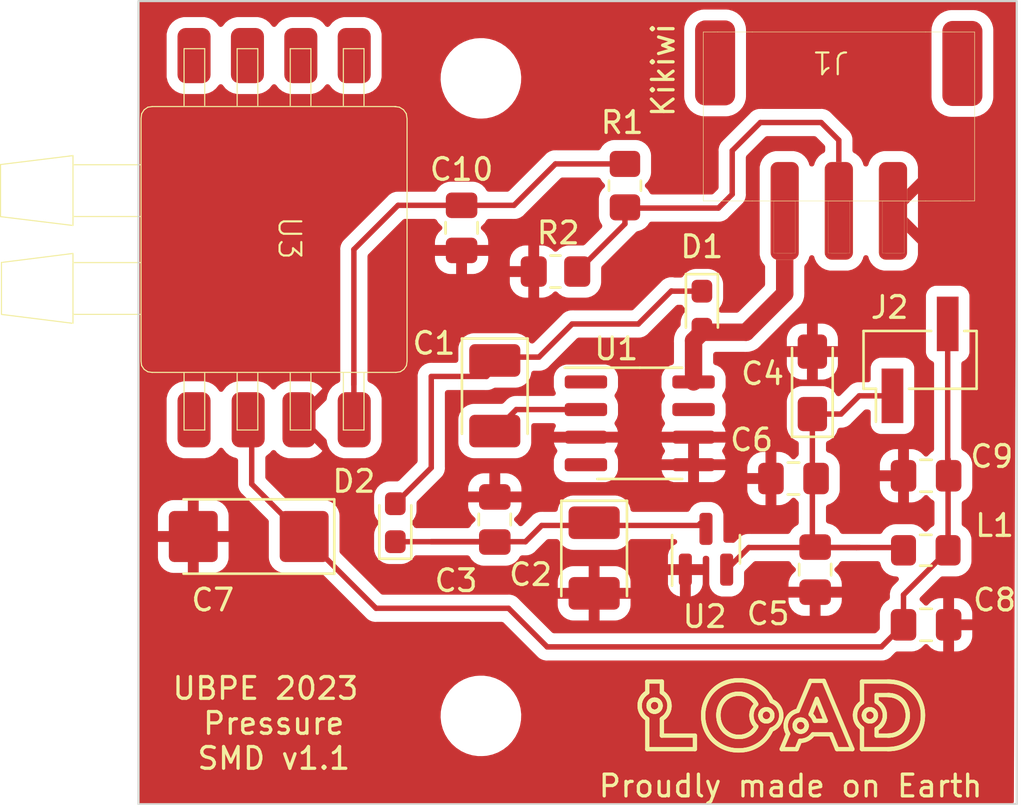
<source format=kicad_pcb>
(kicad_pcb (version 20221018) (generator pcbnew)
  (title_block (title "UBPE Pressure 2023 (SMD version)") (date "2023-11-10") (rev "1.1") (company "L0AD") (comment 1 "Connected to CNES Kikiwi board, 3.3V") (comment 2 "MPX5100DP pressure sensor"))
  (layers (0 "F.Cu" signal) (31 "B.Cu" signal) (34 "B.Paste" user) (35 "F.Paste" user) (36 "B.SilkS" user "B.Silkscreen") (37 "F.SilkS" user "F.Silkscreen") (38 "B.Mask" user) (39 "F.Mask" user) (44 "Edge.Cuts" user))
  (net 0 "")
  (net 1 "Net-(D1-K)")
  (net 2 "Net-(U1-CAP+)")
  (net 3 "GND")
  (net 4 "+3.3V")
  (net 5 "Net-(J2-Pin_1)")
  (net 6 "Net-(D2-K)")
  (net 7 "Net-(U3-Vout)")
  (net 16 "Net-(J2-Pin_2)")
  (net 17 "Net-(J1-Signal)")
  (footprint "Capacitor_SMD:C_0805_2012Metric_Pad1.18x1.45mm_HandSolder" (layer "F.Cu") (at 94.314494 41.656 180)
    (fp_text reference "C9")
    (fp_text value "10nF")
  )
  (footprint "Capacitor_SMD:C_0805_2012Metric_Pad1.18x1.45mm_HandSolder" (layer "F.Cu") (at 94.314494 48.514)
    (fp_text reference "C8")
    (fp_text value "100nF")
  )
  (footprint "Capacitor_Tantalum_SMD:CP_EIA-3528-21_Kemet-B_Pad1.50x2.35mm_HandSolder" (layer "F.Cu") (at 74.480994 37.973 -90)
    (fp_text reference "C1")
    (fp_text value "10µF/16V")
  )
  (footprint "Capacitor_SMD:C_0805_2012Metric_Pad1.18x1.45mm_HandSolder" (layer "F.Cu") (at 88.218494 41.783 180)
    (fp_text reference "C6")
    (fp_text value "1nF")
  )
  (footprint "Package_SO:SOIC-8_3.9x4.9mm_P1.27mm" (layer "F.Cu") (at 81.146994 39.243)
    (fp_text reference "U1")
    (fp_text value "ICL7660")
  )
  (footprint "Capacitor_SMD:C_0805_2012Metric_Pad1.18x1.45mm_HandSolder" (layer "F.Cu") (at 74.480994 43.6665 90)
    (fp_text reference "C3")
    (fp_text value "10nF")
  )
  (footprint "Capacitor_Tantalum_SMD:CP_EIA-6032-28_Kemet-C_Pad2.25x2.35mm_HandSolder" (layer "F.Cu") (at 63.164994 44.45 180)
    (fp_text reference "C7")
    (fp_text value "22µF/16V")
  )
  (footprint "Capacitor_Tantalum_SMD:CP_EIA-3528-21_Kemet-B_Pad1.50x2.35mm_HandSolder" (layer "F.Cu") (at 79.049994 45.44 -90)
    (fp_text reference "C2")
    (fp_text value "10µF/16V")
  )
  (footprint "Diode_SMD:D_0603_1608Metric_Pad1.05x0.95mm_HandSolder" (layer "F.Cu") (at 69.905994 43.815 90)
    (fp_text reference "D2")
    (fp_text value "D_Schottky")
  )
  (footprint "PCM_L0AD:MPXV5100DP" (layer "F.Cu") (at 64.540247 30.709867 -90)
    (fp_text reference "U3")
    (fp_text value "MPVX5100DP")
  )
  (footprint "Connector_PinHeader_2.54mm:PinHeader_1x02_P2.54mm_Vertical_SMD_Pin1Left" (layer "F.Cu") (at 94.038994 36.322 90)
    (fp_text reference "J2")
    (fp_text value "Shunt")
  )
  (footprint "Package_TO_SOT_SMD:SOT-23" (layer "F.Cu") (at 84.193994 45.0365 90)
    (fp_text reference "U2")
    (fp_text value "MCP1700x-500xxTT")
  )
  (footprint "PCM_L0AD:JST-XH-3P_SMD_H" (layer "F.Cu") (at 90.251394 24.4856 180)
    (fp_text reference "J1")
    (fp_text value "Kikiwi")
  )
  (footprint "Resistor_SMD:R_0805_2012Metric_Pad1.20x1.40mm_HandSolder" (layer "F.Cu") (at 80.466994 28.305 -90)
    (fp_text reference "R1")
    (fp_text value "24k")
  )
  (footprint "Inductor_SMD:L_0805_2012Metric_Pad1.15x1.40mm_HandSolder" (layer "F.Cu") (at 94.301994 45.085)
    (fp_text reference "L1")
    (fp_text value "L_Ferrite_Small")
  )
  (footprint "Capacitor_SMD:C_0805_2012Metric_Pad1.18x1.45mm_HandSolder" (layer "F.Cu") (at 72.953994 30.2475 -90)
    (fp_text reference "C10")
    (fp_text value "470pF")
  )
  (footprint "Resistor_SMD:R_0805_2012Metric_Pad1.20x1.40mm_HandSolder" (layer "F.Cu") (at 77.271994 32.258)
    (fp_text reference "R2")
    (fp_text value "36k")
  )
  (footprint "Diode_SMD:D_0603_1608Metric_Pad1.05x0.95mm_HandSolder" (layer "F.Cu") (at 84.005994 34.036 -90)
    (fp_text reference "D1")
    (fp_text value "D_Schottky")
  )
  (footprint "Capacitor_Tantalum_SMD:CP_EIA-3216-18_Kemet-A_Pad1.58x1.35mm_HandSolder" (layer "F.Cu") (at 89.085994 37.3785 90)
    (fp_text reference "C4")
    (fp_text value "1µF/16V")
  )
  (footprint "Capacitor_SMD:C_0805_2012Metric_Pad1.18x1.45mm_HandSolder" (layer "F.Cu") (at 89.212994 45.974 -90)
    (fp_text reference "C5")
    (fp_text value "10nF")
  )
  (footprint "MountingHole:MountingHole_3.2mm_M3" (layer "B.Cu") (at 73.842994 52.705 -90)
    (fp_text reference "REF**" hide)
    (fp_text value "MountingHole_3.2mm_M3" hide)
  )
  (footprint "MountingHole:MountingHole_3.2mm_M3" (layer "B.Cu") (at 73.842994 23.368 -90)
    (fp_text reference "REF**" hide)
    (fp_text value "MountingHole_3.2mm_M3" hide)
  )
  (gr_line (start 94.171759 52.67886) (end 94.171759 52.669973) (stroke (width 0.200004)) (layer "F.SilkS"))
  (gr_line (start 84.254647 51.910583) (end 84.236686 51.945119) (stroke (width 0.200004)) (layer "F.SilkS"))
  (gr_line (start 86.902047 52.409153) (end 86.915331 52.406043) (stroke (width 0.200004)) (layer "F.SilkS"))
  (gr_line (start 91.851476 52.929867) (end 91.839313 52.935445) (stroke (width 0.200004)) (layer "F.SilkS"))
  (gr_line (start 87.594147 52.970587) (end 87.604733 52.946142) (stroke (width 0.200004)) (layer "F.SilkS"))
  (gr_line (start 91.863317 52.434003) (end 91.874816 52.44071) (stroke (width 0.200004)) (layer "F.SilkS"))
  (gr_line (start 88.633924 53.843673) (end 88.675658 53.837071) (stroke (width 0.200004)) (layer "F.SilkS"))
  (gr_line (start 86.427037 54.133389) (end 86.463027 54.115664) (stroke (width 0.200004)) (layer "F.SilkS"))
  (gr_line (start 85.353371 54.261581) (end 85.394553 54.269031) (stroke (width 0.200004)) (layer "F.SilkS"))
  (gr_line (start 86.952139 51.616158) (end 86.927571 51.588567) (stroke (width 0.200004)) (layer "F.SilkS"))
  (gr_line (start 87.530682 52.276069) (end 87.499288 52.234636) (stroke (width 0.200004)) (layer "F.SilkS"))
  (gr_line (start 86.093169 51.775624) (end 86.114215 51.786168) (stroke (width 0.200004)) (layer "F.SilkS"))
  (gr_line (start 84.184872 53.314317) (end 84.200322 53.350569) (stroke (width 0.200004)) (layer "F.SilkS"))
  (gr_line (start 81.67559 52.003578) (end 81.686732 51.996333) (stroke (width 0.200004)) (layer "F.SilkS"))
  (gr_line (start 87.113035 52.917009) (end 87.101536 52.923716) (stroke (width 0.200004)) (layer "F.SilkS"))
  (gr_line (start 91.459255 52.650395) (end 91.461002 52.636461) (stroke (width 0.200004)) (layer "F.SilkS"))
  (gr_line (start 87.239686 52.73497) (end 87.236619 52.748441) (stroke (width 0.200004)) (layer "F.SilkS"))
  (gr_line (start 93.466379 52.789185) (end 93.463989 52.813752) (stroke (width 0.200004)) (layer "F.SilkS"))
  (gr_line (start 92.005629 52.650395) (end 92.00669 52.664533) (stroke (width 0.200004)) (layer "F.SilkS"))
  (gr_line (start 93.154057 53.413756) (end 93.137402 53.427221) (stroke (width 0.200004)) (layer "F.SilkS"))
  (gr_line (start 91.9984 52.609279) (end 92.001467 52.62275) (stroke (width 0.200004)) (layer "F.SilkS"))
  (gr_line (start 85.140214 51.867923) (end 85.158263 51.85443) (stroke (width 0.200004)) (layer "F.SilkS"))
  (gr_line (start 88.336299 53.32998) (end 88.328145 53.319459) (stroke (width 0.200004)) (layer "F.SilkS"))
  (gr_line (start 82.381491 52.647886) (end 82.39451 52.629405) (stroke (width 0.200004)) (layer "F.SilkS"))
  (gr_line (start 86.014707 53.620844) (end 85.992286 53.628308) (stroke (width 0.200004)) (layer "F.SilkS"))
  (gr_line (start 84.892526 52.161273) (end 84.903841 52.141185) (stroke (width 0.200004)) (layer "F.SilkS"))
  (gr_line (start 82.082126 52.34286) (end 82.076625 52.355195) (stroke (width 0.200004)) (layer "F.SilkS"))
  (gr_line (start 87.239686 52.62275) (end 87.242102 52.636461) (stroke (width 0.200004)) (layer "F.SilkS"))
  (gr_line (start 93.048272 53.487901) (end 93.029275 53.498702) (stroke (width 0.200004)) (layer "F.SilkS"))
  (gr_line (start 81.710072 52.48549) (end 81.698232 52.479339) (stroke (width 0.200004)) (layer "F.SilkS"))
  (gr_line (start 94.169924 52.588486) (end 94.167631 52.548287) (stroke (width 0.200004)) (layer "F.SilkS"))
  (gr_line (start 91.047415 52.725091) (end 91.051816 52.770511) (stroke (width 0.200004)) (layer "F.SilkS"))
  (gr_line (start 85.618475 51.689133) (end 85.643757 51.687625) (stroke (width 0.200004)) (layer "F.SilkS"))
  (gr_line (start 92.313533 52.308026) (end 92.287187 52.268702) (stroke (width 0.200004)) (layer "F.SilkS"))
  (gr_line (start 87.9036 52.912769) (end 87.894011 52.941118) (stroke (width 0.200004)) (layer "F.SilkS"))
  (gr_line (start 91.613408 52.427852) (end 91.625572 52.422274) (stroke (width 0.200004)) (layer "F.SilkS"))
  (gr_line (start 86.479314 53.244236) (end 86.463701 53.268691) (stroke (width 0.200004)) (layer "F.SilkS"))
  (gr_line (start 81.554858 52.220156) (end 81.555918 52.206018) (stroke (width 0.200004)) (layer "F.SilkS"))
  (gr_line (start 82.040991 52.411601) (end 82.032359 52.421706) (stroke (width 0.200004)) (layer "F.SilkS"))
  (gr_line (start 92.854964 51.146142) (end 92.813385 51.140149) (stroke (width 0.200004)) (layer "F.SilkS"))
  (gr_line (start 88.295164 53.261239) (end 88.290246 53.248594) (stroke (width 0.200004)) (layer "F.SilkS"))
  (gr_line (start 87.953209 52.80531) (end 87.939177 52.831225) (stroke (width 0.200004)) (layer "F.SilkS"))
  (gr_line (start 91.851476 52.427852) (end 91.863317 52.434003) (stroke (width 0.200004)) (layer "F.SilkS"))
  (gr_line (start 81.251268 51.858484) (end 81.239434 51.877834) (stroke (width 0.200004)) (layer "F.SilkS"))
  (gr_line (start 91.9984 52.748441) (end 91.994698 52.761654) (stroke (width 0.200004)) (layer "F.SilkS"))
  (gr_line (start 92.418957 52.678859) (end 92.417166 52.628203) (stroke (width 0.200004)) (layer "F.SilkS"))
  (gr_line (start 91.56816 52.901999) (end 91.557786 52.893731) (stroke (width 0.200004)) (layer "F.SilkS"))
  (gr_line (start 81.290313 51.803053) (end 81.276721 51.82108) (stroke (width 0.200004)) (layer "F.SilkS"))
  (gr_line (start 88.679058 53.397718) (end 88.667218 53.403869) (stroke (width 0.200004)) (layer "F.SilkS"))
  (gr_line (start 91.538283 52.481964) (end 91.547821 52.472742) (stroke (width 0.200004)) (layer "F.SilkS"))
  (gr_line (start 84.170227 53.277705) (end 84.184872 53.314317) (stroke (width 0.200004)) (layer "F.SilkS"))
  (gr_line (start 87.133644 53.468175) (end 87.15116 53.435726) (stroke (width 0.200004)) (layer "F.SilkS"))
  (gr_line (start 81.982622 52.465388) (end 81.97148 52.472633) (stroke (width 0.200004)) (layer "F.SilkS"))
  (gr_line (start 86.321925 51.931175) (end 86.338622 51.947007) (stroke (width 0.200004)) (layer "F.SilkS"))
  (gr_line (start 89.051907 52.679974) (end 89.036604 52.663779) (stroke (width 0.200004)) (layer "F.SilkS"))
  (gr_line (start 81.935977 52.491068) (end 81.923508 52.496056) (stroke (width 0.200004)) (layer "F.SilkS"))
  (gr_line (start 86.600448 54.037421) (end 86.633173 54.016026) (stroke (width 0.200004)) (layer "F.SilkS"))
  (gr_line (start 84.803503 52.970898) (end 84.797361 52.947555) (stroke (width 0.200004)) (layer "F.SilkS"))
  (gr_line (start 93.989472 51.922573) (end 93.971346 51.889867) (stroke (width 0.200004)) (layer "F.SilkS"))
  (gr_line (start 86.321886 51.176285) (end 86.283817 51.161879) (stroke (width 0.200004)) (layer "F.SilkS"))
  (gr_line (start 85.754905 53.670106) (end 85.729849 53.671002) (stroke (width 0.200004)) (layer "F.SilkS"))
  (gr_line (start 84.063929 52.67886) (end 84.063929 52.687747) (stroke (width 0.200004)) (layer "F.SilkS"))
  (gr_line (start 81.787296 52.509749) (end 81.773776 52.507299) (stroke (width 0.200004)) (layer "F.SilkS"))
  (gr_line (start 84.094165 53.011808) (end 84.102197 53.050814) (stroke (width 0.200004)) (layer "F.SilkS"))
  (gr_line (start 87.62316 52.895836) (end 87.630959 52.870018) (stroke (width 0.200004)) (layer "F.SilkS"))
  (gr_line (start 84.474883 51.595518) (end 84.449523 51.624527) (stroke (width 0.200004)) (layer "F.SilkS"))
  (gr_line (start 86.058828 53.604125) (end 86.036887 53.612783) (stroke (width 0.200004)) (layer "F.SilkS"))
  (gr_line (start 88.821372 53.124397) (end 88.822433 53.138536) (stroke (width 0.200004)) (layer "F.SilkS"))
  (gr_line (start 85.435941 53.634141) (end 85.413287 53.627057) (stroke (width 0.200004)) (layer "F.SilkS"))
  (gr_line (start 93.971346 53.462673) (end 93.989472 53.42975) (stroke (width 0.200004)) (layer "F.SilkS"))
  (gr_line (start 87.014559 53.652324) (end 87.036068 53.622883) (stroke (width 0.200004)) (layer "F.SilkS"))
  (gr_line (start 93.891198 53.58842) (end 93.912381 53.557874) (stroke (width 0.200004)) (layer "F.SilkS"))
  (gr_line (start 89.154614 52.826283) (end 89.143813 52.806499) (stroke (width 0.200004)) (layer "F.SilkS"))
  (gr_line (start 81.609067 52.401081) (end 81.60141 52.390162) (stroke (width 0.200004)) (layer "F.SilkS"))
  (gr_line (start 81.31916 51.768419) (end 81.304464 51.785495) (stroke (width 0.200004)) (layer "F.SilkS"))
  (gr_line (start 81.174507 52.024115) (end 81.167952 52.046396) (stroke (width 0.200004)) (layer "F.SilkS"))
  (gr_line (start 88.655055 53.409447) (end 88.642585 53.414435) (stroke (width 0.200004)) (layer "F.SilkS"))
  (gr_line (start 87.232917 52.596066) (end 87.236619 52.609279) (stroke (width 0.200004)) (layer "F.SilkS"))
  (gr_line (start 91.896725 52.901999) (end 91.885958 52.909765) (stroke (width 0.200004)) (layer "F.SilkS"))
  (gr_line (start 91.601568 52.923716) (end 91.590069 52.917009) (stroke (width 0.200004)) (layer "F.SilkS"))
  (gr_line (start 81.686732 52.472633) (end 81.67559 52.465388) (stroke (width 0.200004)) (layer "F.SilkS"))
  (gr_line (start 87.228599 52.583128) (end 87.232917 52.596066) (stroke (width 0.200004)) (layer "F.SilkS"))
  (gr_line (start 88.492854 53.425678) (end 88.47957 53.422567) (stroke (width 0.200004)) (layer "F.SilkS"))
  (gr_line (start 88.42915 53.403869) (end 88.41731 53.397718) (stroke (width 0.200004)) (layer "F.SilkS"))
  (gr_line (start 86.344226 53.415918) (end 86.327953 53.431673) (stroke (width 0.200004)) (layer "F.SilkS"))
  (gr_line (start 87.158796 51.92238) (end 87.141317 51.889271) (stroke (width 0.200004)) (layer "F.SilkS"))
  (gr_line (start 91.490989 52.811579) (end 91.484923 52.799572) (stroke (width 0.200004)) (layer "F.SilkS"))
  (gr_line (start 88.298991 52.503792) (end 88.27186 52.51521) (stroke (width 0.200004)) (layer "F.SilkS"))
  (gr_line (start 86.285141 52.641107) (end 86.284147 52.67886) (stroke (width 0.200004)) (layer "F.SilkS"))
  (gr_line (start 92.039182 51.745668) (end 92.555383 51.745668) (stroke (width 0.200004)) (layer "F.SilkS"))
  (gr_line (start 86.315189 54.181922) (end 86.35309 54.166633) (stroke (width 0.200004)) (layer "F.SilkS"))
  (gr_line (start 88.562312 53.430975) (end 88.548184 53.431337) (stroke (width 0.200004)) (layer "F.SilkS"))
  (gr_line (start 91.613408 52.929867) (end 91.601568 52.923716) (stroke (width 0.200004)) (layer "F.SilkS"))
  (gr_line (start 88.42915 52.901854) (end 88.441313 52.896276) (stroke (width 0.200004)) (layer "F.SilkS"))
  (gr_line (start 86.238095 54.209577) (end 86.276857 54.196237) (stroke (width 0.200004)) (layer "F.SilkS"))
  (gr_line (start 82.418778 51.877834) (end 82.39451 51.839561) (stroke (width 0.200004)) (layer "F.SilkS"))
  (gr_line (start 92.258326 53.12636) (end 92.273063 53.107943) (stroke (width 0.200004)) (layer "F.SilkS"))
  (gr_line (start 93.418888 52.346508) (end 93.425981 52.368667) (stroke (width 0.200004)) (layer "F.SilkS"))
  (gr_line (start 86.712723 52.583128) (end 86.717641 52.570483) (stroke (width 0.200004)) (layer "F.SilkS"))
  (gr_line (start 91.457837 52.67886) (end 91.458194 52.664533) (stroke (width 0.200004)) (layer "F.SilkS"))
  (gr_line (start 85.280451 51.114138) (end 85.240418 51.124589) (stroke (width 0.200004)) (layer "F.SilkS"))
  (gr_line (start 89.080948 52.713846) (end 89.066693 52.696668) (stroke (width 0.200004)) (layer "F.SilkS"))
  (gr_line (start 87.461526 53.165493) (end 87.479327 53.146324) (stroke (width 0.200004)) (layer "F.SilkS"))
  (gr_line (start 86.276758 53.476212) (end 86.258904 53.490146) (stroke (width 0.200004)) (layer "F.SilkS"))
  (gr_line (start 93.186196 51.976629) (end 93.201681 51.991435) (stroke (width 0.200004)) (layer "F.SilkS"))
  (gr_line (start 87.637788 52.843784) (end 87.643623 52.817157) (stroke (width 0.200004)) (layer "F.SilkS"))
  (gr_line (start 91.994698 52.761654) (end 91.99038 52.774592) (stroke (width 0.200004)) (layer "F.SilkS"))
  (gr_line (start 93.608973 53.884565) (end 93.638108 53.860874) (stroke (width 0.200004)) (layer "F.SilkS"))
  (gr_line (start 91.114261 52.982158) (end 91.134189 53.020734) (stroke (width 0.200004)) (layer "F.SilkS"))
  (gr_line (start 81.571168 52.138751) (end 81.576086 52.126106) (stroke (width 0.200004)) (layer "F.SilkS"))
  (gr_line (start 93.470371 52.653541) (end 93.470638 52.67886) (stroke (width 0.200004)) (layer "F.SilkS"))
  (gr_line (start 92.727231 53.599532) (end 92.703512 53.602863) (stroke (width 0.200004)) (layer "F.SilkS"))
  (gr_line (start 88.81044 53.235656) (end 88.806122 53.248594) (stroke (width 0.200004)) (layer "F.SilkS"))
  (gr_line (start 86.844082 53.84578) (end 86.871627 53.818538) (stroke (width 0.200004)) (layer "F.SilkS"))
  (gr_line (start 93.425981 52.368667) (end 93.432556 52.39107) (stroke (width 0.200004)) (layer "F.SilkS"))
  (gr_line (start 81.664824 52.457622) (end 81.654449 52.449354) (stroke (width 0.200004)) (layer "F.SilkS"))
  (gr_line (start 93.385573 53.104803) (end 93.376167 53.124986) (stroke (width 0.200004)) (layer "F.SilkS"))
  (gr_line (start 86.791743 51.457033) (end 86.762278 51.432433) (stroke (width 0.200004)) (layer "F.SilkS"))
  (gr_line (start 91.774252 52.954126) (end 91.760512 52.955897) (stroke (width 0.200004)) (layer "F.SilkS"))
  (gr_line (start 93.72158 51.567919) (end 93.694412 51.542221) (stroke (width 0.200004)) (layer "F.SilkS"))
  (gr_line (start 86.086876 51.104679) (end 86.046166 51.096212) (stroke (width 0.200004)) (layer "F.SilkS"))
  (gr_line (start 84.401033 51.684219) (end 84.377901 51.7149) (stroke (width 0.200004)) (layer "F.SilkS"))
  (gr_line (start 84.158344 52.125745) (end 84.14535 52.163112) (stroke (width 0.200004)) (layer "F.SilkS"))
  (gr_line (start 94.023428 51.989697) (end 94.006833 51.95585) (stroke (width 0.200004)) (layer "F.SilkS"))
  (gr_line (start 85.695205 54.293428) (end 85.739524 54.292929) (stroke (width 0.200004)) (layer "F.SilkS"))
  (gr_line (start 81.228212 51.897598) (end 81.217617 51.917763) (stroke (width 0.200004)) (layer "F.SilkS"))
  (gr_line (start 93.470638 52.67886) (end 93.470638 52.687747) (stroke (width 0.200004)) (layer "F.SilkS"))
  (gr_line (start 81.923508 51.972909) (end 81.935977 51.977897) (stroke (width 0.200004)) (layer "F.SilkS"))
  (gr_line (start 91.479423 52.787237) (end 91.474505 52.774592) (stroke (width 0.200004)) (layer "F.SilkS"))
  (gr_line (start 91.059036 52.815028) (end 91.068984 52.858545) (stroke (width 0.200004)) (layer "F.SilkS"))
  (gr_line (start 92.771348 54.222521) (end 92.813387 54.217384) (stroke (width 0.200004)) (layer "F.SilkS"))
  (gr_line (start 91.718315 52.400746) (end 91.732443 52.400383) (stroke (width 0.200004)) (layer "F.SilkS"))
  (gr_line (start 92.060089 53.2908) (end 92.080565 53.279028) (stroke (width 0.200004)) (layer "F.SilkS"))
  (gr_line (start 87.570337 53.017952) (end 87.582674 52.994531) (stroke (width 0.200004)) (layer "F.SilkS"))
  (gr_line (start 84.861211 54.078503) (end 84.895735 54.097523) (stroke (width 0.200004)) (layer "F.SilkS"))
  (gr_line (start 86.426735 52.045733) (end 86.443981 52.06873) (stroke (width 0.200004)) (layer "F.SilkS"))
  (gr_line (start 87.60572 52.413926) (end 87.584061 52.365881) (stroke (width 0.200004)) (layer "F.SilkS"))
  (gr_line (start 85.60279 53.666403) (end 85.578075 53.663645) (stroke (width 0.200004)) (layer "F.SilkS"))
  (gr_line (start 84.133316 52.200807) (end 84.122242 52.23883) (stroke (width 0.200004)) (layer "F.SilkS"))
  (gr_line (start 92.001467 52.73497) (end 91.9984 52.748441) (stroke (width 0.200004)) (layer "F.SilkS"))
  (gr_line (start 81.910749 51.96853) (end 81.923508 51.972909) (stroke (width 0.200004)) (layer "F.SilkS"))
  (gr_line (start 82.509137 52.330531) (end 82.511953 52.306861) (stroke (width 0.200004)) (layer "F.SilkS"))
  (gr_line (start 84.861241 53.128679) (end 84.851513 53.106986) (stroke (width 0.200004)) (layer "F.SilkS"))
  (gr_line (start 92.679518 53.605677) (end 92.655248 53.607976) (stroke (width 0.200004)) (layer "F.SilkS"))
  (gr_line (start 91.045928 52.67886) (end 91.047415 52.725091) (stroke (width 0.200004)) (layer "F.SilkS"))
  (gr_line (start 84.903841 52.141185) (end 84.915573 52.121426) (stroke (width 0.200004)) (layer "F.SilkS"))
  (gr_line (start 83.684156 54.234178) (end 83.684156 53.612051) (stroke (width 0.200004)) (layer "F.SilkS"))
  (gr_line (start 82.013728 52.4406) (end 82.003763 52.449354) (stroke (width 0.200004)) (layer "F.SilkS"))
  (gr_line (start 91.134189 53.020734) (end 91.156379 53.057837) (stroke (width 0.200004)) (layer "F.SilkS"))
  (gr_line (start 84.817388 52.333646) (end 84.825132 52.311072) (stroke (width 0.200004)) (layer "F.SilkS"))
  (gr_line (start 88.05817 52.665209) (end 88.03835 52.686579) (stroke (width 0.200004)) (layer "F.SilkS"))
  (gr_line (start 92.039182 53.301875) (end 92.060089 53.2908) (stroke (width 0.200004)) (layer "F.SilkS"))
  (gr_line (start 84.377901 51.7149) (end 84.355511 51.746135) (stroke (width 0.200004)) (layer "F.SilkS"))
  (gr_line (start 87.557155 53.040831) (end 87.570337 53.017952) (stroke (width 0.200004)) (layer "F.SilkS"))
  (gr_line (start 85.660185 51.06479) (end 85.616254 51.066289) (stroke (width 0.200004)) (layer "F.SilkS"))
  (gr_line (start 87.443028 53.183969) (end 87.461526 53.165493) (stroke (width 0.200004)) (layer "F.SilkS"))
  (gr_line (start 87.036068 53.622883) (end 87.056913 53.592943) (stroke (width 0.200004)) (layer "F.SilkS"))
  (gr_line (start 88.801204 53.044485) (end 88.806122 53.05713) (stroke (width 0.200004)) (layer "F.SilkS"))
  (gr_line (start 85.729849 53.671002) (end 85.704553 53.671301) (stroke (width 0.200004)) (layer "F.SilkS"))
  (gr_line (start 84.771727 52.545608) (end 84.774664 52.521291) (stroke (width 0.200004)) (layer "F.SilkS"))
  (gr_line (start 88.466541 52.886909) (end 88.47957 52.883155) (stroke (width 0.200004)) (layer "F.SilkS"))
  (gr_line (start 93.366351 52.219842) (end 93.376167 52.240061) (stroke (width 0.200004)) (layer "F.SilkS"))
  (gr_line (start 85.316599 51.763148) (end 85.338054 51.753889) (stroke (width 0.200004)) (layer "F.SilkS"))
  (gr_line (start 91.926601 52.875756) (end 91.917064 52.884977) (stroke (width 0.200004)) (layer "F.SilkS"))
  (gr_line (start 94.164419 52.508451) (end 94.160291 52.46898) (stroke (width 0.200004)) (layer "F.SilkS"))
  (gr_line (start 84.766328 51.341989) (end 84.734215 51.36406) (stroke (width 0.200004)) (layer "F.SilkS"))
  (gr_line (start 93.461071 52.838005) (end 93.457627 52.861943) (stroke (width 0.200004)) (layer "F.SilkS"))
  (gr_line (start 86.956534 52.956973) (end 86.942591 52.955897) (stroke (width 0.200004)) (layer "F.SilkS"))
  (gr_line (start 87.301828 52.068887) (end 87.255381 52.04519) (stroke (width 0.200004)) (layer "F.SilkS"))
  (gr_line (start 88.122689 52.606387) (end 88.100369 52.625083) (stroke (width 0.200004)) (layer "F.SilkS"))
  (gr_line (start 91.663829 52.409153) (end 91.677112 52.406043) (stroke (width 0.200004)) (layer "F.SilkS"))
  (gr_line (start 93.869253 53.618373) (end 93.891198 53.58842) (stroke (width 0.200004)) (layer "F.SilkS"))
  (gr_line (start 94.169924 52.76046) (end 94.171301 52.71984) (stroke (width 0.200004)) (layer "F.SilkS"))
  (gr_line (start 81.722235 52.491068) (end 81.710072 52.48549) (stroke (width 0.200004)) (layer "F.SilkS"))
  (gr_line (start 88.548184 53.431337) (end 88.534057 53.430975) (stroke (width 0.200004)) (layer "F.SilkS"))
  (gr_line (start 86.750622 52.845458) (end 86.742965 52.834539) (stroke (width 0.200004)) (layer "F.SilkS"))
  (gr_line (start 85.39093 53.619352) (end 85.368872 53.611024) (stroke (width 0.200004)) (layer "F.SilkS"))
  (gr_line (start 89.020796 52.648097) (end 89.004496 52.632942) (stroke (width 0.200004)) (layer "F.SilkS"))
  (gr_line (start 85.496481 51.705674) (end 85.520291 51.701168) (stroke (width 0.200004)) (layer "F.SilkS"))
  (gr_line (start 94.134601 52.314757) (end 94.125885 52.277122) (stroke (width 0.200004)) (layer "F.SilkS"))
  (gr_line (start 87.101536 52.434003) (end 87.113035 52.44071) (stroke (width 0.200004)) (layer "F.SilkS"))
  (gr_line (start 82.440595 51.917763) (end 82.418778 51.877834) (stroke (width 0.200004)) (layer "F.SilkS"))
  (gr_line (start 82.16506 52.841798) (end 82.184469 52.830292) (stroke (width 0.200004)) (layer "F.SilkS"))
  (gr_line (start 88.801204 53.261239) (end 88.795703 53.273573) (stroke (width 0.200004)) (layer "F.SilkS"))
  (gr_line (start 82.049145 52.067885) (end 82.056802 52.078803) (stroke (width 0.200004)) (layer "F.SilkS"))
  (gr_line (start 85.009359 51.207927) (end 84.972695 51.224898) (stroke (width 0.200004)) (layer "F.SilkS"))
  (gr_line (start 94.023429 53.362118) (end 94.039258 53.327407) (stroke (width 0.200004)) (layer "F.SilkS"))
  (gr_line (start 84.861089 52.223511) (end 84.87115 52.202437) (stroke (width 0.200004)) (layer "F.SilkS"))
  (gr_line (start 87.124177 52.447954) (end 87.134944 52.45572) (stroke (width 0.200004)) (layer "F.SilkS"))
  (gr_line (start 87.674411 54.234178) (end 88.362972 54.234178) (stroke (width 0.200004)) (layer "F.SilkS"))
  (gr_line (start 91.839313 52.935445) (end 91.826844 52.940433) (stroke (width 0.200004)) (layer "F.SilkS"))
  (gr_line (start 86.245308 51.14846) (end 86.206361 51.13603) (stroke (width 0.200004)) (layer "F.SilkS"))
  (gr_line (start 81.149076 52.138435) (end 81.146259 52.162105) (stroke (width 0.200004)) (layer "F.SilkS"))
  (gr_line (start 93.463989 52.554694) (end 93.466379 52.579041) (stroke (width 0.200004)) (layer "F.SilkS"))
  (gr_line (start 88.219426 52.541404) (end 88.194182 52.556119) (stroke (width 0.200004)) (layer "F.SilkS"))
  (gr_line (start 85.055662 51.942297) (end 85.071819 51.926502) (stroke (width 0.200004)) (layer "F.SilkS"))
  (gr_line (start 84.202968 52.015825) (end 84.18721 52.051993) (stroke (width 0.200004)) (layer "F.SilkS"))
  (gr_line (start 86.251474 51.872273) (end 86.269635 51.886335) (stroke (width 0.200004)) (layer "F.SilkS"))
  (gr_line (start 93.016692 51.179316) (end 92.976946 51.169643) (stroke (width 0.200004)) (layer "F.SilkS"))
  (gr_line (start 84.765051 52.669972) (end 84.765318 52.644733) (stroke (width 0.200004)) (layer "F.SilkS"))
  (gr_line (start 84.424906 51.654095) (end 84.401033 51.684219) (stroke (width 0.200004)) (layer "F.SilkS"))
  (gr_line (start 86.742965 52.52318) (end 86.750622 52.512262) (stroke (width 0.200004)) (layer "F.SilkS"))
  (gr_line (start 88.722841 52.93799) (end 88.732805 52.946744) (stroke (width 0.200004)) (layer "F.SilkS"))
  (gr_line (start 89.002708 53.674703) (end 89.032178 53.646696) (stroke (width 0.200004)) (layer "F.SilkS"))
  (gr_line (start 88.282226 53.222443) (end 88.279159 53.208972) (stroke (width 0.200004)) (layer "F.SilkS"))
  (gr_line (start 91.055079 52.564831) (end 91.051816 52.587208) (stroke (width 0.200004)) (layer "F.SilkS"))
  (gr_line (start 87.272543 53.304263) (end 87.295844 53.292101) (stroke (width 0.200004)) (layer "F.SilkS"))
  (gr_line (start 82.509137 52.138435) (end 82.501193 52.09186) (stroke (width 0.200004)) (layer "F.SilkS"))
  (gr_line (start 91.952481 52.845458) (end 91.944327 52.855978) (stroke (width 0.200004)) (layer "F.SilkS"))
  (gr_line (start 84.810179 52.35642) (end 84.817388 52.333646) (stroke (width 0.200004)) (layer "F.SilkS"))
  (gr_line (start 86.050113 51.755939) (end 86.071766 51.765517) (stroke (width 0.200004)) (layer "F.SilkS"))
  (gr_line (start 88.41731 52.908005) (end 88.42915 52.901854) (stroke (width 0.200004)) (layer "F.SilkS"))
  (gr_line (start 87.212115 52.811579) (end 87.205501 52.82324) (stroke (width 0.200004)) (layer "F.SilkS"))
  (gr_line (start 82.39451 51.839561) (end 82.367899 51.803053) (stroke (width 0.200004)) (layer "F.SilkS"))
  (gr_line (start 81.734705 52.496056) (end 81.722235 52.491068) (stroke (width 0.200004)) (layer "F.SilkS"))
  (gr_line (start 86.330865 52.931903) (end 86.344618 52.965075) (stroke (width 0.200004)) (layer "F.SilkS"))
  (gr_line (start 87.089695 52.929867) (end 87.077532 52.935445) (stroke (width 0.200004)) (layer "F.SilkS"))
  (gr_line (start 82.102294 52.262948) (end 82.100547 52.276882) (stroke (width 0.200004)) (layer "F.SilkS"))
  (gr_line (start 92.039182 52.055843) (end 92.039182 51.745668) (stroke (width 0.200004)) (layer "F.SilkS"))
  (gr_line (start 86.670068 51.36283) (end 86.638066 51.341026) (stroke (width 0.200004)) (layer "F.SilkS"))
  (gr_line (start 92.907161 51.805864) (end 92.928438 51.814102) (stroke (width 0.200004)) (layer "F.SilkS"))
  (gr_line (start 93.055981 51.189907) (end 93.016692 51.179316) (stroke (width 0.200004)) (layer "F.SilkS"))
  (gr_line (start 92.728847 54.226721) (end 92.771348 54.222521) (stroke (width 0.200004)) (layer "F.SilkS"))
  (gr_line (start 87.244909 52.693186) (end 87.243849 52.707325) (stroke (width 0.200004)) (layer "F.SilkS"))
  (gr_line (start 88.716527 53.827967) (end 88.756451 53.816441) (stroke (width 0.200004)) (layer "F.SilkS"))
  (gr_line (start 91.760512 52.401822) (end 91.774252 52.403593) (stroke (width 0.200004)) (layer "F.SilkS"))
  (gr_line (start 85.009392 51.992371) (end 85.024466 51.975263) (stroke (width 0.200004)) (layer "F.SilkS"))
  (gr_line (start 88.295164 53.044485) (end 88.300665 53.03215) (stroke (width 0.200004)) (layer "F.SilkS"))
  (gr_line (start 86.491486 52.141084) (end 86.505876 52.166346) (stroke (width 0.200004)) (layer "F.SilkS"))
  (gr_line (start 86.735821 52.82324) (end 86.729207 52.811579) (stroke (width 0.200004)) (layer "F.SilkS"))
  (gr_line (start 81.89772 52.504189) (end 81.884436 52.507299) (stroke (width 0.200004)) (layer "F.SilkS"))
  (gr_line (start 88.528054 53.848926) (end 88.534746 53.849014) (stroke (width 0.200004)) (layer "F.SilkS"))
  (gr_line (start 87.15116 53.435726) (end 87.168007 53.402774) (stroke (width 0.200004)) (layer "F.SilkS"))
  (gr_line (start 81.634947 52.037587) (end 81.644484 52.028365) (stroke (width 0.200004)) (layer "F.SilkS"))
  (gr_line (start 91.935695 52.491636) (end 91.944327 52.501741) (stroke (width 0.200004)) (layer "F.SilkS"))
  (gr_line (start 84.765318 52.644733) (end 84.766119 52.619676) (stroke (width 0.200004)) (layer "F.SilkS"))
  (gr_line (start 87.427913 52.159552) (end 87.388257 52.126235) (stroke (width 0.200004)) (layer "F.SilkS"))
  (gr_line (start 85.843904 51.697542) (end 85.867818 51.701558) (stroke (width 0.200004)) (layer "F.SilkS"))
  (gr_line (start 93.352424 54.048948) (end 93.386766 54.03086) (stroke (width 0.200004)) (layer "F.SilkS"))
  (gr_line (start 92.313533 53.049691) (end 92.325723 53.029326) (stroke (width 0.200004)) (layer "F.SilkS"))
  (gr_line (start 91.907099 52.463988) (end 91.917064 52.472742) (stroke (width 0.200004)) (layer "F.SilkS"))
  (gr_line (start 85.553651 53.660271) (end 85.52952 53.656281) (stroke (width 0.200004)) (layer "F.SilkS"))
  (gr_line (start 85.325656 53.592498) (end 85.304417 53.582395) (stroke (width 0.200004)) (layer "F.SilkS"))
  (gr_line (start 91.896725 52.45572) (end 91.907099 52.463988) (stroke (width 0.200004)) (layer "F.SilkS"))
  (gr_line (start 94.134601 53.034839) (end 94.1424 52.996701) (stroke (width 0.200004)) (layer "F.SilkS"))
  (gr_line (start 85.795329 51.691362) (end 85.819741 51.694143) (stroke (width 0.200004)) (layer "F.SilkS"))
  (gr_line (start 91.367275 52.08932) (end 91.331844 52.11347) (stroke (width 0.200004)) (layer "F.SilkS"))
  (gr_line (start 87.945488 53.486911) (end 87.95728 53.507941) (stroke (width 0.200004)) (layer "F.SilkS"))
  (gr_line (start 86.046166 51.096212) (end 86.005015 51.088737) (stroke (width 0.200004)) (layer "F.SilkS"))
  (gr_line (start 87.885606 52.970001) (end 87.878414 52.99939) (stroke (width 0.200004)) (layer "F.SilkS"))
  (gr_line (start 85.234309 51.805081) (end 85.254292 51.793901) (stroke (width 0.200004)) (layer "F.SilkS"))
  (gr_line (start 81.555918 52.262948) (end 81.554858 52.24881) (stroke (width 0.200004)) (layer "F.SilkS"))
  (gr_line (start 87.897406 53.375376) (end 87.905518 53.398481) (stroke (width 0.200004)) (layer "F.SilkS"))
  (gr_line (start 94.171759 52.669973) (end 94.171301 52.629049) (stroke (width 0.200004)) (layer "F.SilkS"))
  (gr_line (start 86.815892 53.872293) (end 86.844082 53.84578) (stroke (width 0.200004)) (layer "F.SilkS"))
  (gr_line (start 93.823075 53.6765) (end 93.846545 53.647732) (stroke (width 0.200004)) (layer "F.SilkS"))
  (gr_line (start 86.796004 52.463988) (end 86.806378 52.45572) (stroke (width 0.200004)) (layer "F.SilkS"))
  (gr_line (start 81.563148 52.164902) (end 81.56685 52.151689) (stroke (width 0.200004)) (layer "F.SilkS"))
  (gr_line (start 92.976946 51.169643) (end 92.936744 51.16089) (stroke (width 0.200004)) (layer "F.SilkS"))
  (gr_line (start 84.893127 53.191589) (end 84.882048 53.170979) (stroke (width 0.200004)) (layer "F.SilkS"))
  (gr_line (start 85.013003 53.361196) (end 84.997895 53.343742) (stroke (width 0.200004)) (layer "F.SilkS"))
  (gr_line (start 84.216543 53.386224) (end 84.233534 53.421282) (stroke (width 0.200004)) (layer "F.SilkS"))
  (gr_line (start 86.101916 53.585082) (end 86.08053 53.594869) (stroke (width 0.200004)) (layer "F.SilkS"))
  (gr_line (start 85.283534 53.57186) (end 85.263006 53.560893) (stroke (width 0.200004)) (layer "F.SilkS"))
  (gr_line (start 81.304464 51.785495) (end 81.290313 51.803053) (stroke (width 0.200004)) (layer "F.SilkS"))
  (gr_line (start 81.5545 52.234483) (end 81.554858 52.220156) (stroke (width 0.200004)) (layer "F.SilkS"))
  (gr_line (start 86.732176 51.408533) (end 86.701439 51.385332) (stroke (width 0.200004)) (layer "F.SilkS"))
  (gr_line (start 85.028555 53.378309) (end 85.013003 53.361196) (stroke (width 0.200004)) (layer "F.SilkS"))
  (gr_line (start 86.35309 54.166633) (end 86.390392 54.150379) (stroke (width 0.200004)) (layer "F.SilkS"))
  (gr_line (start 85.403131 51.088737) (end 85.361807 51.096212) (stroke (width 0.200004)) (layer "F.SilkS"))
  (gr_line (start 94.039258 53.327407) (end 94.054321 53.2921) (stroke (width 0.200004)) (layer "F.SilkS"))
  (gr_line (start 86.717641 52.570483) (end 86.723142 52.558148) (stroke (width 0.200004)) (layer "F.SilkS"))
  (gr_line (start 88.520114 53.429899) (end 88.506374 53.428128) (stroke (width 0.200004)) (layer "F.SilkS"))
  (gr_line (start 85.867818 51.701558) (end 85.891482 51.706193) (stroke (width 0.200004)) (layer "F.SilkS"))
  (gr_line (start 86.078749 54.253146) (end 86.119229 54.243725) (stroke (width 0.200004)) (layer "F.SilkS"))
  (gr_line (start 88.783024 53.008481) (end 88.789638 53.020143) (stroke (width 0.200004)) (layer "F.SilkS"))
  (gr_line (start 91.367275 54.234178) (end 92.554215 54.234178) (stroke (width 0.200004)) (layer "F.SilkS"))
  (gr_line (start 84.791754 52.924035) (end 84.78668 52.900337) (stroke (width 0.200004)) (layer "F.SilkS"))
  (gr_line (start 86.902292 51.561526) (end 86.876301 51.535033) (stroke (width 0.200004)) (layer "F.SilkS"))
  (gr_line (start 84.373832 53.650033) (end 84.396901 53.680337) (stroke (width 0.200004)) (layer "F.SilkS"))
  (gr_line (start 87.340847 53.265206) (end 87.362505 53.250515) (stroke (width 0.200004)) (layer "F.SilkS"))
  (gr_line (start 85.748808 51.06479) (end 85.704553 51.06429) (stroke (width 0.200004)) (layer "F.SilkS"))
  (gr_line (start 86.701439 51.385332) (end 86.670068 51.36283) (stroke (width 0.200004)) (layer "F.SilkS"))
  (gr_line (start 93.376167 53.124986) (end 93.366351 53.14482) (stroke (width 0.200004)) (layer "F.SilkS"))
  (gr_line (start 87.228599 52.774592) (end 87.223681 52.787237) (stroke (width 0.200004)) (layer "F.SilkS"))
  (gr_line (start 86.969556 53.709712) (end 86.992388 53.681266) (stroke (width 0.200004)) (layer "F.SilkS"))
  (gr_line (start 93.798842 51.648831) (end 93.773849 51.621285) (stroke (width 0.200004)) (layer "F.SilkS"))
  (gr_line (start 91.650799 52.944812) (end 91.638041 52.940433) (stroke (width 0.200004)) (layer "F.SilkS"))
  (gr_line (start 91.529189 52.866083) (end 91.520557 52.855978) (stroke (width 0.200004)) (layer "F.SilkS"))
  (gr_line (start 93.085095 53.464961) (end 93.066879 53.476653) (stroke (width 0.200004)) (layer "F.SilkS"))
  (gr_line (start 91.994698 52.596066) (end 91.9984 52.609279) (stroke (width 0.200004)) (layer "F.SilkS"))
  (gr_line (start 86.712723 52.774592) (end 86.708405 52.761654) (stroke (width 0.200004)) (layer "F.SilkS"))
  (gr_line (start 88.344931 53.340085) (end 88.336299 53.32998) (stroke (width 0.200004)) (layer "F.SilkS"))
  (gr_line (start 84.966704 54.13347) (end 85.003151 54.150399) (stroke (width 0.200004)) (layer "F.SilkS"))
  (gr_line (start 81.89772 51.964776) (end 81.910749 51.96853) (stroke (width 0.200004)) (layer "F.SilkS"))
  (gr_line (start 84.817388 53.017051) (end 84.810179 52.994063) (stroke (width 0.200004)) (layer "F.SilkS"))
  (gr_line (start 86.375895 52.33093) (end 86.359156 52.362133) (stroke (width 0.200004)) (layer "F.SilkS"))
  (gr_line (start 84.172297 52.088706) (end 84.158344 52.125745) (stroke (width 0.200004)) (layer "F.SilkS"))
  (gr_line (start 87.164821 52.875756) (end 87.155283 52.884977) (stroke (width 0.200004)) (layer "F.SilkS"))
  (gr_line (start 86.360104 53.39971) (end 86.344226 53.415918) (stroke (width 0.200004)) (layer "F.SilkS"))
  (gr_line (start 87.02158 51.702232) (end 86.999143 51.67299) (stroke (width 0.200004)) (layer "F.SilkS"))
  (gr_line (start 86.729207 52.546141) (end 86.735821 52.534479) (stroke (width 0.200004)) (layer "F.SilkS"))
  (gr_line (start 89.132404 52.787115) (end 89.1204 52.768143) (stroke (width 0.200004)) (layer "F.SilkS"))
  (gr_line (start 85.960975 51.723805) (end 85.983637 51.730912) (stroke (width 0.200004)) (layer "F.SilkS"))
  (gr_line (start 87.248737 53.31554) (end 87.272543 53.304263) (stroke (width 0.200004)) (layer "F.SilkS"))
  (gr_line (start 91.461002 52.721259) (end 91.459255 52.707325) (stroke (width 0.200004)) (layer "F.SilkS"))
  (gr_line (start 87.496411 53.126483) (end 87.512758 53.105992) (stroke (width 0.200004)) (layer "F.SilkS"))
  (gr_line (start 93.485902 53.972367) (end 93.517647 53.951464) (stroke (width 0.200004)) (layer "F.SilkS"))
  (gr_line (start 92.100597 53.266573) (end 92.120168 53.253452) (stroke (width 0.200004)) (layer "F.SilkS"))
  (gr_line (start 92.407958 52.803623) (end 92.411876 52.779191) (stroke (width 0.200004)) (layer "F.SilkS"))
  (gr_line (start 93.39457 52.281601) (end 93.403156 52.302917) (stroke (width 0.200004)) (layer "F.SilkS"))
  (gr_line (start 87.141317 51.889271) (end 87.123131 51.856716) (stroke (width 0.200004)) (layer "F.SilkS"))
  (gr_line (start 84.771727 52.803736) (end 84.769323 52.779131) (stroke (width 0.200004)) (layer "F.SilkS"))
  (gr_line (start 91.068984 52.499174) (end 91.063675 52.520802) (stroke (width 0.200004)) (layer "F.SilkS"))
  (gr_line (start 89.699483 52.930673) (end 89.199056 52.930673) (stroke (width 0.200004)) (layer "F.SilkS"))
  (gr_line (start 84.143771 53.203444) (end 84.156527 53.240747) (stroke (width 0.200004)) (layer "F.SilkS"))
  (gr_line (start 91.547821 52.884977) (end 91.538283 52.875756) (stroke (width 0.200004)) (layer "F.SilkS"))
  (gr_line (start 86.240655 53.503623) (end 86.222013 53.516642) (stroke (width 0.200004)) (layer "F.SilkS"))
  (gr_line (start 81.239434 51.877834) (end 81.228212 51.897598) (stroke (width 0.200004)) (layer "F.SilkS"))
  (gr_line (start 85.094285 53.442479) (end 85.077319 53.427109) (stroke (width 0.200004)) (layer "F.SilkS"))
  (gr_line (start 85.200814 51.13603) (end 85.161637 51.14846) (stroke (width 0.200004)) (layer "F.SilkS"))
  (gr_line (start 93.094816 54.155082) (end 93.133195 54.142403) (stroke (width 0.200004)) (layer "F.SilkS"))
  (gr_line (start 81.982622 52.003578) (end 81.993389 52.011343) (stroke (width 0.200004)) (layer "F.SilkS"))
  (gr_line (start 82.483705 52.444851) (end 82.49026 52.42257) (stroke (width 0.200004)) (layer "F.SilkS"))
  (gr_line (start 92.813387 54.217384) (end 92.854966 54.211309) (stroke (width 0.200004)) (layer "F.SilkS"))
  (gr_line (start 92.193543 52.163104) (end 92.157868 52.132446) (stroke (width 0.200004)) (layer "F.SilkS"))
  (gr_line (start 85.704553 51.06429) (end 85.660185 51.06479) (stroke (width 0.200004)) (layer "F.SilkS"))
  (gr_line (start 88.77588 52.997182) (end 88.783024 53.008481) (stroke (width 0.200004)) (layer "F.SilkS"))
  (gr_line (start 86.817145 52.909765) (end 86.806378 52.901999) (stroke (width 0.200004)) (layer "F.SilkS"))
  (gr_line (start 84.915573 52.121426) (end 84.927723 52.101996) (stroke (width 0.200004)) (layer "F.SilkS"))
  (gr_line (start 87.346174 52.095958) (end 87.301828 52.068887) (stroke (width 0.200004)) (layer "F.SilkS"))
  (gr_line (start 81.383129 51.705208) (end 81.366386 51.720219) (stroke (width 0.200004)) (layer "F.SilkS"))
  (gr_line (start 89.199056 52.930673) (end 89.191486 52.909113) (stroke (width 0.200004)) (layer "F.SilkS"))
  (gr_line (start 84.791754 52.42592) (end 84.797361 52.402558) (stroke (width 0.200004)) (layer "F.SilkS"))
  (gr_line (start 86.942591 52.401822) (end 86.956534 52.400746) (stroke (width 0.200004)) (layer "F.SilkS"))
  (gr_line (start 92.391291 52.875107) (end 92.397649 52.851596) (stroke (width 0.200004)) (layer "F.SilkS"))
  (gr_line (start 82.257863 52.77822) (end 82.275084 52.763758) (stroke (width 0.200004)) (layer "F.SilkS"))
  (gr_line (start 87.077094 53.562503) (end 87.09661 53.531562) (stroke (width 0.200004)) (layer "F.SilkS"))
  (gr_line (start 89.191486 52.909113) (end 89.183244 52.887879) (stroke (width 0.200004)) (layer "F.SilkS"))
  (gr_line (start 81.747463 52.500435) (end 81.734705 52.496056) (stroke (width 0.200004)) (layer "F.SilkS"))
  (gr_line (start 82.063946 52.090102) (end 82.07056 52.101764) (stroke (width 0.200004)) (layer "F.SilkS"))
  (gr_line (start 81.857176 52.51152) (end 81.843234 52.512596) (stroke (width 0.200004)) (layer "F.SilkS"))
  (gr_line (start 87.864407 53.090286) (end 87.862359 53.121396) (stroke (width 0.200004)) (layer "F.SilkS"))
  (gr_line (start 86.375584 53.383049) (end 86.360104 53.39971) (stroke (width 0.200004)) (layer "F.SilkS"))
  (gr_line (start 81.436172 51.663528) (end 81.418035 51.676849) (stroke (width 0.200004)) (layer "F.SilkS"))
  (gr_line (start 91.935695 52.866083) (end 91.926601 52.875756) (stroke (width 0.200004)) (layer "F.SilkS"))
  (gr_line (start 84.83341 53.062504) (end 84.825132 53.039865) (stroke (width 0.200004)) (layer "F.SilkS"))
  (gr_line (start 91.2356 53.15937) (end 91.265914 53.189639) (stroke (width 0.200004)) (layer "F.SilkS"))
  (gr_line (start 87.065063 52.940433) (end 87.052305 52.944812) (stroke (width 0.200004)) (layer "F.SilkS"))
  (gr_line (start 85.272355 54.243725) (end 85.312638 54.253146) (stroke (width 0.200004)) (layer "F.SilkS"))
  (gr_line (start 93.216775 53.355496) (end 93.201681 53.370719) (stroke (width 0.200004)) (layer "F.SilkS"))
  (gr_line (start 91.926601 52.481964) (end 91.935695 52.491636) (stroke (width 0.200004)) (layer "F.SilkS"))
  (gr_line (start 88.869751 53.768138) (end 88.905092 53.747729) (stroke (width 0.200004)) (layer "F.SilkS"))
  (gr_line (start 81.366386 51.720219) (end 81.350134 51.735767) (stroke (width 0.200004)) (layer "F.SilkS"))
  (gr_line (start 85.165712 53.499512) (end 85.147321 53.485919) (stroke (width 0.200004)) (layer "F.SilkS"))
  (gr_line (start 92.417166 52.628203) (end 92.411876 52.578527) (stroke (width 0.200004)) (layer "F.SilkS"))
  (gr_line (start 93.403156 52.302917) (end 93.41128 52.324591) (stroke (width 0.200004)) (layer "F.SilkS"))
  (gr_line (start 84.698164 53.972906) (end 84.7295 53.995428) (stroke (width 0.200004)) (layer "F.SilkS"))
  (gr_line (start 92.139264 53.23968) (end 92.157868 53.225272) (stroke (width 0.200004)) (layer "F.SilkS"))
  (gr_line (start 85.963421 51.082256) (end 85.921385 51.07677) (stroke (width 0.200004)) (layer "F.SilkS"))
  (gr_line (start 84.994736 52.009813) (end 85.009392 51.992371) (stroke (width 0.200004)) (layer "F.SilkS"))
  (gr_line (start 86.776501 52.875756) (end 86.767408 52.866083) (stroke (width 0.200004)) (layer "F.SilkS"))
  (gr_line (start 88.194182 52.556119) (end 88.169625 52.571875) (stroke (width 0.200004)) (layer "F.SilkS"))
  (gr_line (start 87.243849 52.650395) (end 87.244909 52.664533) (stroke (width 0.200004)) (layer "F.SilkS"))
  (gr_line (start 88.326692 52.493532) (end 88.298991 52.503792) (stroke (width 0.200004)) (layer "F.SilkS"))
  (gr_line (start 87.224447 53.32591) (end 87.248737 53.31554) (stroke (width 0.200004)) (layer "F.SilkS"))
  (gr_line (start 82.501193 52.09186) (end 82.49026 52.046396) (stroke (width 0.200004)) (layer "F.SilkS"))
  (gr_line (start 86.006048 51.738636) (end 86.028206 51.746979) (stroke (width 0.200004)) (layer "F.SilkS"))
  (gr_line (start 92.655248 51.749987) (end 92.679518 51.752411) (stroke (width 0.200004)) (layer "F.SilkS"))
  (gr_line (start 88.290246 53.05713) (end 88.295164 53.044485) (stroke (width 0.200004)) (layer "F.SilkS"))
  (gr_line (start 86.839786 52.434003) (end 86.851627 52.427852) (stroke (width 0.200004)) (layer "F.SilkS"))
  (gr_line (start 81.157019 52.09186) (end 81.152667 52.115015) (stroke (width 0.200004)) (layer "F.SilkS"))
  (gr_line (start 92.411876 52.779191) (end 92.414951 52.754483) (stroke (width 0.200004)) (layer "F.SilkS"))
  (gr_line (start 93.44415 52.931882) (end 93.438613 52.954572) (stroke (width 0.200004)) (layer "F.SilkS"))
  (gr_line (start 84.445288 53.739169) (end 84.4706 53.767697) (stroke (width 0.200004)) (layer "F.SilkS"))
  (gr_line (start 84.766119 52.729366) (end 84.765318 52.704206) (stroke (width 0.200004)) (layer "F.SilkS"))
  (gr_line (start 86.533044 54.07801) (end 86.567072 54.058082) (stroke (width 0.200004)) (layer "F.SilkS"))
  (gr_line (start 81.581587 52.355195) (end 81.576086 52.34286) (stroke (width 0.200004)) (layer "F.SilkS"))
  (gr_line (start 86.758776 52.501741) (end 86.767408 52.491636) (stroke (width 0.200004)) (layer "F.SilkS"))
  (gr_line (start 84.955251 53.28931) (end 84.94193 53.270471) (stroke (width 0.200004)) (layer "F.SilkS"))
  (gr_line (start 87.242102 52.721259) (end 87.239686 52.73497) (stroke (width 0.200004)) (layer "F.SilkS"))
  (gr_line (start 94.081846 52.130285) (end 94.068542 52.094507) (stroke (width 0.200004)) (layer "F.SilkS"))
  (gr_line (start 85.223021 53.537653) (end 85.203562 53.525378) (stroke (width 0.200004)) (layer "F.SilkS"))
  (gr_line (start 92.37624 52.436621) (end 92.358182 52.392111) (stroke (width 0.200004)) (layer "F.SilkS"))
  (gr_line (start 87.295844 53.292101) (end 87.318619 53.279075) (stroke (width 0.200004)) (layer "F.SilkS"))
  (gr_line (start 87.101536 52.923716) (end 87.089695 52.929867) (stroke (width 0.200004)) (layer "F.SilkS"))
  (gr_line (start 81.829106 51.956007) (end 81.843234 51.956369) (stroke (width 0.200004)) (layer "F.SilkS"))
  (gr_line (start 88.589994 53.428128) (end 88.576254 53.429899) (stroke (width 0.200004)) (layer "F.SilkS"))
  (gr_line (start 87.11546 53.50012) (end 87.133644 53.468175) (stroke (width 0.200004)) (layer "F.SilkS"))
  (gr_line (start 84.94193 53.270471) (end 84.929057 53.251281) (stroke (width 0.200004)) (layer "F.SilkS"))
  (gr_line (start 88.616798 53.422567) (end 88.603514 53.425678) (stroke (width 0.200004)) (layer "F.SilkS"))
  (gr_line (start 87.512758 53.105992) (end 87.528344 53.084872) (stroke (width 0.200004)) (layer "F.SilkS"))
  (gr_line (start 91.474505 52.583128) (end 91.479423 52.570483) (stroke (width 0.200004)) (layer "F.SilkS"))
  (gr_line (start 92.642459 54.232316) (end 92.685885 54.229985) (stroke (width 0.200004)) (layer "F.SilkS"))
  (gr_line (start 84.766119 52.619676) (end 84.767454 52.594802) (stroke (width 0.200004)) (layer "F.SilkS"))
  (gr_line (start 86.283817 51.161879) (end 86.245308 51.14846) (stroke (width 0.200004)) (layer "F.SilkS"))
  (gr_line (start 87.914343 52.884983) (end 87.9036 52.912769) (stroke (width 0.200004)) (layer "F.SilkS"))
  (gr_line (start 92.896083 51.153056) (end 92.854964 51.146142) (stroke (width 0.200004)) (layer "F.SilkS"))
  (gr_line (start 87.065063 52.417286) (end 87.077532 52.422274) (stroke (width 0.200004)) (layer "F.SilkS"))
  (gr_line (start 81.97148 51.996333) (end 81.982622 52.003578) (stroke (width 0.200004)) (layer "F.SilkS"))
  (gr_line (start 88.690558 53.391011) (end 88.679058 53.397718) (stroke (width 0.200004)) (layer "F.SilkS"))
  (gr_line (start 81.617221 52.411601) (end 81.609067 52.401081) (stroke (width 0.200004)) (layer "F.SilkS"))
  (gr_line (start 84.583501 51.485452) (end 84.555338 51.511946) (stroke (width 0.200004)) (layer "F.SilkS"))
  (gr_line (start 88.506374 53.428128) (end 88.492854 53.425678) (stroke (width 0.200004)) (layer "F.SilkS"))
  (gr_line (start 81.698232 52.479339) (end 81.686732 52.472633) (stroke (width 0.200004)) (layer "F.SilkS"))
  (gr_line (start 87.124177 52.909765) (end 87.113035 52.917009) (stroke (width 0.200004)) (layer "F.SilkS"))
  (gr_line (start 81.654449 52.019611) (end 81.664824 52.011343) (stroke (width 0.200004)) (layer "F.SilkS"))
  (gr_line (start 86.851627 52.929867) (end 86.839786 52.923716) (stroke (width 0.200004)) (layer "F.SilkS"))
  (gr_line (start 86.871627 53.818538) (end 86.897097 53.792073) (stroke (width 0.200004)) (layer "F.SilkS"))
  (gr_line (start 87.648616 52.568613) (end 87.638161 52.51546) (stroke (width 0.200004)) (layer "F.SilkS"))
  (gr_line (start 89.107814 52.749597) (end 89.094659 52.731494) (stroke (width 0.200004)) (layer "F.SilkS"))
  (gr_line (start 81.142592 52.234483) (end 81.144231 52.282954) (stroke (width 0.200004)) (layer "F.SilkS"))
  (gr_line (start 82.056802 52.078803) (end 82.063946 52.090102) (stroke (width 0.200004)) (layer "F.SilkS"))
  (gr_line (start 82.07056 52.367202) (end 82.063946 52.378863) (stroke (width 0.200004)) (layer "F.SilkS"))
  (gr_line (start 93.120356 51.921653) (end 93.137402 51.934759) (stroke (width 0.200004)) (layer "F.SilkS"))
  (gr_line (start 85.835984 51.068786) (end 85.792618 51.066289) (stroke (width 0.200004)) (layer "F.SilkS"))
  (gr_line (start 91.985462 52.570483) (end 91.99038 52.583128) (stroke (width 0.200004)) (layer "F.SilkS"))
  (gr_line (start 92.969944 53.52842) (end 92.949386 53.537428) (stroke (width 0.200004)) (layer "F.SilkS"))
  (gr_line (start 84.075988 52.473882) (end 84.071648 52.514213) (stroke (width 0.200004)) (layer "F.SilkS"))
  (gr_line (start 81.814979 51.956369) (end 81.829106 51.956007) (stroke (width 0.200004)) (layer "F.SilkS"))
  (gr_line (start 88.629827 53.418814) (end 88.616798 53.422567) (stroke (width 0.200004)) (layer "F.SilkS"))
  (gr_line (start 81.617221 52.057364) (end 81.625853 52.047259) (stroke (width 0.200004)) (layer "F.SilkS"))
  (gr_line (start 85.983637 51.730912) (end 86.006048 51.738636) (stroke (width 0.200004)) (layer "F.SilkS"))
  (gr_line (start 84.953275 52.064129) (end 84.966678 52.045692) (stroke (width 0.200004)) (layer "F.SilkS"))
  (gr_line (start 93.773849 51.621285) (end 93.748095 51.594314) (stroke (width 0.200004)) (layer "F.SilkS"))
  (gr_line (start 88.655055 52.896276) (end 88.667218 52.901854) (stroke (width 0.200004)) (layer "F.SilkS"))
  (gr_line (start 82.032359 52.421706) (end 82.023266 52.431379) (stroke (width 0.200004)) (layer "F.SilkS"))
  (gr_line (start 93.517647 51.402884) (end 93.485901 51.382132) (stroke (width 0.200004)) (layer "F.SilkS"))
  (gr_line (start 86.23295 51.858652) (end 86.251474 51.872273) (stroke (width 0.200004)) (layer "F.SilkS"))
  (gr_line (start 93.9328 53.526735) (end 93.952455 53.495001) (stroke (width 0.200004)) (layer "F.SilkS"))
  (gr_line (start 84.102197 53.050814) (end 84.111173 53.089482) (stroke (width 0.200004)) (layer "F.SilkS"))
  (gr_line (start 87.123131 51.856716) (end 87.104237 51.824714) (stroke (width 0.200004)) (layer "F.SilkS"))
  (gr_line (start 92.242989 53.144252) (end 92.258326 53.12636) (stroke (width 0.200004)) (layer "F.SilkS"))
  (gr_line (start 93.666588 53.836491) (end 93.694413 53.811417) (stroke (width 0.200004)) (layer "F.SilkS"))
  (gr_line (start 85.242835 53.549491) (end 85.223021 53.537653) (stroke (width 0.200004)) (layer "F.SilkS"))
  (gr_line (start 93.952455 51.857732) (end 93.932799 51.82617) (stroke (width 0.200004)) (layer "F.SilkS"))
  (gr_line (start 82.095064 52.304064) (end 82.091362 52.317277) (stroke (width 0.200004)) (layer "F.SilkS"))
  (gr_line (start 88.751437 52.965638) (end 88.760069 52.975743) (stroke (width 0.200004)) (layer "F.SilkS"))
  (gr_line (start 82.103712 52.234483) (end 82.103354 52.24881) (stroke (width 0.200004)) (layer "F.SilkS"))
  (gr_line (start 84.983234 53.325944) (end 84.969019 53.307801) (stroke (width 0.200004)) (layer "F.SilkS"))
  (gr_line (start 88.712466 53.376001) (end 88.7017 53.383767) (stroke (width 0.200004)) (layer "F.SilkS"))
  (gr_line (start 88.742343 53.349757) (end 88.732805 53.358979) (stroke (width 0.200004)) (layer "F.SilkS"))
  (gr_line (start 82.087044 52.330215) (end 82.082126 52.34286) (stroke (width 0.200004)) (layer "F.SilkS"))
  (gr_line (start 91.99038 52.774592) (end 91.985462 52.787237) (stroke (width 0.200004)) (layer "F.SilkS"))
  (gr_line (start 88.822433 53.167188) (end 88.821372 53.181327) (stroke (width 0.200004)) (layer "F.SilkS"))
  (gr_line (start 85.52952 53.656281) (end 85.505683 53.651674) (stroke (width 0.200004)) (layer "F.SilkS"))
  (gr_line (start 81.239434 52.591132) (end 81.263702 52.629405) (stroke (width 0.200004)) (layer "F.SilkS"))
  (gr_line (start 89.004497 52.632942) (end 89.291664 51.921938) (stroke (width 0.200004)) (layer "F.SilkS"))
  (gr_line (start 84.803503 52.379391) (end 84.810179 52.35642) (stroke (width 0.200004)) (layer "F.SilkS"))
  (gr_line (start 88.290246 53.248594) (end 88.285928 53.235656) (stroke (width 0.200004)) (layer "F.SilkS"))
  (gr_line (start 92.819367 51.778146) (end 92.84172 51.784288) (stroke (width 0.200004)) (layer "F.SilkS"))
  (gr_line (start 81.773776 52.507299) (end 81.760492 52.504189) (stroke (width 0.200004)) (layer "F.SilkS"))
  (gr_line (start 82.076625 52.113771) (end 82.082126 52.126106) (stroke (width 0.200004)) (layer "F.SilkS"))
  (gr_line (start 81.884436 51.961666) (end 81.89772 51.964776) (stroke (width 0.200004)) (layer "F.SilkS"))
  (gr_line (start 87.198357 52.52318) (end 87.205501 52.534479) (stroke (width 0.200004)) (layer "F.SilkS"))
  (gr_line (start 85.921385 51.07677) (end 85.878906 51.07228) (stroke (width 0.200004)) (layer "F.SilkS"))
  (gr_line (start 91.474505 52.774592) (end 91.470186 52.761654) (stroke (width 0.200004)) (layer "F.SilkS"))
  (gr_line (start 88.589994 52.877595) (end 88.603514 52.880045) (stroke (width 0.200004)) (layer "F.SilkS"))
  (gr_line (start 92.819367 53.580999) (end 92.796742 53.586417) (stroke (width 0.200004)) (layer "F.SilkS"))
  (gr_line (start 94.164419 52.840627) (end 94.167631 52.800722) (stroke (width 0.200004)) (layer "F.SilkS"))
  (gr_line (start 81.884436 52.507299) (end 81.870916 52.509749) (stroke (width 0.200004)) (layer "F.SilkS"))
  (gr_line (start 87.173914 52.491636) (end 87.182546 52.501741) (stroke (width 0.200004)) (layer "F.SilkS"))
  (gr_line (start 84.102976 52.315862) (end 84.094786 52.354872) (stroke (width 0.200004)) (layer "F.SilkS"))
  (gr_line (start 88.789638 53.28558) (end 88.783024 53.297242) (stroke (width 0.200004)) (layer "F.SilkS"))
  (gr_line (start 91.046302 52.655649) (end 91.045928 52.67886) (stroke (width 0.200004)) (layer "F.SilkS"))
  (gr_line (start 87.175569 51.956043) (end 87.158796 51.92238) (stroke (width 0.200004)) (layer "F.SilkS"))
  (gr_line (start 93.2818 54.082996) (end 93.317435 54.066327) (stroke (width 0.200004)) (layer "F.SilkS"))
  (gr_line (start 85.529702 51.07228) (end 85.487078 51.07677) (stroke (width 0.200004)) (layer "F.SilkS"))
  (gr_line (start 86.897097 53.792073) (end 86.921909 53.765114) (stroke (width 0.200004)) (layer "F.SilkS"))
  (gr_line (start 86.39019 52.001376) (end 86.408801 52.023283) (stroke (width 0.200004)) (layer "F.SilkS"))
  (gr_line (start 86.269635 51.886335) (end 86.28743 51.90084) (stroke (width 0.200004)) (layer "F.SilkS"))
  (gr_line (start 91.56816 52.45572) (end 91.578927 52.447954) (stroke (width 0.200004)) (layer "F.SilkS"))
  (gr_line (start 87.872971 53.279452) (end 87.877845 53.303927) (stroke (width 0.200004)) (layer "F.SilkS"))
  (gr_line (start 85.954741 54.275494) (end 85.996505 54.269031) (stroke (width 0.200004)) (layer "F.SilkS"))
  (gr_line (start 84.200322 53.350569) (end 84.216543 53.386224) (stroke (width 0.200004)) (layer "F.SilkS"))
  (gr_line (start 85.359803 51.745221) (end 85.381847 51.737145) (stroke (width 0.200004)) (layer "F.SilkS"))
  (gr_line (start 91.907099 52.893731) (end 91.896725 52.901999) (stroke (width 0.200004)) (layer "F.SilkS"))
  (gr_line (start 85.232525 54.233323) (end 85.272355 54.243725) (stroke (width 0.200004)) (layer "F.SilkS"))
  (gr_line (start 86.572174 51.299511) (end 86.538287 51.279799) (stroke (width 0.200004)) (layer "F.SilkS"))
  (gr_line (start 85.312638 54.253146) (end 85.353371 54.261581) (stroke (width 0.200004)) (layer "F.SilkS"))
  (gr_line (start 93.469572 52.739101) (end 93.468241 52.764301) (stroke (width 0.200004)) (layer "F.SilkS"))
  (gr_line (start 91.059036 52.542692) (end 91.055079 52.564831) (stroke (width 0.200004)) (layer "F.SilkS"))
  (gr_line (start 86.69922 52.721259) (end 86.697473 52.707325) (stroke (width 0.200004)) (layer "F.SilkS"))
  (gr_line (start 84.767454 52.754341) (end 84.766119 52.729366) (stroke (width 0.200004)) (layer "F.SilkS"))
  (gr_line (start 84.969019 53.307801) (end 84.955251 53.28931) (stroke (width 0.200004)) (layer "F.SilkS"))
  (gr_line (start 91.944327 52.501741) (end 91.952481 52.512262) (stroke (width 0.200004)) (layer "F.SilkS"))
  (gr_line (start 86.327953 53.431673) (end 86.311283 53.446975) (stroke (width 0.200004)) (layer "F.SilkS"))
  (gr_line (start 91.973895 52.811579) (end 91.967282 52.82324) (stroke (width 0.200004)) (layer "F.SilkS"))
  (gr_line (start 88.817209 53.096752) (end 88.819625 53.110463) (stroke (width 0.200004)) (layer "F.SilkS"))
  (gr_line (start 93.085095 51.896719) (end 93.102921 51.908973) (stroke (width 0.200004)) (layer "F.SilkS"))
  (gr_line (start 81.609067 52.067885) (end 81.617221 52.057364) (stroke (width 0.200004)) (layer "F.SilkS"))
  (gr_line (start 87.084636 51.793266) (end 87.064326 51.762369) (stroke (width 0.200004)) (layer "F.SilkS"))
  (gr_line (start 92.990111 51.841867) (end 93.009888 51.851981) (stroke (width 0.200004)) (layer "F.SilkS"))
  (gr_line (start 87.969759 53.528508) (end 87.674411 54.234178) (stroke (width 0.200004)) (layer "F.SilkS"))
  (gr_line (start 88.833144 53.786446) (end 88.869751 53.768138) (stroke (width 0.200004)) (layer "F.SilkS"))
  (gr_line (start 84.068272 52.554877) (end 84.06586 52.595872) (stroke (width 0.200004)) (layer "F.SilkS"))
  (gr_line (start 91.466485 52.748441) (end 91.463418 52.73497) (stroke (width 0.200004)) (layer "F.SilkS"))
  (gr_line (start 86.828287 52.917009) (end 86.817145 52.909765) (stroke (width 0.200004)) (layer "F.SilkS"))
  (gr_line (start 86.415278 53.088255) (end 86.436598 53.116415) (stroke (width 0.200004)) (layer "F.SilkS"))
  (gr_line (start 86.928851 52.954126) (end 86.915331 52.951676) (stroke (width 0.200004)) (layer "F.SilkS"))
  (gr_line (start 82.440595 52.551203) (end 82.45055 52.530652) (stroke (width 0.200004)) (layer "F.SilkS"))
  (gr_line (start 87.362505 53.250515) (end 87.383574 53.235025) (stroke (width 0.200004)) (layer "F.SilkS"))
  (gr_line (start 84.842236 53.084928) (end 84.83341 53.062504) (stroke (width 0.200004)) (layer "F.SilkS"))
  (gr_line (start 86.776501 52.481964) (end 86.786039 52.472742) (stroke (width 0.200004)) (layer "F.SilkS"))
  (gr_line (start 84.980498 52.027586) (end 84.994736 52.009813) (stroke (width 0.200004)) (layer "F.SilkS"))
  (gr_line (start 93.317434 51.288934) (end 93.281799 51.272404) (stroke (width 0.200004)) (layer "F.SilkS"))
  (gr_line (start 82.39451 52.629405) (end 82.406944 52.610482) (stroke (width 0.200004)) (layer "F.SilkS"))
  (gr_line (start 82.367899 51.803053) (end 82.339052 51.768419) (stroke (width 0.200004)) (layer "F.SilkS"))
  (gr_line (start 92.703512 51.75537) (end 92.727231 51.758863) (stroke (width 0.200004)) (layer "F.SilkS"))
  (gr_line (start 84.42072 53.710049) (end 84.445288 53.739169) (stroke (width 0.200004)) (layer "F.SilkS"))
  (gr_line (start 87.155283 52.472742) (end 87.164821 52.481964) (stroke (width 0.200004)) (layer "F.SilkS"))
  (gr_line (start 85.650943 54.292929) (end 85.695205 54.293428) (stroke (width 0.200004)) (layer "F.SilkS"))
  (gr_line (start 81.97148 52.472633) (end 81.95998 52.479339) (stroke (width 0.200004)) (layer "F.SilkS"))
  (gr_line (start 93.517647 53.951464) (end 93.548742 53.929861) (stroke (width 0.200004)) (layer "F.SilkS"))
  (gr_line (start 81.94814 51.983475) (end 81.95998 51.989626) (stroke (width 0.200004)) (layer "F.SilkS"))
  (gr_line (start 84.904655 53.211841) (end 84.893127 53.191589) (stroke (width 0.200004)) (layer "F.SilkS"))
  (gr_line (start 81.910749 52.500435) (end 81.89772 52.504189) (stroke (width 0.200004)) (layer "F.SilkS"))
  (gr_line (start 82.076625 52.355195) (end 82.07056 52.367202) (stroke (width 0.200004)) (layer "F.SilkS"))
  (gr_line (start 92.22707 52.196116) (end 92.193543 52.163104) (stroke (width 0.200004)) (layer "F.SilkS"))
  (gr_line (start 86.851627 52.427852) (end 86.86379 52.422274) (stroke (width 0.200004)) (layer "F.SilkS"))
  (gr_line (start 93.721581 53.785654) (end 93.748096 53.759252) (stroke (width 0.200004)) (layer "F.SilkS"))
  (gr_line (start 86.35495 51.963283) (end 86.37091 51.980003) (stroke (width 0.200004)) (layer "F.SilkS"))
  (gr_line (start 91.885958 52.447954) (end 91.896725 52.45572) (stroke (width 0.200004)) (layer "F.SilkS"))
  (gr_line (start 81.94814 52.48549) (end 81.935977 52.491068) (stroke (width 0.200004)) (layer "F.SilkS"))
  (gr_line (start 84.292779 51.843154) (end 84.273344 51.876595) (stroke (width 0.200004)) (layer "F.SilkS"))
  (gr_line (start 92.727231 51.758863) (end 92.750675 51.762888) (stroke (width 0.200004)) (layer "F.SilkS"))
  (gr_line (start 85.19315 54.221939) (end 85.232525 54.233323) (stroke (width 0.200004)) (layer "F.SilkS"))
  (gr_line (start 84.121094 53.127811) (end 84.13196 53.165798) (stroke (width 0.200004)) (layer "F.SilkS"))
  (gr_line (start 91.704373 52.401822) (end 91.718315 52.400746) (stroke (width 0.200004)) (layer "F.SilkS"))
  (gr_line (start 93.579184 53.907561) (end 93.608973 53.884565) (stroke (width 0.200004)) (layer "F.SilkS"))
  (gr_line (start 93.231471 53.339877) (end 93.216775 53.355496) (stroke (width 0.200004)) (layer "F.SilkS"))
  (gr_line (start 87.404031 53.218756) (end 87.423857 53.201731) (stroke (width 0.200004)) (layer "F.SilkS"))
  (gr_line (start 81.207662 51.938314) (end 81.198359 51.959239) (stroke (width 0.200004)) (layer "F.SilkS"))
  (gr_line (start 86.762278 51.432433) (end 86.732176 51.408533) (stroke (width 0.200004)) (layer "F.SilkS"))
  (gr_line (start 87.21818 52.799572) (end 87.212115 52.811579) (stroke (width 0.200004)) (layer "F.SilkS"))
  (gr_line (start 91.801056 52.409153) (end 91.814086 52.412907) (stroke (width 0.200004)) (layer "F.SilkS"))
  (gr_line (start 84.997895 53.343742) (end 84.983234 53.325944) (stroke (width 0.200004)) (layer "F.SilkS"))
  (gr_line (start 86.750622 52.512262) (end 86.758776 52.501741) (stroke (width 0.200004)) (layer "F.SilkS"))
  (gr_line (start 81.31916 52.700547) (end 81.350134 52.733199) (stroke (width 0.200004)) (layer "F.SilkS"))
  (gr_line (start 82.100547 52.192084) (end 82.102294 52.206018) (stroke (width 0.200004)) (layer "F.SilkS"))
  (gr_line (start 92.391291 52.482611) (end 92.37624 52.436621) (stroke (width 0.200004)) (layer "F.SilkS"))
  (gr_line (start 87.182546 52.855978) (end 87.173914 52.866083) (stroke (width 0.200004)) (layer "F.SilkS"))
  (gr_line (start 81.870916 52.509749) (end 81.857176 52.51152) (stroke (width 0.200004)) (layer "F.SilkS"))
  (gr_line (start 86.889017 52.412907) (end 86.902047 52.409153) (stroke (width 0.200004)) (layer "F.SilkS"))
  (gr_line (start 84.555338 51.511946) (end 84.527838 51.539182) (stroke (width 0.200004)) (layer "F.SilkS"))
  (gr_line (start 93.638108 53.860874) (end 93.666588 53.836491) (stroke (width 0.200004)) (layer "F.SilkS"))
  (gr_line (start 92.773845 51.767445) (end 92.796742 51.772531) (stroke (width 0.200004)) (layer "F.SilkS"))
  (gr_line (start 91.207178 52.23047) (end 91.18074 52.264345) (stroke (width 0.200004)) (layer "F.SilkS"))
  (gr_line (start 93.317435 54.066327) (end 93.352424 54.048948) (stroke (width 0.200004)) (layer "F.SilkS"))
  (gr_line (start 87.052305 52.944812) (end 87.039275 52.948566) (stroke (width 0.200004)) (layer "F.SilkS"))
  (gr_line (start 86.998731 52.401822) (end 87.012471 52.403593) (stroke (width 0.200004)) (layer "F.SilkS"))
  (gr_line (start 82.087044 52.138751) (end 82.091362 52.151689) (stroke (width 0.200004)) (layer "F.SilkS"))
  (gr_line (start 91.114261 52.375562) (end 91.105175 52.395372) (stroke (width 0.200004)) (layer "F.SilkS"))
  (gr_line (start 93.356126 52.199992) (end 93.366351 52.219842) (stroke (width 0.200004)) (layer "F.SilkS"))
  (gr_line (start 82.023266 52.037587) (end 82.032359 52.047259) (stroke (width 0.200004)) (layer "F.SilkS"))
  (gr_line (start 92.750675 53.595682) (end 92.727231 53.599532) (stroke (width 0.200004)) (layer "F.SilkS"))
  (gr_line (start 82.013728 52.028365) (end 82.023266 52.037587) (stroke (width 0.200004)) (layer "F.SilkS"))
  (gr_line (start 85.129287 53.471883) (end 85.111608 53.457404) (stroke (width 0.200004)) (layer "F.SilkS"))
  (gr_line (start 91.863317 52.923716) (end 91.851476 52.929867) (stroke (width 0.200004)) (layer "F.SilkS"))
  (gr_line (start 91.458194 52.664533) (end 91.459255 52.650395) (stroke (width 0.200004)) (layer "F.SilkS"))
  (gr_line (start 86.376922 53.02867) (end 86.395369 53.05899) (stroke (width 0.200004)) (layer "F.SilkS"))
  (gr_line (start 88.591406 53.847694) (end 88.633924 53.843673) (stroke (width 0.200004)) (layer "F.SilkS"))
  (gr_line (start 82.100547 52.276882) (end 82.098131 52.290593) (stroke (width 0.200004)) (layer "F.SilkS"))
  (gr_line (start 93.311144 52.124333) (end 93.323001 52.142682) (stroke (width 0.200004)) (layer "F.SilkS"))
  (gr_line (start 91.051816 52.587208) (end 91.049257 52.609812) (stroke (width 0.200004)) (layer "F.SilkS"))
  (gr_line (start 88.285928 53.070068) (end 88.290246 53.05713) (stroke (width 0.200004)) (layer "F.SilkS"))
  (gr_line (start 85.394553 54.269031) (end 85.436182 54.275494) (stroke (width 0.200004)) (layer "F.SilkS"))
  (gr_line (start 86.942591 52.955897) (end 86.928851 52.954126) (stroke (width 0.200004)) (layer "F.SilkS"))
  (gr_line (start 91.18074 52.264345) (end 91.156379 52.299882) (stroke (width 0.200004)) (layer "F.SilkS"))
  (gr_line (start 87.012471 52.954126) (end 86.998731 52.955897) (stroke (width 0.200004)) (layer "F.SilkS"))
  (gr_line (start 81.60141 52.078803) (end 81.609067 52.067885) (stroke (width 0.200004)) (layer "F.SilkS"))
  (gr_line (start 85.361807 51.096212) (end 85.320913 51.104679) (stroke (width 0.200004)) (layer "F.SilkS"))
  (gr_line (start 92.40321 52.529954) (end 92.391291 52.482611) (stroke (width 0.200004)) (layer "F.SilkS"))
  (gr_line (start 86.175204 51.820431) (end 86.194814 51.832731) (stroke (width 0.200004)) (layer "F.SilkS"))
  (gr_line (start 92.003882 52.636461) (end 92.005629 52.650395) (stroke (width 0.200004)) (layer "F.SilkS"))
  (gr_line (start 86.638066 51.341026) (end 86.605434 51.31992) (stroke (width 0.200004)) (layer "F.SilkS"))
  (gr_line (start 84.895735 54.097523) (end 84.930899 54.115845) (stroke (width 0.200004)) (layer "F.SilkS"))
  (gr_line (start 85.404185 51.729662) (end 85.426817 51.722772) (stroke (width 0.200004)) (layer "F.SilkS"))
  (gr_line (start 82.45055 52.530652) (end 82.459853 52.509727) (stroke (width 0.200004)) (layer "F.SilkS"))
  (gr_line (start 93.170322 53.39985) (end 93.154057 53.413756) (stroke (width 0.200004)) (layer "F.SilkS"))
  (gr_line (start 84.07574 52.892775) (end 84.080937 52.932787) (stroke (width 0.200004)) (layer "F.SilkS"))
  (gr_line (start 84.851445 52.244912) (end 84.861089 52.223511) (stroke (width 0.200004)) (layer "F.SilkS"))
  (gr_line (start 86.498362 54.097204) (end 86.533044 54.07801) (stroke (width 0.200004)) (layer "F.SilkS"))
  (gr_line (start 86.767408 52.866083) (end 86.758776 52.855978) (stroke (width 0.200004)) (layer "F.SilkS"))
  (gr_line (start 84.79408 54.038366) (end 84.827326 54.058784) (stroke (width 0.200004)) (layer "F.SilkS"))
  (gr_line (start 91.917064 52.472742) (end 91.926601 52.481964) (stroke (width 0.200004)) (layer "F.SilkS"))
  (gr_line (start 93.694412 51.542221) (end 93.666587 51.517231) (stroke (width 0.200004)) (layer "F.SilkS"))
  (gr_line (start 91.944327 52.855978) (end 91.935695 52.866083) (stroke (width 0.200004)) (layer "F.SilkS"))
  (gr_line (start 91.973895 52.546141) (end 91.979961 52.558148) (stroke (width 0.200004)) (layer "F.SilkS"))
  (gr_line (start 93.432556 52.976952) (end 93.425981 52.999024) (stroke (width 0.200004)) (layer "F.SilkS"))
  (gr_line (start 82.240177 51.676849) (end 82.203467 51.650799) (stroke (width 0.200004)) (layer "F.SilkS"))
  (gr_line (start 88.412927 52.470003) (end 88.383689 52.476608) (stroke (width 0.200004)) (layer "F.SilkS"))
  (gr_line (start 81.760492 51.964776) (end 81.773776 51.961666) (stroke (width 0.200004)) (layer "F.SilkS"))
  (gr_line (start 84.087079 52.972465) (end 84.094165 53.011808) (stroke (width 0.200004)) (layer "F.SilkS"))
  (gr_line (start 84.081291 52.433881) (end 84.075988 52.473882) (stroke (width 0.200004)) (layer "F.SilkS"))
  (gr_line (start 93.449165 52.908881) (end 93.44415 52.931882) (stroke (width 0.200004)) (layer "F.SilkS"))
  (gr_line (start 84.641811 51.434683) (end 84.612326 51.459698) (stroke (width 0.200004)) (layer "F.SilkS"))
  (gr_line (start 85.122888 51.161879) (end 85.084565 51.176285) (stroke (width 0.200004)) (layer "F.SilkS"))
  (gr_line (start 88.441313 53.409447) (end 88.42915 53.403869) (stroke (width 0.200004)) (layer "F.SilkS"))
  (gr_line (start 93.216775 52.006666) (end 93.231471 52.022305) (stroke (width 0.200004)) (layer "F.SilkS"))
  (gr_line (start 84.734215 51.36406) (end 84.702757 51.386866) (stroke (width 0.200004)) (layer "F.SilkS"))
  (gr_line (start 92.00669 52.664533) (end 92.007047 52.67886) (stroke (width 0.200004)) (layer "F.SilkS"))
  (gr_line (start 93.016693 54.1776) (end 93.055982 54.166814) (stroke (width 0.200004)) (layer "F.SilkS"))
  (gr_line (start 92.22707 53.161601) (end 92.242989 53.144252) (stroke (width 0.200004)) (layer "F.SilkS"))
  (gr_line (start 86.338622 51.947007) (end 86.35495 51.963283) (stroke (width 0.200004)) (layer "F.SilkS"))
  (gr_line (start 91.74657 52.956973) (end 91.732443 52.957335) (stroke (width 0.200004)) (layer "F.SilkS"))
  (gr_line (start 86.036887 53.612783) (end 86.014707 53.620844) (stroke (width 0.200004)) (layer "F.SilkS"))
  (gr_line (start 82.49026 52.046396) (end 82.476444 52.002153) (stroke (width 0.200004)) (layer "F.SilkS"))
  (gr_line (start 85.044454 53.395025) (end 85.028555 53.378309) (stroke (width 0.200004)) (layer "F.SilkS"))
  (gr_line (start 81.870916 51.959216) (end 81.884436 51.961666) (stroke (width 0.200004)) (layer "F.SilkS"))
  (gr_line (start 88.534746 53.849014) (end 88.548185 53.849051) (stroke (width 0.200004)) (layer "F.SilkS"))
  (gr_line (start 86.183549 53.541301) (end 86.163728 53.55294) (stroke (width 0.200004)) (layer "F.SilkS"))
  (gr_line (start 92.580768 51.745939) (end 92.605874 51.74675) (stroke (width 0.200004)) (layer "F.SilkS"))
  (gr_line (start 84.355511 51.746135) (end 84.333861 51.777923) (stroke (width 0.200004)) (layer "F.SilkS"))
  (gr_line (start 82.476444 52.466813) (end 82.483705 52.444851) (stroke (width 0.200004)) (layer "F.SilkS"))
  (gr_line (start 85.254292 51.793901) (end 85.274667 51.783185) (stroke (width 0.200004)) (layer "F.SilkS"))
  (gr_line (start 93.245764 52.038339) (end 93.259651 52.054763) (stroke (width 0.200004)) (layer "F.SilkS"))
  (gr_line (start 81.157019 52.377106) (end 81.167952 52.42257) (stroke (width 0.200004)) (layer "F.SilkS"))
  (gr_line (start 87.039275 52.948566) (end 87.025991 52.951676) (stroke (width 0.200004)) (layer "F.SilkS"))
  (gr_line (start 87.205501 52.534479) (end 87.212115 52.546141) (stroke (width 0.200004)) (layer "F.SilkS"))
  (gr_line (start 87.383574 53.235025) (end 87.404031 53.218756) (stroke (width 0.200004)) (layer "F.SilkS"))
  (gr_line (start 91.826844 52.417286) (end 91.839313 52.422274) (stroke (width 0.200004)) (layer "F.SilkS"))
  (gr_line (start 91.663829 52.948566) (end 91.650799 52.944812) (stroke (width 0.200004)) (layer "F.SilkS"))
  (gr_line (start 84.871419 53.150009) (end 84.861241 53.128679) (stroke (width 0.200004)) (layer "F.SilkS"))
  (gr_line (start 84.329954 53.587646) (end 84.351516 53.619136) (stroke (width 0.200004)) (layer "F.SilkS"))
  (gr_line (start 86.294218 53.461821) (end 86.276758 53.476212) (stroke (width 0.200004)) (layer "F.SilkS"))
  (gr_line (start 93.846545 53.647732) (end 93.869253 53.618373) (stroke (width 0.200004)) (layer "F.SilkS"))
  (gr_line (start 87.255381 52.04519) (end 87.206997 52.025033) (stroke (width 0.200004)) (layer "F.SilkS"))
  (gr_line (start 91.265914 52.16808) (end 91.2356 52.19835) (stroke (width 0.200004)) (layer "F.SilkS"))
  (gr_line (start 92.005629 52.707325) (end 92.003882 52.721259) (stroke (width 0.200004)) (layer "F.SilkS"))
  (gr_line (start 82.515209 52.258823) (end 82.515621 52.234483) (stroke (width 0.200004)) (layer "F.SilkS"))
  (gr_line (start 91.068984 52.858545) (end 91.081565 52.900969) (stroke (width 0.200004)) (layer "F.SilkS"))
  (gr_line (start 88.7017 52.921957) (end 88.712466 52.929722) (stroke (width 0.200004)) (layer "F.SilkS"))
  (gr_line (start 91.207178 53.12725) (end 91.2356 53.15937) (stroke (width 0.200004)) (layer "F.SilkS"))
  (gr_line (start 86.459276 53.143418) (end 86.483263 53.169211) (stroke (width 0.200004)) (layer "F.SilkS"))
  (gr_line (start 92.367579 52.943544) (end 92.37624 52.921096) (stroke (width 0.200004)) (layer "F.SilkS"))
  (gr_line (start 85.147321 53.485919) (end 85.129287 53.471883) (stroke (width 0.200004)) (layer "F.SilkS"))
  (gr_line (start 92.210583 53.178394) (end 92.22707 53.161601) (stroke (width 0.200004)) (layer "F.SilkS"))
  (gr_line (start 85.295435 51.772934) (end 85.316599 51.763148) (stroke (width 0.200004)) (layer "F.SilkS"))
  (gr_line (start 93.334451 53.202229) (end 93.323001 53.220665) (stroke (width 0.200004)) (layer "F.SilkS"))
  (gr_line (start 84.14535 52.163112) (end 84.133316 52.200807) (stroke (width 0.200004)) (layer "F.SilkS"))
  (gr_line (start 84.449523 51.624527) (end 84.424906 51.654095) (stroke (width 0.200004)) (layer "F.SilkS"))
  (gr_line (start 91.265914 53.189639) (end 91.298026 53.217964) (stroke (width 0.200004)) (layer "F.SilkS"))
  (gr_line (start 94.006833 53.396232) (end 94.023429 53.362118) (stroke (width 0.200004)) (layer "F.SilkS"))
  (gr_line (start 82.291826 52.748747) (end 82.308078 52.733199) (stroke (width 0.200004)) (layer "F.SilkS"))
  (gr_line (start 86.394536 53.361233) (end 86.375584 53.383049) (stroke (width 0.200004)) (layer "F.SilkS"))
  (gr_line (start 85.040241 54.166633) (end 85.077775 54.181922) (stroke (width 0.200004)) (layer "F.SilkS"))
  (gr_line (start 94.167631 52.548287) (end 94.164419 52.508451) (stroke (width 0.200004)) (layer "F.SilkS"))
  (gr_line (start 84.966678 52.045692) (end 84.980498 52.027586) (stroke (width 0.200004)) (layer "F.SilkS"))
  (gr_line (start 88.732805 53.358979) (end 88.722841 53.367733) (stroke (width 0.200004)) (layer "F.SilkS"))
  (gr_line (start 81.644484 52.4406) (end 81.634947 52.431379) (stroke (width 0.200004)) (layer "F.SilkS"))
  (gr_line (start 92.885617 53.561583) (end 92.863803 53.568584) (stroke (width 0.200004)) (layer "F.SilkS"))
  (gr_line (start 85.745761 51.687654) (end 85.770669 51.689199) (stroke (width 0.200004)) (layer "F.SilkS"))
  (gr_line (start 81.923508 52.496056) (end 81.910749 52.500435) (stroke (width 0.200004)) (layer "F.SilkS"))
  (gr_line (start 92.40321 52.827763) (end 92.407958 52.803623) (stroke (width 0.200004)) (layer "F.SilkS"))
  (gr_line (start 92.411876 52.578527) (end 92.40321 52.529954) (stroke (width 0.200004)) (layer "F.SilkS"))
  (gr_line (start 87.077532 52.422274) (end 87.089695 52.427852) (stroke (width 0.200004)) (layer "F.SilkS"))
  (gr_line (start 91.134189 52.336986) (end 91.114261 52.375562) (stroke (width 0.200004)) (layer "F.SilkS"))
  (gr_line (start 85.426817 51.722772) (end 85.449744 51.716477) (stroke (width 0.200004)) (layer "F.SilkS"))
  (gr_line (start 88.768223 52.986264) (end 88.77588 52.997182) (stroke (width 0.200004)) (layer "F.SilkS"))
  (gr_line (start 87.145318 52.463988) (end 87.155283 52.472742) (stroke (width 0.200004)) (layer "F.SilkS"))
  (gr_line (start 88.819625 53.110463) (end 88.821372 53.124397) (stroke (width 0.200004)) (layer "F.SilkS"))
  (gr_line (start 84.071648 52.514213) (end 84.068272 52.554877) (stroke (width 0.200004)) (layer "F.SilkS"))
  (gr_line (start 88.548184 52.874386) (end 88.562312 52.874748) (stroke (width 0.200004)) (layer "F.SilkS"))
  (gr_line (start 88.905092 53.747729) (end 88.939085 53.7253) (stroke (width 0.200004)) (layer "F.SilkS"))
  (gr_line (start 85.478254 54.280966) (end 85.520769 54.285448) (stroke (width 0.200004)) (layer "F.SilkS"))
  (gr_line (start 94.068542 53.256379) (end 94.081846 53.220317) (stroke (width 0.200004)) (layer "F.SilkS"))
  (gr_line (start 88.300665 53.03215) (end 88.30673 53.020143) (stroke (width 0.200004)) (layer "F.SilkS"))
  (gr_line (start 86.696672 53.971041) (end 86.727448 53.94745) (stroke (width 0.200004)) (layer "F.SilkS"))
  (gr_line (start 86.915331 52.951676) (end 86.902047 52.948566) (stroke (width 0.200004)) (layer "F.SilkS"))
  (gr_line (start 89.940494 53.5528) (end 90.22065 54.234178) (stroke (width 0.200004)) (layer "F.SilkS"))
  (gr_line (start 87.182546 52.501741) (end 87.1907 52.512262) (stroke (width 0.200004)) (layer "F.SilkS"))
  (gr_line (start 81.189724 51.980523) (end 81.181769 52.002153) (stroke (width 0.200004)) (layer "F.SilkS"))
  (gr_line (start 92.418506 52.704301) (end 92.418957 52.678859) (stroke (width 0.200004)) (layer "F.SilkS"))
  (gr_line (start 86.37091 51.980003) (end 86.39019 52.001376) (stroke (width 0.200004)) (layer "F.SilkS"))
  (gr_line (start 93.28621 52.088778) (end 93.29888 52.106364) (stroke (width 0.200004)) (layer "F.SilkS"))
  (gr_line (start 84.702757 51.386866) (end 84.671955 51.410406) (stroke (width 0.200004)) (layer "F.SilkS"))
  (gr_line (start 93.548741 51.424342) (end 93.517647 51.402884) (stroke (width 0.200004)) (layer "F.SilkS"))
  (gr_line (start 93.376167 52.240061) (end 93.385573 52.260649) (stroke (width 0.200004)) (layer "F.SilkS"))
  (gr_line (start 86.127145 51.114138) (end 86.086876 51.104679) (stroke (width 0.200004)) (layer "F.SilkS"))
  (gr_line (start 85.039878 51.958551) (end 85.055662 51.942297) (stroke (width 0.200004)) (layer "F.SilkS"))
  (gr_line (start 93.748096 53.759252) (end 93.77385 53.732259) (stroke (width 0.200004)) (layer "F.SilkS"))
  (gr_line (start 91.985462 52.787237) (end 91.979961 52.799572) (stroke (width 0.200004)) (layer "F.SilkS"))
  (gr_line (start 86.434862 52.243473) (end 86.413799 52.271547) (stroke (width 0.200004)) (layer "F.SilkS"))
  (gr_line (start 93.048272 51.873494) (end 93.066879 51.884893) (stroke (width 0.200004)) (layer "F.SilkS"))
  (gr_line (start 85.084565 51.176285) (end 85.046667 51.191679) (stroke (width 0.200004)) (layer "F.SilkS"))
  (gr_line (start 86.876259 52.417286) (end 86.889017 52.412907) (stroke (width 0.200004)) (layer "F.SilkS"))
  (gr_line (start 86.395369 53.05899) (end 86.415278 53.088255) (stroke (width 0.200004)) (layer "F.SilkS"))
  (gr_line (start 86.970661 52.400383) (end 86.984788 52.400746) (stroke (width 0.200004)) (layer "F.SilkS"))
  (gr_line (start 91.331844 53.244249) (end 91.367275 53.268399) (stroke (width 0.200004)) (layer "F.SilkS"))
  (gr_line (start 82.203467 52.818167) (end 82.222041 52.805438) (stroke (width 0.200004)) (layer "F.SilkS"))
  (gr_line (start 91.578927 52.447954) (end 91.590069 52.44071) (stroke (width 0.200004)) (layer "F.SilkS"))
  (gr_line (start 93.323001 53.220665) (end 93.311144 53.238751) (stroke (width 0.200004)) (layer "F.SilkS"))
  (gr_line (start 92.969944 51.832182) (end 92.990111 51.841867) (stroke (width 0.200004)) (layer "F.SilkS"))
  (gr_line (start 88.001414 52.731785) (end 87.984357 52.755561) (stroke (width 0.200004)) (layer "F.SilkS"))
  (gr_line (start 84.550994 53.849734) (end 84.579163 53.87578) (stroke (width 0.200004)) (layer "F.SilkS"))
  (gr_line (start 85.996505 54.269031) (end 86.037841 54.261581) (stroke (width 0.200004)) (layer "F.SilkS"))
  (gr_line (start 86.166973 51.124589) (end 86.127145 51.114138) (stroke (width 0.200004)) (layer "F.SilkS"))
  (gr_line (start 86.723142 52.558148) (end 86.729207 52.546141) (stroke (width 0.200004)) (layer "F.SilkS"))
  (gr_line (start 84.500988 51.567069) (end 84.474883 51.595518) (stroke (width 0.200004)) (layer "F.SilkS"))
  (gr_line (start 87.926212 52.857792) (end 87.914343 52.884983) (stroke (width 0.200004)) (layer "F.SilkS"))
  (gr_line (start 94.039258 52.024115) (end 94.023428 51.989697) (stroke (width 0.200004)) (layer "F.SilkS"))
  (gr_line (start 92.397649 52.851596) (end 92.40321 52.827763) (stroke (width 0.200004)) (layer "F.SilkS"))
  (gr_line (start 86.480952 52.190819) (end 86.457263 52.216546) (stroke (width 0.200004)) (layer "F.SilkS"))
  (gr_line (start 88.383689 52.476608) (end 88.354935 52.484461) (stroke (width 0.200004)) (layer "F.SilkS"))
  (gr_line (start 86.15928 54.233323) (end 86.198902 54.221939) (stroke (width 0.200004)) (layer "F.SilkS"))
  (gr_line (start 86.697473 52.650395) (end 86.69922 52.636461) (stroke (width 0.200004)) (layer "F.SilkS"))
  (gr_line (start 81.418035 52.792117) (end 81.454746 52.818167) (stroke (width 0.200004)) (layer "F.SilkS"))
  (gr_line (start 86.318778 52.897883) (end 86.330865 52.931903) (stroke (width 0.200004)) (layer "F.SilkS"))
  (gr_line (start 87.113035 52.44071) (end 87.124177 52.447954) (stroke (width 0.200004)) (layer "F.SilkS"))
  (gr_line (start 89.036604 52.663779) (end 89.020796 52.648097) (stroke (width 0.200004)) (layer "F.SilkS"))
  (gr_line (start 86.946062 53.737661) (end 86.969556 53.709712) (stroke (width 0.200004)) (layer "F.SilkS"))
  (gr_line (start 86.889017 52.944812) (end 86.876259 52.940433) (stroke (width 0.200004)) (layer "F.SilkS"))
  (gr_line (start 88.362972 54.234178) (end 88.521308 53.848755) (stroke (width 0.200004)) (layer "F.SilkS"))
  (gr_line (start 88.441313 52.896276) (end 88.453783 52.891288) (stroke (width 0.200004)) (layer "F.SilkS"))
  (gr_line (start 87.1907 52.512262) (end 87.198357 52.52318) (stroke (width 0.200004)) (layer "F.SilkS"))
  (gr_line (start 82.49026 52.42257) (end 82.496094 52.399984) (stroke (width 0.200004)) (layer "F.SilkS"))
  (gr_line (start 82.511953 52.306861) (end 82.513982 52.282954) (stroke (width 0.200004)) (layer "F.SilkS"))
  (gr_line (start 91.826844 52.940433) (end 91.814086 52.944812) (stroke (width 0.200004)) (layer "F.SilkS"))
  (gr_line (start 88.394668 53.383767) (end 88.383901 53.376001) (stroke (width 0.200004)) (layer "F.SilkS"))
  (gr_line (start 93.29888 52.106364) (end 93.311144 52.124333) (stroke (width 0.200004)) (layer "F.SilkS"))
  (gr_line (start 85.077319 53.427109) (end 85.060708 53.411291) (stroke (width 0.200004)) (layer "F.SilkS"))
  (gr_line (start 88.279159 53.096752) (end 88.282226 53.083281) (stroke (width 0.200004)) (layer "F.SilkS"))
  (gr_line (start 86.258904 53.490146) (end 86.240655 53.503623) (stroke (width 0.200004)) (layer "F.SilkS"))
  (gr_line (start 86.992388 53.681266) (end 87.014559 53.652324) (stroke (width 0.200004)) (layer "F.SilkS"))
  (gr_line (start 85.891482 51.706193) (end 85.914897 51.711446) (stroke (width 0.200004)) (layer "F.SilkS"))
  (gr_line (start 85.779721 53.668614) (end 85.754905 53.670106) (stroke (width 0.200004)) (layer "F.SilkS"))
  (gr_line (start 92.854966 54.211309) (end 92.896085 54.204294) (stroke (width 0.200004)) (layer "F.SilkS"))
  (gr_line (start 82.468488 52.488443) (end 82.476444 52.466813) (stroke (width 0.200004)) (layer "F.SilkS"))
  (gr_line (start 86.288132 52.754363) (end 86.293036 52.791256) (stroke (width 0.200004)) (layer "F.SilkS"))
  (gr_line (start 84.767454 52.594802) (end 84.769323 52.570112) (stroke (width 0.200004)) (layer "F.SilkS"))
  (gr_line (start 86.567072 54.058082) (end 86.600448 54.037421) (stroke (width 0.200004)) (layer "F.SilkS"))
  (gr_line (start 81.95998 51.989626) (end 81.97148 51.996333) (stroke (width 0.200004)) (layer "F.SilkS"))
  (gr_line (start 86.86379 52.422274) (end 86.876259 52.417286) (stroke (width 0.200004)) (layer "F.SilkS"))
  (gr_line (start 89.032178 53.646696) (end 89.059978 53.616989) (stroke (width 0.200004)) (layer "F.SilkS"))
  (gr_line (start 88.822433 53.138536) (end 88.82279 53.152862) (stroke (width 0.200004)) (layer "F.SilkS"))
  (gr_line (start 86.308153 52.495798) (end 86.299648 52.531165) (stroke (width 0.200004)) (layer "F.SilkS"))
  (gr_line (start 91.917064 52.884977) (end 91.907099 52.893731) (stroke (width 0.200004)) (layer "F.SilkS"))
  (gr_line (start 92.00669 52.693186) (end 92.005629 52.707325) (stroke (width 0.200004)) (layer "F.SilkS"))
  (gr_line (start 88.354935 52.484461) (end 88.326692 52.493532) (stroke (width 0.200004)) (layer "F.SilkS"))
  (gr_line (start 81.594266 52.378863) (end 81.587652 52.367202) (stroke (width 0.200004)) (layer "F.SilkS"))
  (gr_line (start 87.243849 52.707325) (end 87.242102 52.721259) (stroke (width 0.200004)) (layer "F.SilkS"))
  (gr_line (start 89.066693 52.696668) (end 89.051907 52.679974) (stroke (width 0.200004)) (layer "F.SilkS"))
  (gr_line (start 91.638041 52.940433) (end 91.625572 52.935445) (stroke (width 0.200004)) (layer "F.SilkS"))
  (gr_line (start 86.311283 53.446975) (end 86.294218 53.461821) (stroke (width 0.200004)) (layer "F.SilkS"))
  (gr_line (start 87.199693 53.335352) (end 87.224447 53.32591) (stroke (width 0.200004)) (layer "F.SilkS"))
  (gr_line (start 92.642458 51.125388) (end 92.598568 51.124003) (stroke (width 0.200004)) (layer "F.SilkS"))
  (gr_line (start 82.339052 51.768419) (end 82.308078 51.735767) (stroke (width 0.200004)) (layer "F.SilkS"))
  (gr_line (start 86.143515 53.564117) (end 86.122911 53.574831) (stroke (width 0.200004)) (layer "F.SilkS"))
  (gr_line (start 84.233534 53.421282) (end 84.251292 53.455745) (stroke (width 0.200004)) (layer "F.SilkS"))
  (gr_line (start 91.520557 52.501741) (end 91.529189 52.491636) (stroke (width 0.200004)) (layer "F.SilkS"))
  (gr_line (start 81.418035 51.676849) (end 81.40035 51.690746) (stroke (width 0.200004)) (layer "F.SilkS"))
  (gr_line (start 91.504746 52.52318) (end 91.512404 52.512262) (stroke (width 0.200004)) (layer "F.SilkS"))
  (gr_line (start 93.468241 52.764301) (end 93.466379 52.789185) (stroke (width 0.200004)) (layer "F.SilkS"))
  (gr_line (start 93.385573 52.260649) (end 93.39457 52.281601) (stroke (width 0.200004)) (layer "F.SilkS"))
  (gr_line (start 81.654449 52.449354) (end 81.644484 52.4406) (stroke (width 0.200004)) (layer "F.SilkS"))
  (gr_line (start 91.538283 52.875756) (end 91.529189 52.866083) (stroke (width 0.200004)) (layer "F.SilkS"))
  (gr_line (start 91.801056 52.948566) (end 91.787773 52.951676) (stroke (width 0.200004)) (layer "F.SilkS"))
  (gr_line (start 91.690633 52.403593) (end 91.704373 52.401822) (stroke (width 0.200004)) (layer "F.SilkS"))
  (gr_line (start 86.037841 54.261581) (end 86.078749 54.253146) (stroke (width 0.200004)) (layer "F.SilkS"))
  (gr_line (start 93.438613 52.413716) (end 93.44415 52.436605) (stroke (width 0.200004)) (layer "F.SilkS"))
  (gr_line (start 92.120168 53.253452) (end 92.139264 53.23968) (stroke (width 0.200004)) (layer "F.SilkS"))
  (gr_line (start 87.865787 53.229611) (end 87.868946 53.254675) (stroke (width 0.200004)) (layer "F.SilkS"))
  (gr_line (start 88.363562 53.358979) (end 88.354025 53.349757) (stroke (width 0.200004)) (layer "F.SilkS"))
  (gr_line (start 81.56685 52.151689) (end 81.571168 52.138751) (stroke (width 0.200004)) (layer "F.SilkS"))
  (gr_line (start 86.08053 53.594869) (end 86.058828 53.604125) (stroke (width 0.200004)) (layer "F.SilkS"))
  (gr_line (start 86.757576 53.923129) (end 86.787057 53.898076) (stroke (width 0.200004)) (layer "F.SilkS"))
  (gr_line (start 93.311144 53.238751) (end 93.29888 53.256486) (stroke (width 0.200004)) (layer "F.SilkS"))
  (gr_line (start 86.071766 51.765517) (end 86.093169 51.775624) (stroke (width 0.200004)) (layer "F.SilkS"))
  (gr_line (start 93.120356 53.440244) (end 93.102921 53.452824) (stroke (width 0.200004)) (layer "F.SilkS"))
  (gr_line (start 81.993389 52.457622) (end 81.982622 52.465388) (stroke (width 0.200004)) (layer "F.SilkS"))
  (gr_line (start 81.747463 51.96853) (end 81.760492 51.964776) (stroke (width 0.200004)) (layer "F.SilkS"))
  (gr_line (start 91.367275 53.268399) (end 91.367275 54.234178) (stroke (width 0.200004)) (layer "F.SilkS"))
  (gr_line (start 85.57276 51.068786) (end 85.529702 51.07228) (stroke (width 0.200004)) (layer "F.SilkS"))
  (gr_line (start 87.643623 52.817157) (end 87.648446 52.790157) (stroke (width 0.200004)) (layer "F.SilkS"))
  (gr_line (start 88.548185 53.849051) (end 88.591406 53.847694) (stroke (width 0.200004)) (layer "F.SilkS"))
  (gr_line (start 88.273936 53.167188) (end 88.273578 53.152862) (stroke (width 0.200004)) (layer "F.SilkS"))
  (gr_line (start 93.453505 51.362085) (end 93.42046 51.342742) (stroke (width 0.200004)) (layer "F.SilkS"))
  (gr_line (start 88.145784 52.588641) (end 88.122689 52.606387) (stroke (width 0.200004)) (layer "F.SilkS"))
  (gr_line (start 92.337238 52.349204) (end 92.313533 52.308026) (stroke (width 0.200004)) (layer "F.SilkS"))
  (gr_line (start 91.504746 52.834539) (end 91.497602 52.82324) (stroke (width 0.200004)) (layer "F.SilkS"))
  (gr_line (start 91.732443 52.957335) (end 91.718315 52.956973) (stroke (width 0.200004)) (layer "F.SilkS"))
  (gr_line (start 82.505545 52.353951) (end 82.509137 52.330531) (stroke (width 0.200004)) (layer "F.SilkS"))
  (gr_line (start 94.1057 52.202961) (end 94.094232 52.166437) (stroke (width 0.200004)) (layer "F.SilkS"))
  (gr_line (start 87.164821 52.481964) (end 87.173914 52.491636) (stroke (width 0.200004)) (layer "F.SilkS"))
  (gr_line (start 88.819625 53.195261) (end 88.817209 53.208972) (stroke (width 0.200004)) (layer "F.SilkS"))
  (gr_line (start 93.366351 53.14482) (end 93.356126 53.164306) (stroke (width 0.200004)) (layer "F.SilkS"))
  (gr_line (start 91.874816 52.44071) (end 91.885958 52.447954) (stroke (width 0.200004)) (layer "F.SilkS"))
  (gr_line (start 85.91255 54.280966) (end 85.954741 54.275494) (stroke (width 0.200004)) (layer "F.SilkS"))
  (gr_line (start 89.164795 52.84645) (end 89.154614 52.826283) (stroke (width 0.200004)) (layer "F.SilkS"))
  (gr_line (start 86.343961 52.394274) (end 86.330361 52.4273) (stroke (width 0.200004)) (layer "F.SilkS"))
  (gr_line (start 88.603514 52.880045) (end 88.616798 52.883155) (stroke (width 0.200004)) (layer "F.SilkS"))
  (gr_line (start 84.112129 52.277182) (end 84.102976 52.315862) (stroke (width 0.200004)) (layer "F.SilkS"))
  (gr_line (start 81.801036 51.957445) (end 81.814979 51.956369) (stroke (width 0.200004)) (layer "F.SilkS"))
  (gr_line (start 84.251292 53.455745) (end 84.269815 53.489612) (stroke (width 0.200004)) (layer "F.SilkS"))
  (gr_line (start 81.144231 52.282954) (end 81.149076 52.330531) (stroke (width 0.200004)) (layer "F.SilkS"))
  (gr_line (start 93.91238 51.79518) (end 93.891198 51.764763) (stroke (width 0.200004)) (layer "F.SilkS"))
  (gr_line (start 85.158263 51.85443) (end 85.176695 51.841399) (stroke (width 0.200004)) (layer "F.SilkS"))
  (gr_line (start 82.040991 52.057364) (end 82.049145 52.067885) (stroke (width 0.200004)) (layer "F.SilkS"))
  (gr_line (start 91.081565 52.900969) (end 91.096689 52.942205) (stroke (width 0.200004)) (layer "F.SilkS"))
  (gr_line (start 87.025991 52.951676) (end 87.012471 52.954126) (stroke (width 0.200004)) (layer "F.SilkS"))
  (gr_line (start 87.654965 52.735125) (end 87.656619 52.707136) (stroke (width 0.200004)) (layer "F.SilkS"))
  (gr_line (start 82.103354 52.24881) (end 82.102294 52.262948) (stroke (width 0.200004)) (layer "F.SilkS"))
  (gr_line (start 81.493152 51.123541) (end 81.493152 51.627168) (stroke (width 0.200004)) (layer "F.SilkS"))
  (gr_line (start 91.732443 52.400383) (end 91.74657 52.400746) (stroke (width 0.200004)) (layer "F.SilkS"))
  (gr_line (start 84.671955 51.410406) (end 84.641811 51.434683) (stroke (width 0.200004)) (layer "F.SilkS"))
  (gr_line (start 82.056802 52.390162) (end 82.049145 52.401081) (stroke (width 0.200004)) (layer "F.SilkS"))
  (gr_line (start 82.003763 52.449354) (end 81.993389 52.457622) (stroke (width 0.200004)) (layer "F.SilkS"))
  (gr_line (start 92.580768 53.611796) (end 92.555383 53.612049) (stroke (width 0.200004)) (layer "F.SilkS"))
  (gr_line (start 92.384149 52.898279) (end 92.391291 52.875107) (stroke (width 0.200004)) (layer "F.SilkS"))
  (gr_line (start 94.116251 52.239856) (end 94.1057 52.202961) (stroke (width 0.200004)) (layer "F.SilkS"))
  (gr_line (start 93.170322 51.962247) (end 93.186196 51.976629) (stroke (width 0.200004)) (layer "F.SilkS"))
  (gr_line (start 92.080565 52.07869) (end 92.039182 52.055843) (stroke (width 0.200004)) (layer "F.SilkS"))
  (gr_line (start 91.979961 52.799572) (end 91.973895 52.811579) (stroke (width 0.200004)) (layer "F.SilkS"))
  (gr_line (start 86.408801 52.023283) (end 86.426735 52.045733) (stroke (width 0.200004)) (layer "F.SilkS"))
  (gr_line (start 92.337238 53.008513) (end 92.348063 52.987268) (stroke (width 0.200004)) (layer "F.SilkS"))
  (gr_line (start 94.125885 52.277122) (end 94.116251 52.239856) (stroke (width 0.200004)) (layer "F.SilkS"))
  (gr_line (start 86.134904 51.79715) (end 86.155233 51.808571) (stroke (width 0.200004)) (layer "F.SilkS"))
  (gr_line (start 93.41128 52.324591) (end 93.418888 52.346508) (stroke (width 0.200004)) (layer "F.SilkS"))
  (gr_line (start 85.938061 51.717317) (end 85.960975 51.723805) (stroke (width 0.200004)) (layer "F.SilkS"))
  (gr_line (start 81.454746 52.818167) (end 81.493152 52.841798) (stroke (width 0.200004)) (layer "F.SilkS"))
  (gr_line (start 88.82279 53.152862) (end 88.822433 53.167188) (stroke (width 0.200004)) (layer "F.SilkS"))
  (gr_line (start 91.638041 52.417286) (end 91.650799 52.412907) (stroke (width 0.200004)) (layer "F.SilkS"))
  (gr_line (start 84.273344 51.876595) (end 84.254647 51.910583) (stroke (width 0.200004)) (layer "F.SilkS"))
  (gr_line (start 91.578927 52.909765) (end 91.56816 52.901999) (stroke (width 0.200004)) (layer "F.SilkS"))
  (gr_line (start 92.598569 54.233713) (end 92.642459 54.232316) (stroke (width 0.200004)) (layer "F.SilkS"))
  (gr_line (start 92.655248 53.607976) (end 92.6307 53.609761) (stroke (width 0.200004)) (layer "F.SilkS"))
  (gr_line (start 92.120168 52.104266) (end 92.080565 52.07869) (stroke (width 0.200004)) (layer "F.SilkS"))
  (gr_line (start 92.287187 52.268702) (end 92.258326 52.231357) (stroke (width 0.200004)) (layer "F.SilkS"))
  (gr_line (start 88.722841 53.367733) (end 88.712466 53.376001) (stroke (width 0.200004)) (layer "F.SilkS"))
  (gr_line (start 86.390392 54.150379) (end 86.427037 54.133389) (stroke (width 0.200004)) (layer "F.SilkS"))
  (gr_line (start 84.579163 53.87578) (end 84.607964 53.901119) (stroke (width 0.200004)) (layer "F.SilkS"))
  (gr_line (start 93.352423 51.306167) (end 93.317434 51.288934) (stroke (width 0.200004)) (layer "F.SilkS"))
  (gr_line (start 86.999143 51.67299) (end 86.975996 51.644299) (stroke (width 0.200004)) (layer "F.SilkS"))
  (gr_line (start 88.273578 53.152862) (end 88.273936 53.138536) (stroke (width 0.200004)) (layer "F.SilkS"))
  (gr_line (start 93.438613 52.954572) (end 93.432556 52.976952) (stroke (width 0.200004)) (layer "F.SilkS"))
  (gr_line (start 86.119229 54.243725) (end 86.15928 54.233323) (stroke (width 0.200004)) (layer "F.SilkS"))
  (gr_line (start 86.299648 52.531165) (end 86.292943 52.567207) (stroke (width 0.200004)) (layer "F.SilkS"))
  (gr_line (start 86.921909 53.765114) (end 86.946062 53.737661) (stroke (width 0.200004)) (layer "F.SilkS"))
  (gr_line (start 93.094815 51.201416) (end 93.055981 51.189907) (stroke (width 0.200004)) (layer "F.SilkS"))
  (gr_line (start 92.885617 51.798148) (end 92.907161 51.805864) (stroke (width 0.200004)) (layer "F.SilkS"))
  (gr_line (start 85.263006 53.560893) (end 85.242835 53.549491) (stroke (width 0.200004)) (layer "F.SilkS"))
  (gr_line (start 81.773776 51.961666) (end 81.787296 51.959216) (stroke (width 0.200004)) (layer "F.SilkS"))
  (gr_line (start 81.167952 52.046396) (end 81.162119 52.068982) (stroke (width 0.200004)) (layer "F.SilkS"))
  (gr_line (start 88.77588 53.308541) (end 88.768223 53.319459) (stroke (width 0.200004)) (layer "F.SilkS"))
  (gr_line (start 87.86167 53.152862) (end 87.862133 53.178689) (stroke (width 0.200004)) (layer "F.SilkS"))
  (gr_line (start 81.857176 51.957445) (end 81.870916 51.959216) (stroke (width 0.200004)) (layer "F.SilkS"))
  (gr_line (start 92.554214 51.123542) (end 91.367275 51.123541) (stroke (width 0.200004)) (layer "F.SilkS"))
  (gr_line (start 92.6307 51.7481) (end 92.655248 51.749987) (stroke (width 0.200004)) (layer "F.SilkS"))
  (gr_line (start 92.936744 51.16089) (end 92.896083 51.153056) (stroke (width 0.200004)) (layer "F.SilkS"))
  (gr_line (start 82.476444 52.002153) (end 82.459853 51.959239) (stroke (width 0.200004)) (layer "F.SilkS"))
  (gr_line (start 86.605434 51.31992) (end 86.572174 51.299511) (stroke (width 0.200004)) (layer "F.SilkS"))
  (gr_line (start 93.466379 52.579041) (end 93.468241 52.603631) (stroke (width 0.200004)) (layer "F.SilkS"))
  (gr_line (start 88.576254 52.875824) (end 88.589994 52.877595) (stroke (width 0.200004)) (layer "F.SilkS"))
  (gr_line (start 88.313344 53.008481) (end 88.320488 52.997182) (stroke (width 0.200004)) (layer "F.SilkS"))
  (gr_line (start 84.769323 52.570112) (end 84.771727 52.545608) (stroke (width 0.200004)) (layer "F.SilkS"))
  (gr_line (start 87.604733 52.946142) (end 87.614411 52.921218) (stroke (width 0.200004)) (layer "F.SilkS"))
  (gr_line (start 85.563723 54.288937) (end 85.607115 54.291431) (stroke (width 0.200004)) (layer "F.SilkS"))
  (gr_line (start 82.496094 52.399984) (end 82.501193 52.377106) (stroke (width 0.200004)) (layer "F.SilkS"))
  (gr_line (start 88.939085 53.7253) (end 88.971651 53.700931) (stroke (width 0.200004)) (layer "F.SilkS"))
  (gr_line (start 94.068542 52.094507) (end 94.054321 52.059103) (stroke (width 0.200004)) (layer "F.SilkS"))
  (gr_line (start 93.066879 53.476653) (end 93.048272 53.487901) (stroke (width 0.200004)) (layer "F.SilkS"))
  (gr_line (start 82.095064 52.164902) (end 82.098131 52.178373) (stroke (width 0.200004)) (layer "F.SilkS"))
  (gr_line (start 93.334451 52.16141) (end 93.345492 52.180514) (stroke (width 0.200004)) (layer "F.SilkS"))
  (gr_line (start 91.298026 53.217964) (end 91.331844 53.244249) (stroke (width 0.200004)) (layer "F.SilkS"))
  (gr_line (start 81.560081 52.290593) (end 81.557665 52.276882) (stroke (width 0.200004)) (layer "F.SilkS"))
  (gr_line (start 88.667218 52.901854) (end 88.679058 52.908005) (stroke (width 0.200004)) (layer "F.SilkS"))
  (gr_line (start 82.082126 52.126106) (end 82.087044 52.138751) (stroke (width 0.200004)) (layer "F.SilkS"))
  (gr_line (start 92.598568 51.124003) (end 92.554214 51.123542) (stroke (width 0.200004)) (layer "F.SilkS"))
  (gr_line (start 82.339052 52.700547) (end 82.353748 52.683471) (stroke (width 0.200004)) (layer "F.SilkS"))
  (gr_line (start 93.066879 51.884893) (end 93.085095 51.896719) (stroke (width 0.200004)) (layer "F.SilkS"))
  (gr_line (start 86.198902 54.221939) (end 86.238095 54.209577) (stroke (width 0.200004)) (layer "F.SilkS"))
  (gr_line (start 87.223681 52.787237) (end 87.21818 52.799572) (stroke (width 0.200004)) (layer "F.SilkS"))
  (gr_line (start 87.1907 52.845458) (end 87.182546 52.855978) (stroke (width 0.200004)) (layer "F.SilkS"))
  (gr_line (start 86.28809 52.603872) (end 86.285141 52.641107) (stroke (width 0.200004)) (layer "F.SilkS"))
  (gr_line (start 94.1057 53.147164) (end 94.116251 53.110069) (stroke (width 0.200004)) (layer "F.SilkS"))
  (gr_line (start 93.420461 54.012067) (end 93.453506 53.992568) (stroke (width 0.200004)) (layer "F.SilkS"))
  (gr_line (start 89.611844 51.093916) (end 88.989014 51.093916) (stroke (width 0.200004)) (layer "F.SilkS"))
  (gr_line (start 85.544395 51.69726) (end 85.568794 51.693951) (stroke (width 0.200004)) (layer "F.SilkS"))
  (gr_line (start 93.154057 51.94829) (end 93.170322 51.962247) (stroke (width 0.200004)) (layer "F.SilkS"))
  (gr_line (start 91.463418 52.62275) (end 91.466485 52.609279) (stroke (width 0.200004)) (layer "F.SilkS"))
  (gr_line (start 86.30841 52.863068) (end 86.318778 52.897883) (stroke (width 0.200004)) (layer "F.SilkS"))
  (gr_line (start 86.729207 52.811579) (end 86.723142 52.799572) (stroke (width 0.200004)) (layer "F.SilkS"))
  (gr_line (start 92.555383 51.745668) (end 92.580768 51.745939) (stroke (width 0.200004)) (layer "F.SilkS"))
  (gr_line (start 82.098131 52.290593) (end 82.095064 52.304064) (stroke (width 0.200004)) (layer "F.SilkS"))
  (gr_line (start 86.767408 52.491636) (end 86.776501 52.481964) (stroke (width 0.200004)) (layer "F.SilkS"))
  (gr_line (start 91.047415 52.632629) (end 91.046302 52.655649) (stroke (width 0.200004)) (layer "F.SilkS"))
  (gr_line (start 92.300682 53.069593) (end 92.313533 53.049691) (stroke (width 0.200004)) (layer "F.SilkS"))
  (gr_line (start 82.275084 52.763758) (end 82.291826 52.748747) (stroke (width 0.200004)) (layer "F.SilkS"))
  (gr_line (start 85.739524 54.292929) (end 85.783419 54.291431) (stroke (width 0.200004)) (layer "F.SilkS"))
  (gr_line (start 84.309148 53.555562) (end 84.329954 53.587646) (stroke (width 0.200004)) (layer "F.SilkS"))
  (gr_line (start 93.932799 51.82617) (end 93.91238 51.79518) (stroke (width 0.200004)) (layer "F.SilkS"))
  (gr_line (start 91.096689 52.942205) (end 91.114261 52.982158) (stroke (width 0.200004)) (layer "F.SilkS"))
  (gr_line (start 88.642585 53.414435) (end 88.629827 53.418814) (stroke (width 0.200004)) (layer "F.SilkS"))
  (gr_line (start 81.217617 51.917763) (end 81.207662 51.938314) (stroke (width 0.200004)) (layer "F.SilkS"))
  (gr_line (start 81.162119 52.068982) (end 81.157019 52.09186) (stroke (width 0.200004)) (layer "F.SilkS"))
  (gr_line (start 93.418888 53.020787) (end 93.41128 53.042243) (stroke (width 0.200004)) (layer "F.SilkS"))
  (gr_line (start 84.523455 53.822981) (end 84.550994 53.849734) (stroke (width 0.200004)) (layer "F.SilkS"))
  (gr_line (start 86.828287 52.44071) (end 86.839786 52.434003) (stroke (width 0.200004)) (layer "F.SilkS"))
  (gr_line (start 85.347114 53.602073) (end 85.325656 53.592498) (stroke (width 0.200004)) (layer "F.SilkS"))
  (gr_line (start 91.096689 52.415515) (end 91.088815 52.435978) (stroke (width 0.200004)) (layer "F.SilkS"))
  (gr_line (start 84.13196 53.165798) (end 84.143771 53.203444) (stroke (width 0.200004)) (layer "F.SilkS"))
  (gr_line (start 84.289101 53.522885) (end 84.309148 53.555562) (stroke (width 0.200004)) (layer "F.SilkS"))
  (gr_line (start 81.146259 52.162105) (end 81.144231 52.186012) (stroke (width 0.200004)) (layer "F.SilkS"))
  (gr_line (start 84.31295 51.810263) (end 84.292779 51.843154) (stroke (width 0.200004)) (layer "F.SilkS"))
  (gr_line (start 86.202977 53.529202) (end 86.183549 53.541301) (stroke (width 0.200004)) (layer "F.SilkS"))
  (gr_line (start 88.354025 53.349757) (end 88.344931 53.340085) (stroke (width 0.200004)) (layer "F.SilkS"))
  (gr_line (start 92.928438 53.545985) (end 92.907161 53.55405) (stroke (width 0.200004)) (layer "F.SilkS"))
  (gr_line (start 92.796742 53.586417) (end 92.773845 53.59131) (stroke (width 0.200004)) (layer "F.SilkS"))
  (gr_line (start 92.417166 52.729514) (end 92.418506 52.704301) (stroke (width 0.200004)) (layer "F.SilkS"))
  (gr_line (start 89.094659 52.731494) (end 89.080948 52.713846) (stroke (width 0.200004)) (layer "F.SilkS"))
  (gr_line (start 82.406944 52.610482) (end 82.418778 52.591132) (stroke (width 0.200004)) (layer "F.SilkS"))
  (gr_line (start 86.222013 53.516642) (end 86.202977 53.529202) (stroke (width 0.200004)) (layer "F.SilkS"))
  (gr_line (start 85.669334 51.68672) (end 85.695205 51.686418) (stroke (width 0.200004)) (layer "F.SilkS"))
  (gr_line (start 81.935977 51.977897) (end 81.94814 51.983475) (stroke (width 0.200004)) (layer "F.SilkS"))
  (gr_line (start 85.024466 51.975263) (end 85.039878 51.958551) (stroke (width 0.200004)) (layer "F.SilkS"))
  (gr_line (start 91.529189 52.491636) (end 91.538283 52.481964) (stroke (width 0.200004)) (layer "F.SilkS"))
  (gr_line (start 81.152667 52.115015) (end 81.149076 52.138435) (stroke (width 0.200004)) (layer "F.SilkS"))
  (gr_line (start 85.568794 51.693951) (end 85.593487 51.691241) (stroke (width 0.200004)) (layer "F.SilkS"))
  (gr_line (start 86.665247 53.9939) (end 86.696672 53.971041) (stroke (width 0.200004)) (layer "F.SilkS"))
  (gr_line (start 84.797361 52.402558) (end 84.803503 52.379391) (stroke (width 0.200004)) (layer "F.SilkS"))
  (gr_line (start 93.638107 51.492949) (end 93.608972 51.469373) (stroke (width 0.200004)) (layer "F.SilkS"))
  (gr_line (start 81.60141 52.390162) (end 81.594266 52.378863) (stroke (width 0.200004)) (layer "F.SilkS"))
  (gr_line (start 93.17112 51.227188) (end 93.133194 51.213844) (stroke (width 0.200004)) (layer "F.SilkS"))
  (gr_line (start 91.718315 52.956973) (end 91.704373 52.955897) (stroke (width 0.200004)) (layer "F.SilkS"))
  (gr_line (start 88.47957 52.883155) (end 88.492854 52.880045) (stroke (width 0.200004)) (layer "F.SilkS"))
  (gr_line (start 88.795351 53.802574) (end 88.833144 53.786446) (stroke (width 0.200004)) (layer "F.SilkS"))
  (gr_line (start 85.704553 53.671301) (end 85.678679 53.670995) (stroke (width 0.200004)) (layer "F.SilkS"))
  (gr_line (start 84.269815 53.489612) (end 84.289101 53.522885) (stroke (width 0.200004)) (layer "F.SilkS"))
  (gr_line (start 81.493152 51.627168) (end 81.473744 51.638674) (stroke (width 0.200004)) (layer "F.SilkS"))
  (gr_line (start 81.722235 51.977897) (end 81.734705 51.972909) (stroke (width 0.200004)) (layer "F.SilkS"))
  (gr_line (start 81.801036 52.51152) (end 81.787296 52.509749) (stroke (width 0.200004)) (layer "F.SilkS"))
  (gr_line (start 84.916631 53.231738) (end 84.904655 53.211841) (stroke (width 0.200004)) (layer "F.SilkS"))
  (gr_line (start 91.063675 52.520802) (end 91.059036 52.542692) (stroke (width 0.200004)) (layer "F.SilkS"))
  (gr_line (start 85.826889 54.288937) (end 85.869933 54.285448) (stroke (width 0.200004)) (layer "F.SilkS"))
  (gr_line (start 91.839313 52.422274) (end 91.851476 52.427852) (stroke (width 0.200004)) (layer "F.SilkS"))
  (gr_line (start 91.520557 52.855978) (end 91.512404 52.845458) (stroke (width 0.200004)) (layer "F.SilkS"))
  (gr_line (start 85.444888 51.082256) (end 85.403131 51.088737) (stroke (width 0.200004)) (layer "F.SilkS"))
  (gr_line (start 86.49425 53.219254) (end 86.479314 53.244236) (stroke (width 0.200004)) (layer "F.SilkS"))
  (gr_line (start 86.696413 52.693186) (end 86.696055 52.67886) (stroke (width 0.200004)) (layer "F.SilkS"))
  (gr_line (start 93.823074 51.676953) (end 93.798842 51.648831) (stroke (width 0.200004)) (layer "F.SilkS"))
  (gr_line (start 85.381847 51.737145) (end 85.404185 51.729662) (stroke (width 0.200004)) (layer "F.SilkS"))
  (gr_line (start 91.461002 52.636461) (end 91.463418 52.62275) (stroke (width 0.200004)) (layer "F.SilkS"))
  (gr_line (start 87.905518 53.398481) (end 87.914398 53.421203) (stroke (width 0.200004)) (layer "F.SilkS"))
  (gr_line (start 84.927723 52.101996) (end 84.94029 52.082897) (stroke (width 0.200004)) (layer "F.SilkS"))
  (gr_line (start 88.751437 53.340085) (end 88.742343 53.349757) (stroke (width 0.200004)) (layer "F.SilkS"))
  (gr_line (start 81.149076 52.330531) (end 81.157019 52.377106) (stroke (width 0.200004)) (layer "F.SilkS"))
  (gr_line (start 81.760492 52.504189) (end 81.747463 52.500435) (stroke (width 0.200004)) (layer "F.SilkS"))
  (gr_line (start 88.019422 52.708781) (end 88.001414 52.731785) (stroke (width 0.200004)) (layer "F.SilkS"))
  (gr_line (start 87.862359 53.121396) (end 87.86167 53.152862) (stroke (width 0.200004)) (layer "F.SilkS"))
  (gr_line (start 82.07056 52.101764) (end 82.076625 52.113771) (stroke (width 0.200004)) (layer "F.SilkS"))
  (gr_line (start 85.487078 51.07677) (end 85.444888 51.082256) (stroke (width 0.200004)) (layer "F.SilkS"))
  (gr_line (start 81.555918 52.206018) (end 81.557665 52.192084) (stroke (width 0.200004)) (layer "F.SilkS"))
  (gr_line (start 92.863803 53.568584) (end 92.84172 53.575055) (stroke (width 0.200004)) (layer "F.SilkS"))
  (gr_line (start 85.338054 51.753889) (end 85.359803 51.745221) (stroke (width 0.200004)) (layer "F.SilkS"))
  (gr_line (start 87.21818 52.558148) (end 87.223681 52.570483) (stroke (width 0.200004)) (layer "F.SilkS"))
  (gr_line (start 86.463027 54.115664) (end 86.498362 54.097204) (stroke (width 0.200004)) (layer "F.SilkS"))
  (gr_line (start 85.111608 53.457404) (end 85.094285 53.442479) (stroke (width 0.200004)) (layer "F.SilkS"))
  (gr_line (start 84.78668 52.900337) (end 84.782141 52.876458) (stroke (width 0.200004)) (layer "F.SilkS"))
  (gr_line (start 91.690633 52.954126) (end 91.677112 52.951676) (stroke (width 0.200004)) (layer "F.SilkS"))
  (gr_line (start 84.765318 52.704206) (end 84.765051 52.678859) (stroke (width 0.200004)) (layer "F.SilkS"))
  (gr_line (start 88.328145 52.986264) (end 88.336299 52.975743) (stroke (width 0.200004)) (layer "F.SilkS"))
  (gr_line (start 93.133195 54.142403) (end 93.171121 54.128775) (stroke (width 0.200004)) (layer "F.SilkS"))
  (gr_line (start 93.208593 51.24145) (end 93.17112 51.227188) (stroke (width 0.200004)) (layer "F.SilkS"))
  (gr_line (start 92.157868 52.132446) (end 92.120168 52.104266) (stroke (width 0.200004)) (layer "F.SilkS"))
  (gr_line (start 92.728846 51.130925) (end 92.685883 51.127695) (stroke (width 0.200004)) (layer "F.SilkS"))
  (gr_line (start 92.976947 54.187441) (end 93.016693 54.1776) (stroke (width 0.200004)) (layer "F.SilkS"))
  (gr_line (start 84.4706 53.767697) (end 84.496657 53.795634) (stroke (width 0.200004)) (layer "F.SilkS"))
  (gr_line (start 84.065819 52.770746) (end 84.068181 52.811753) (stroke (width 0.200004)) (layer "F.SilkS"))
  (gr_line (start 82.049145 52.401081) (end 82.040991 52.411601) (stroke (width 0.200004)) (layer "F.SilkS"))
  (gr_line (start 93.245764 53.323904) (end 93.231471 53.339877) (stroke (width 0.200004)) (layer "F.SilkS"))
  (gr_line (start 93.186196 53.385504) (end 93.170322 53.39985) (stroke (width 0.200004)) (layer "F.SilkS"))
  (gr_line (start 87.104237 51.824714) (end 87.084636 51.793266) (stroke (width 0.200004)) (layer "F.SilkS"))
  (gr_line (start 87.924031 53.443525) (end 87.934399 53.465434) (stroke (width 0.200004)) (layer "F.SilkS"))
  (gr_line (start 92.554215 54.234178) (end 92.598569 54.233713) (stroke (width 0.200004)) (layer "F.SilkS"))
  (gr_line (start 93.137402 51.934759) (end 93.154057 51.94829) (stroke (width 0.200004)) (layer "F.SilkS"))
  (gr_line (start 87.077532 52.935445) (end 87.065063 52.940433) (stroke (width 0.200004)) (layer "F.SilkS"))
  (gr_line (start 93.28621 53.273869) (end 93.273133 53.2909) (stroke (width 0.200004)) (layer "F.SilkS"))
  (gr_line (start 91.650799 52.412907) (end 91.663829 52.409153) (stroke (width 0.200004)) (layer "F.SilkS"))
  (gr_line (start 91.960138 52.834539) (end 91.952481 52.845458) (stroke (width 0.200004)) (layer "F.SilkS"))
  (gr_line (start 88.806122 53.248594) (end 88.801204 53.261239) (stroke (width 0.200004)) (layer "F.SilkS"))
  (gr_line (start 88.274997 53.124397) (end 88.276744 53.110463) (stroke (width 0.200004)) (layer "F.SilkS"))
  (gr_line (start 93.748095 51.594314) (end 93.72158 51.567919) (stroke (width 0.200004)) (layer "F.SilkS"))
  (gr_line (start 85.115772 54.196237) (end 85.154231 54.209577) (stroke (width 0.200004)) (layer "F.SilkS"))
  (gr_line (start 92.928438 51.814102) (end 92.949386 51.822927) (stroke (width 0.200004)) (layer "F.SilkS"))
  (gr_line (start 88.520114 52.875824) (end 88.534057 52.874748) (stroke (width 0.200004)) (layer "F.SilkS"))
  (gr_line (start 87.878414 52.99939) (end 87.872464 53.029253) (stroke (width 0.200004)) (layer "F.SilkS"))
  (gr_line (start 88.667218 53.403869) (end 88.655055 53.409447) (stroke (width 0.200004)) (layer "F.SilkS"))
  (gr_line (start 85.653093 53.670077) (end 85.627796 53.668547) (stroke (width 0.200004)) (layer "F.SilkS"))
  (gr_line (start 93.453658 52.483112) (end 93.457627 52.506729) (stroke (width 0.200004)) (layer "F.SilkS"))
  (gr_line (start 93.345492 53.183442) (end 93.334451 53.202229) (stroke (width 0.200004)) (layer "F.SilkS"))
  (gr_line (start 87.236619 52.609279) (end 87.239686 52.62275) (stroke (width 0.200004)) (layer "F.SilkS"))
  (gr_line (start 93.259651 52.054763) (end 93.273133 52.071577) (stroke (width 0.200004)) (layer "F.SilkS"))
  (gr_line (start 87.134944 52.45572) (end 87.145318 52.463988) (stroke (width 0.200004)) (layer "F.SilkS"))
  (gr_line (start 82.323824 52.717128) (end 82.339052 52.700547) (stroke (width 0.200004)) (layer "F.SilkS"))
  (gr_line (start 84.071488 52.85243) (end 84.07574 52.892775) (stroke (width 0.200004)) (layer "F.SilkS"))
  (gr_line (start 88.690558 52.914712) (end 88.7017 52.921957) (stroke (width 0.200004)) (layer "F.SilkS"))
  (gr_line (start 86.508505 53.193744) (end 86.49425 53.219254) (stroke (width 0.200004)) (layer "F.SilkS"))
  (gr_line (start 84.842219 52.266641) (end 84.851445 52.244912) (stroke (width 0.200004)) (layer "F.SilkS"))
  (gr_line (start 91.298026 52.139755) (end 91.265914 52.16808) (stroke (width 0.200004)) (layer "F.SilkS"))
  (gr_line (start 88.30673 53.020143) (end 88.313344 53.008481) (stroke (width 0.200004)) (layer "F.SilkS"))
  (gr_line (start 88.41731 53.397718) (end 88.40581 53.391011) (stroke (width 0.200004)) (layer "F.SilkS"))
  (gr_line (start 88.7017 53.383767) (end 88.690558 53.391011) (stroke (width 0.200004)) (layer "F.SilkS"))
  (gr_line (start 86.735821 52.534479) (end 86.742965 52.52318) (stroke (width 0.200004)) (layer "F.SilkS"))
  (gr_line (start 91.814086 52.412907) (end 91.826844 52.417286) (stroke (width 0.200004)) (layer "F.SilkS"))
  (gr_line (start 86.155233 51.808571) (end 86.175204 51.820431) (stroke (width 0.200004)) (layer "F.SilkS"))
  (gr_line (start 92.325723 53.029326) (end 92.337238 53.008513) (stroke (width 0.200004)) (layer "F.SilkS"))
  (gr_line (start 91.049257 52.609812) (end 91.047415 52.632629) (stroke (width 0.200004)) (layer "F.SilkS"))
  (gr_line (start 84.496657 53.795634) (end 84.523455 53.822981) (stroke (width 0.200004)) (layer "F.SilkS"))
  (gr_line (start 86.708405 52.596066) (end 86.712723 52.583128) (stroke (width 0.200004)) (layer "F.SilkS"))
  (gr_line (start 81.710072 51.983475) (end 81.722235 51.977897) (stroke (width 0.200004)) (layer "F.SilkS"))
  (gr_line (start 84.06586 52.595872) (end 84.064412 52.637199) (stroke (width 0.200004)) (layer "F.SilkS"))
  (gr_line (start 81.67559 52.465388) (end 81.664824 52.457622) (stroke (width 0.200004)) (layer "F.SilkS"))
  (gr_line (start 84.827326 54.058784) (end 84.861211 54.078503) (stroke (width 0.200004)) (layer "F.SilkS"))
  (gr_line (start 81.557665 52.276882) (end 81.555918 52.262948) (stroke (width 0.200004)) (layer "F.SilkS"))
  (gr_line (start 92.796742 51.772531) (end 92.819367 51.778146) (stroke (width 0.200004)) (layer "F.SilkS"))
  (gr_line (start 93.77385 53.732259) (end 93.798843 53.704675) (stroke (width 0.200004)) (layer "F.SilkS"))
  (gr_line (start 81.473744 51.638674) (end 81.454746 51.650799) (stroke (width 0.200004)) (layer "F.SilkS"))
  (gr_line (start 86.293036 52.791256) (end 86.299812 52.827508) (stroke (width 0.200004)) (layer "F.SilkS"))
  (gr_line (start 85.695205 51.686418) (end 85.720606 51.686727) (stroke (width 0.200004)) (layer "F.SilkS"))
  (gr_line (start 91.874816 52.917009) (end 91.863317 52.923716) (stroke (width 0.200004)) (layer "F.SilkS"))
  (gr_line (start 88.616798 52.883155) (end 88.629827 52.886909) (stroke (width 0.200004)) (layer "F.SilkS"))
  (gr_line (start 91.156379 52.299882) (end 91.134189 52.336986) (stroke (width 0.200004)) (layer "F.SilkS"))
  (gr_line (start 86.928851 52.403593) (end 86.942591 52.401822) (stroke (width 0.200004)) (layer "F.SilkS"))
  (gr_line (start 85.770669 51.689199) (end 85.795329 51.691362) (stroke (width 0.200004)) (layer "F.SilkS"))
  (gr_line (start 88.629827 52.886909) (end 88.642585 52.891288) (stroke (width 0.200004)) (layer "F.SilkS"))
  (gr_line (start 86.122911 53.574831) (end 86.101916 53.585082) (stroke (width 0.200004)) (layer "F.SilkS"))
  (gr_line (start 86.460528 52.092284) (end 86.476366 52.116399) (stroke (width 0.200004)) (layer "F.SilkS"))
  (gr_line (start 84.087557 52.394211) (end 84.081291 52.433881) (stroke (width 0.200004)) (layer "F.SilkS"))
  (gr_line (start 86.304861 51.915786) (end 86.321925 51.931175) (stroke (width 0.200004)) (layer "F.SilkS"))
  (gr_line (start 84.063929 52.687747) (end 84.064402 52.72941) (stroke (width 0.200004)) (layer "F.SilkS"))
  (gr_line (start 86.457263 52.216546) (end 86.434862 52.243473) (stroke (width 0.200004)) (layer "F.SilkS"))
  (gr_line (start 86.413799 52.271547) (end 86.394126 52.300717) (stroke (width 0.200004)) (layer "F.SilkS"))
  (gr_line (start 84.797361 52.947555) (end 84.791754 52.924035) (stroke (width 0.200004)) (layer "F.SilkS"))
  (gr_line (start 81.787296 51.959216) (end 81.801036 51.957445) (stroke (width 0.200004)) (layer "F.SilkS"))
  (gr_line (start 93.666587 51.517231) (end 93.638107 51.492949) (stroke (width 0.200004)) (layer "F.SilkS"))
  (gr_line (start 92.750675 51.762888) (end 92.773845 51.767445) (stroke (width 0.200004)) (layer "F.SilkS"))
  (gr_line (start 92.949386 51.822927) (end 92.969944 51.832182) (stroke (width 0.200004)) (layer "F.SilkS"))
  (gr_line (start 93.608972 51.469373) (end 93.579183 51.446504) (stroke (width 0.200004)) (layer "F.SilkS"))
  (gr_line (start 87.934399 53.465434) (end 87.945488 53.486911) (stroke (width 0.200004)) (layer "F.SilkS"))
  (gr_line (start 89.174342 52.866987) (end 89.164795 52.84645) (stroke (width 0.200004)) (layer "F.SilkS"))
  (gr_line (start 92.37624 52.921096) (end 92.384149 52.898279) (stroke (width 0.200004)) (layer "F.SilkS"))
  (gr_line (start 88.279159 53.208972) (end 88.276744 53.195261) (stroke (width 0.200004)) (layer "F.SilkS"))
  (gr_line (start 82.003763 52.019611) (end 82.013728 52.028365) (stroke (width 0.200004)) (layer "F.SilkS"))
  (gr_line (start 81.664824 52.011343) (end 81.67559 52.003578) (stroke (width 0.200004)) (layer "F.SilkS"))
  (gr_line (start 87.648446 52.790157) (end 87.652233 52.762806) (stroke (width 0.200004)) (layer "F.SilkS"))
  (gr_line (start 86.876301 51.535033) (end 86.848756 51.508333) (stroke (width 0.200004)) (layer "F.SilkS"))
  (gr_line (start 84.667463 53.949681) (end 84.698164 53.972906) (stroke (width 0.200004)) (layer "F.SilkS"))
  (gr_line (start 86.330361 52.4273) (end 86.318408 52.461159) (stroke (width 0.200004)) (layer "F.SilkS"))
  (gr_line (start 86.359988 52.997348) (end 86.376922 53.02867) (stroke (width 0.200004)) (layer "F.SilkS"))
  (gr_line (start 82.16506 53.612051) (end 82.16506 52.841798) (stroke (width 0.200004)) (layer "F.SilkS"))
  (gr_line (start 84.799096 51.32065) (end 84.766328 51.341989) (stroke (width 0.200004)) (layer "F.SilkS"))
  (gr_line (start 85.003151 54.150399) (end 85.040241 54.166633) (stroke (width 0.200004)) (layer "F.SilkS"))
  (gr_line (start 84.774664 52.828159) (end 84.771727 52.803736) (stroke (width 0.200004)) (layer "F.SilkS"))
  (gr_line (start 86.163728 53.55294) (end 86.143515 53.564117) (stroke (width 0.200004)) (layer "F.SilkS"))
  (gr_line (start 94.1424 52.352762) (end 94.134601 52.314757) (stroke (width 0.200004)) (layer "F.SilkS"))
  (gr_line (start 86.839786 52.923716) (end 86.828287 52.917009) (stroke (width 0.200004)) (layer "F.SilkS"))
  (gr_line (start 88.492854 52.880045) (end 88.506374 52.877595) (stroke (width 0.200004)) (layer "F.SilkS"))
  (gr_line (start 84.351516 53.619136) (end 84.373832 53.650033) (stroke (width 0.200004)) (layer "F.SilkS"))
  (gr_line (start 87.890079 53.351905) (end 87.897406 53.375376) (stroke (width 0.200004)) (layer "F.SilkS"))
  (gr_line (start 81.198359 51.959239) (end 81.189724 51.980523) (stroke (width 0.200004)) (layer "F.SilkS"))
  (gr_line (start 81.334388 51.751838) (end 81.31916 51.768419) (stroke (width 0.200004)) (layer "F.SilkS"))
  (gr_line (start 86.848756 51.508333) (end 86.82057 51.482333) (stroke (width 0.200004)) (layer "F.SilkS"))
  (gr_line (start 93.133194 51.213844) (end 93.094815 51.201416) (stroke (width 0.200004)) (layer "F.SilkS"))
  (gr_line (start 84.929057 53.251281) (end 84.916631 53.231738) (stroke (width 0.200004)) (layer "F.SilkS"))
  (gr_line (start 89.059978 53.616989) (end 89.086029 53.585664) (stroke (width 0.200004)) (layer "F.SilkS"))
  (gr_line (start 87.894011 52.941118) (end 87.885606 52.970001) (stroke (width 0.200004)) (layer "F.SilkS"))
  (gr_line (start 88.789638 53.020143) (end 88.795703 53.03215) (stroke (width 0.200004)) (layer "F.SilkS"))
  (gr_line (start 85.992286 53.628308) (end 85.969627 53.635175) (stroke (width 0.200004)) (layer "F.SilkS"))
  (gr_line (start 84.778135 52.852399) (end 84.774664 52.828159) (stroke (width 0.200004)) (layer "F.SilkS"))
  (gr_line (start 93.463989 52.813752) (end 93.461071 52.838005) (stroke (width 0.200004)) (layer "F.SilkS"))
  (gr_line (start 93.470638 52.687747) (end 93.470371 52.713583) (stroke (width 0.200004)) (layer "F.SilkS"))
  (gr_line (start 86.796004 52.893731) (end 86.786039 52.884977) (stroke (width 0.200004)) (layer "F.SilkS"))
  (gr_line (start 86.975996 51.644299) (end 86.952139 51.616158) (stroke (width 0.200004)) (layer "F.SilkS"))
  (gr_line (start 94.054321 53.2921) (end 94.068542 53.256379) (stroke (width 0.200004)) (layer "F.SilkS"))
  (gr_line (start 81.625853 52.421706) (end 81.617221 52.411601) (stroke (width 0.200004)) (layer "F.SilkS"))
  (gr_line (start 85.720606 51.686727) (end 85.745761 51.687654) (stroke (width 0.200004)) (layer "F.SilkS"))
  (gr_line (start 92.679518 51.752411) (end 92.703512 51.75537) (stroke (width 0.200004)) (layer "F.SilkS"))
  (gr_line (start 82.515621 52.234483) (end 82.513982 52.186012) (stroke (width 0.200004)) (layer "F.SilkS"))
  (gr_line (start 88.300665 53.273573) (end 88.295164 53.261239) (stroke (width 0.200004)) (layer "F.SilkS"))
  (gr_line (start 91.2356 52.19835) (end 91.207178 52.23047) (stroke (width 0.200004)) (layer "F.SilkS"))
  (gr_line (start 91.967282 52.82324) (end 91.960138 52.834539) (stroke (width 0.200004)) (layer "F.SilkS"))
  (gr_line (start 87.223681 52.570483) (end 87.228599 52.583128) (stroke (width 0.200004)) (layer "F.SilkS"))
  (gr_line (start 91.787773 52.951676) (end 91.774252 52.954126) (stroke (width 0.200004)) (layer "F.SilkS"))
  (gr_line (start 88.282226 53.083281) (end 88.285928 53.070068) (stroke (width 0.200004)) (layer "F.SilkS"))
  (gr_line (start 86.276857 54.196237) (end 86.315189 54.181922) (stroke (width 0.200004)) (layer "F.SilkS"))
  (gr_line (start 92.863803 51.790956) (end 92.885617 51.798148) (stroke (width 0.200004)) (layer "F.SilkS"))
  (gr_line (start 91.814086 52.944812) (end 91.801056 52.948566) (stroke (width 0.200004)) (layer "F.SilkS"))
  (gr_line (start 84.607964 53.901119) (end 84.637397 53.925753) (stroke (width 0.200004)) (layer "F.SilkS"))
  (gr_line (start 81.634947 52.431379) (end 81.625853 52.421706) (stroke (width 0.200004)) (layer "F.SilkS"))
  (gr_line (start 93.485901 51.382132) (end 93.453505 51.362085) (stroke (width 0.200004)) (layer "F.SilkS"))
  (gr_line (start 86.633173 54.016026) (end 86.665247 53.9939) (stroke (width 0.200004)) (layer "F.SilkS"))
  (gr_line (start 81.167952 52.42257) (end 81.181769 52.466813) (stroke (width 0.200004)) (layer "F.SilkS"))
  (gr_line (start 86.956534 52.400746) (end 86.970661 52.400383) (stroke (width 0.200004)) (layer "F.SilkS"))
  (gr_line (start 81.493152 54.234178) (end 83.684156 54.234178) (stroke (width 0.200004)) (layer "F.SilkS"))
  (gr_line (start 82.501193 52.377106) (end 82.505545 52.353951) (stroke (width 0.200004)) (layer "F.SilkS"))
  (gr_line (start 86.727448 53.94745) (end 86.757576 53.923129) (stroke (width 0.200004)) (layer "F.SilkS"))
  (gr_line (start 93.971346 51.889867) (end 93.952455 51.857732) (stroke (width 0.200004)) (layer "F.SilkS"))
  (gr_line (start 91.625572 52.422274) (end 91.638041 52.417286) (stroke (width 0.200004)) (layer "F.SilkS"))
  (gr_line (start 93.469572 52.628465) (end 93.470371 52.653541) (stroke (width 0.200004)) (layer "F.SilkS"))
  (gr_line (start 87.052305 52.412907) (end 87.065063 52.417286) (stroke (width 0.200004)) (layer "F.SilkS"))
  (gr_line (start 88.534057 53.430975) (end 88.520114 53.429899) (stroke (width 0.200004)) (layer "F.SilkS"))
  (gr_line (start 86.412827 53.338889) (end 86.394536 53.361233) (stroke (width 0.200004)) (layer "F.SilkS"))
  (gr_line (start 81.843234 51.956369) (end 81.857176 51.957445) (stroke (width 0.200004)) (layer "F.SilkS"))
  (gr_line (start 88.742343 52.955966) (end 88.751437 52.965638) (stroke (width 0.200004)) (layer "F.SilkS"))
  (gr_line (start 87.656619 52.707136) (end 87.657175 52.67886) (stroke (width 0.200004)) (layer "F.SilkS"))
  (gr_line (start 84.765051 52.678859) (end 84.765051 52.669972) (stroke (width 0.200004)) (layer "F.SilkS"))
  (gr_line (start 88.521308 53.848755) (end 88.528054 53.848926) (stroke (width 0.200004)) (layer "F.SilkS"))
  (gr_line (start 92.258326 52.231357) (end 92.22707 52.196116) (stroke (width 0.200004)) (layer "F.SilkS"))
  (gr_line (start 85.876591 53.656671) (end 85.852733 53.660553) (stroke (width 0.200004)) (layer "F.SilkS"))
  (gr_line (start 82.459853 52.509727) (end 82.468488 52.488443) (stroke (width 0.200004)) (layer "F.SilkS"))
  (gr_line (start 93.891198 51.764763) (end 93.869252 51.734919) (stroke (width 0.200004)) (layer "F.SilkS"))
  (gr_line (start 87.318619 53.279075) (end 87.340847 53.265206) (stroke (width 0.200004)) (layer "F.SilkS"))
  (gr_line (start 92.936745 54.196339) (end 92.976947 54.187441) (stroke (width 0.200004)) (layer "F.SilkS"))
  (gr_line (start 88.30673 53.28558) (end 88.300665 53.273573) (stroke (width 0.200004)) (layer "F.SilkS"))
  (gr_line (start 91.74657 52.400746) (end 91.760512 52.401822) (stroke (width 0.200004)) (layer "F.SilkS"))
  (gr_line (start 93.470371 52.713583) (end 93.469572 52.739101) (stroke (width 0.200004)) (layer "F.SilkS"))
  (gr_line (start 88.394668 52.921957) (end 88.40581 52.914712) (stroke (width 0.200004)) (layer "F.SilkS"))
  (gr_line (start 84.901308 51.261015) (end 84.866587 51.280164) (stroke (width 0.200004)) (layer "F.SilkS"))
  (gr_line (start 88.679058 52.908005) (end 88.690558 52.914712) (stroke (width 0.200004)) (layer "F.SilkS"))
  (gr_line (start 87.232917 52.761654) (end 87.228599 52.774592) (stroke (width 0.200004)) (layer "F.SilkS"))
  (gr_line (start 81.571168 52.330215) (end 81.56685 52.317277) (stroke (width 0.200004)) (layer "F.SilkS"))
  (gr_line (start 92.003882 52.721259) (end 92.001467 52.73497) (stroke (width 0.200004)) (layer "F.SilkS"))
  (gr_line (start 86.82057 51.482333) (end 86.791743 51.457033) (stroke (width 0.200004)) (layer "F.SilkS"))
  (gr_line (start 92.84172 53.575055) (end 92.819367 53.580999) (stroke (width 0.200004)) (layer "F.SilkS"))
  (gr_line (start 85.900209 53.652193) (end 85.876591 53.656671) (stroke (width 0.200004)) (layer "F.SilkS"))
  (gr_line (start 88.383901 53.376001) (end 88.373527 53.367733) (stroke (width 0.200004)) (layer "F.SilkS"))
  (gr_line (start 82.222041 52.805438) (end 82.240177 52.792117) (stroke (width 0.200004)) (layer "F.SilkS"))
  (gr_line (start 87.242102 52.636461) (end 87.243849 52.650395) (stroke (width 0.200004)) (layer "F.SilkS"))
  (gr_line (start 93.323001 52.142682) (end 93.334451 52.16141) (stroke (width 0.200004)) (layer "F.SilkS"))
  (gr_line (start 92.907161 53.55405) (end 92.885617 53.561583) (stroke (width 0.200004)) (layer "F.SilkS"))
  (gr_line (start 87.657175 52.67886) (end 87.655008 52.623136) (stroke (width 0.200004)) (layer "F.SilkS"))
  (gr_line (start 84.156527 53.240747) (end 84.170227 53.277705) (stroke (width 0.200004)) (layer "F.SilkS"))
  (gr_line (start 86.394126 52.300717) (end 86.375895 52.33093) (stroke (width 0.200004)) (layer "F.SilkS"))
  (gr_line (start 88.760069 52.975743) (end 88.768223 52.986264) (stroke (width 0.200004)) (layer "F.SilkS"))
  (gr_line (start 85.48214 53.646449) (end 85.458893 53.640605) (stroke (width 0.200004)) (layer "F.SilkS"))
  (gr_line (start 93.102921 51.908973) (end 93.120356 51.921653) (stroke (width 0.200004)) (layer "F.SilkS"))
  (gr_line (start 84.769323 52.779131) (end 84.767454 52.754341) (stroke (width 0.200004)) (layer "F.SilkS"))
  (gr_line (start 92.555383 53.612049) (end 92.039182 53.612049) (stroke (width 0.200004)) (layer "F.SilkS"))
  (gr_line (start 88.328145 53.319459) (end 88.320488 53.308541) (stroke (width 0.200004)) (layer "F.SilkS"))
  (gr_line (start 87.184185 53.369316) (end 87.199693 53.335352) (stroke (width 0.200004)) (layer "F.SilkS"))
  (gr_line (start 86.430453 53.316018) (end 86.412827 53.338889) (stroke (width 0.200004)) (layer "F.SilkS"))
  (gr_line (start 86.717641 52.787237) (end 86.712723 52.774592) (stroke (width 0.200004)) (layer "F.SilkS"))
  (gr_line (start 82.203467 51.650799) (end 82.16506 51.627168) (stroke (width 0.200004)) (layer "F.SilkS"))
  (gr_line (start 85.969627 53.635175) (end 85.946727 53.641445) (stroke (width 0.200004)) (layer "F.SilkS"))
  (gr_line (start 81.276721 51.82108) (end 81.263702 51.839561) (stroke (width 0.200004)) (layer "F.SilkS"))
  (gr_line (start 91.557786 52.463988) (end 91.56816 52.45572) (stroke (width 0.200004)) (layer "F.SilkS"))
  (gr_line (start 88.821372 53.181327) (end 88.819625 53.195261) (stroke (width 0.200004)) (layer "F.SilkS"))
  (gr_line (start 81.843234 52.512596) (end 81.829106 52.512958) (stroke (width 0.200004)) (layer "F.SilkS"))
  (gr_line (start 82.308078 52.733199) (end 82.323824 52.717128) (stroke (width 0.200004)) (layer "F.SilkS"))
  (gr_line (start 93.453506 53.992568) (end 93.485902 53.972367) (stroke (width 0.200004)) (layer "F.SilkS"))
  (gr_line (start 81.350134 52.733199) (end 81.383129 52.763758) (stroke (width 0.200004)) (layer "F.SilkS"))
  (gr_line (start 91.512404 52.512262) (end 91.520557 52.501741) (stroke (width 0.200004)) (layer "F.SilkS"))
  (gr_line (start 84.810179 52.994063) (end 84.803503 52.970898) (stroke (width 0.200004)) (layer "F.SilkS"))
  (gr_line (start 88.320488 53.308541) (end 88.313344 53.297242) (stroke (width 0.200004)) (layer "F.SilkS"))
  (gr_line (start 88.40581 53.391011) (end 88.394668 53.383767) (stroke (width 0.200004)) (layer "F.SilkS"))
  (gr_line (start 89.004496 52.632942) (end 89.004497 52.632942) (stroke (width 0.200004)) (layer "F.SilkS"))
  (gr_line (start 87.872464 53.029253) (end 87.867785 53.059562) (stroke (width 0.200004)) (layer "F.SilkS"))
  (gr_line (start 85.154231 54.209577) (end 85.19315 54.221939) (stroke (width 0.200004)) (layer "F.SilkS"))
  (gr_line (start 92.001467 52.62275) (end 92.003882 52.636461) (stroke (width 0.200004)) (layer "F.SilkS"))
  (gr_line (start 88.47957 53.422567) (end 88.466541 53.418814) (stroke (width 0.200004)) (layer "F.SilkS"))
  (gr_line (start 87.630959 52.870018) (end 87.637788 52.843784) (stroke (width 0.200004)) (layer "F.SilkS"))
  (gr_line (start 85.616254 51.066289) (end 85.57276 51.068786) (stroke (width 0.200004)) (layer "F.SilkS"))
  (gr_line (start 87.464978 52.195742) (end 87.427913 52.159552) (stroke (width 0.200004)) (layer "F.SilkS"))
  (gr_line (start 82.16506 51.123541) (end 81.493152 51.123541) (stroke (width 0.200004)) (layer "F.SilkS"))
  (gr_line (start 84.527838 51.539182) (end 84.500988 51.567069) (stroke (width 0.200004)) (layer "F.SilkS"))
  (gr_line (start 87.499288 52.234636) (end 87.464978 52.195742) (stroke (width 0.200004)) (layer "F.SilkS"))
  (gr_line (start 91.081565 52.45675) (end 91.074951 52.47782) (stroke (width 0.200004)) (layer "F.SilkS"))
  (gr_line (start 88.27186 52.51521) (end 88.245328 52.527757) (stroke (width 0.200004)) (layer "F.SilkS"))
  (gr_line (start 88.506374 52.877595) (end 88.520114 52.875824) (stroke (width 0.200004)) (layer "F.SilkS"))
  (gr_line (start 84.18721 52.051993) (end 84.172297 52.088706) (stroke (width 0.200004)) (layer "F.SilkS"))
  (gr_line (start 87.089695 52.427852) (end 87.101536 52.434003) (stroke (width 0.200004)) (layer "F.SilkS"))
  (gr_line (start 92.685885 54.229985) (end 92.728847 54.226721) (stroke (width 0.200004)) (layer "F.SilkS"))
  (gr_line (start 86.970661 52.957335) (end 86.956534 52.956973) (stroke (width 0.200004)) (layer "F.SilkS"))
  (gr_line (start 88.313344 53.297242) (end 88.30673 53.28558) (stroke (width 0.200004)) (layer "F.SilkS"))
  (gr_line (start 85.161637 51.14846) (end 85.122888 51.161879) (stroke (width 0.200004)) (layer "F.SilkS"))
  (gr_line (start 85.878906 51.07228) (end 85.835984 51.068786) (stroke (width 0.200004)) (layer "F.SilkS"))
  (gr_line (start 87.558994 52.319873) (end 87.530682 52.276069) (stroke (width 0.200004)) (layer "F.SilkS"))
  (gr_line (start 92.771346 51.135076) (end 92.728846 51.130925) (stroke (width 0.200004)) (layer "F.SilkS"))
  (gr_line (start 85.436182 54.275494) (end 85.478254 54.280966) (stroke (width 0.200004)) (layer "F.SilkS"))
  (gr_line (start 87.212115 52.546141) (end 87.21818 52.558148) (stroke (width 0.200004)) (layer "F.SilkS"))
  (gr_line (start 84.782141 52.473224) (end 84.78668 52.449476) (stroke (width 0.200004)) (layer "F.SilkS"))
  (gr_line (start 91.484923 52.799572) (end 91.479423 52.787237) (stroke (width 0.200004)) (layer "F.SilkS"))
  (gr_line (start 82.353748 52.683471) (end 82.367899 52.665913) (stroke (width 0.200004)) (layer "F.SilkS"))
  (gr_line (start 88.354025 52.955966) (end 88.363562 52.946744) (stroke (width 0.200004)) (layer "F.SilkS"))
  (gr_line (start 94.155245 52.429874) (end 94.149281 52.391134) (stroke (width 0.200004)) (layer "F.SilkS"))
  (gr_line (start 93.869252 51.734919) (end 93.846544 51.705649) (stroke (width 0.200004)) (layer "F.SilkS"))
  (gr_line (start 88.675658 53.837071) (end 88.716527 53.827967) (stroke (width 0.200004)) (layer "F.SilkS"))
  (gr_line (start 90.926446 54.234178) (end 89.611844 51.093916) (stroke (width 0.200004)) (layer "F.SilkS"))
  (gr_line (start 91.512404 52.845458) (end 91.504746 52.834539) (stroke (width 0.200004)) (layer "F.SilkS"))
  (gr_line (start 85.472965 51.710778) (end 85.496481 51.705674) (stroke (width 0.200004)) (layer "F.SilkS"))
  (gr_line (start 92.157868 53.225272) (end 92.175967 53.210245) (stroke (width 0.200004)) (layer "F.SilkS"))
  (gr_line (start 86.704703 52.748441) (end 86.701636 52.73497) (stroke (width 0.200004)) (layer "F.SilkS"))
  (gr_line (start 82.16506 51.627168) (end 82.16506 51.123541) (stroke (width 0.200004)) (layer "F.SilkS"))
  (gr_line (start 88.100369 52.625083) (end 88.078853 52.644701) (stroke (width 0.200004)) (layer "F.SilkS"))
  (gr_line (start 81.993389 52.011343) (end 82.003763 52.019611) (stroke (width 0.200004)) (layer "F.SilkS"))
  (gr_line (start 88.373527 53.367733) (end 88.363562 53.358979) (stroke (width 0.200004)) (layer "F.SilkS"))
  (gr_line (start 91.590069 52.917009) (end 91.578927 52.909765) (stroke (width 0.200004)) (layer "F.SilkS"))
  (gr_line (start 82.103354 52.220156) (end 82.103712 52.234483) (stroke (width 0.200004)) (layer "F.SilkS"))
  (gr_line (start 81.144231 52.186012) (end 81.143004 52.210143) (stroke (width 0.200004)) (layer "F.SilkS"))
  (gr_line (start 87.543151 53.063145) (end 87.557155 53.040831) (stroke (width 0.200004)) (layer "F.SilkS"))
  (gr_line (start 85.413287 53.627057) (end 85.39093 53.619352) (stroke (width 0.200004)) (layer "F.SilkS"))
  (gr_line (start 82.43 52.571368) (end 82.440595 52.551203) (stroke (width 0.200004)) (layer "F.SilkS"))
  (gr_line (start 87.423857 53.201731) (end 87.443028 53.183969) (stroke (width 0.200004)) (layer "F.SilkS"))
  (gr_line (start 91.601568 52.434003) (end 91.613408 52.427852) (stroke (width 0.200004)) (layer "F.SilkS"))
  (gr_line (start 86.902047 52.948566) (end 86.889017 52.944812) (stroke (width 0.200004)) (layer "F.SilkS"))
  (gr_line (start 81.181769 52.002153) (end 81.174507 52.024115) (stroke (width 0.200004)) (layer "F.SilkS"))
  (gr_line (start 92.773845 53.59131) (end 92.750675 53.595682) (stroke (width 0.200004)) (layer "F.SilkS"))
  (gr_line (start 93.461071 52.53059) (end 93.463989 52.554694) (stroke (width 0.200004)) (layer "F.SilkS"))
  (gr_line (start 85.792618 51.066289) (end 85.748808 51.06479) (stroke (width 0.200004)) (layer "F.SilkS"))
  (gr_line (start 91.787773 52.406043) (end 91.801056 52.409153) (stroke (width 0.200004)) (layer "F.SilkS"))
  (gr_line (start 88.273936 53.138536) (end 88.274997 53.124397) (stroke (width 0.200004)) (layer "F.SilkS"))
  (gr_line (start 86.476366 52.116399) (end 86.491486 52.141084) (stroke (width 0.200004)) (layer "F.SilkS"))
  (gr_line (start 88.03835 52.686579) (end 88.019422 52.708781) (stroke (width 0.200004)) (layer "F.SilkS"))
  (gr_line (start 85.214716 51.816724) (end 85.234309 51.805081) (stroke (width 0.200004)) (layer "F.SilkS"))
  (gr_line (start 91.625572 52.935445) (end 91.613408 52.929867) (stroke (width 0.200004)) (layer "F.SilkS"))
  (gr_line (start 93.432556 52.39107) (end 93.438613 52.413716) (stroke (width 0.200004)) (layer "F.SilkS"))
  (gr_line (start 85.077775 54.181922) (end 85.115772 54.196237) (stroke (width 0.200004)) (layer "F.SilkS"))
  (gr_line (start 89.11025 53.5528) (end 89.940494 53.5528) (stroke (width 0.200004)) (layer "F.SilkS"))
  (gr_line (start 94.081846 53.220317) (end 94.094232 53.183913) (stroke (width 0.200004)) (layer "F.SilkS"))
  (gr_line (start 89.183244 52.887879) (end 89.174342 52.866987) (stroke (width 0.200004)) (layer "F.SilkS"))
  (gr_line (start 84.122242 52.23883) (end 84.112129 52.277182) (stroke (width 0.200004)) (layer "F.SilkS"))
  (gr_line (start 91.497602 52.82324) (end 91.490989 52.811579) (stroke (width 0.200004)) (layer "F.SilkS"))
  (gr_line (start 93.468241 52.603631) (end 93.469572 52.628465) (stroke (width 0.200004)) (layer "F.SilkS"))
  (gr_line (start 87.877845 53.303927) (end 87.883554 53.328084) (stroke (width 0.200004)) (layer "F.SilkS"))
  (gr_line (start 85.071819 51.926502) (end 85.088351 51.911167) (stroke (width 0.200004)) (layer "F.SilkS"))
  (gr_line (start 91.18074 53.093374) (end 91.207178 53.12725) (stroke (width 0.200004)) (layer "F.SilkS"))
  (gr_line (start 91.484923 52.558148) (end 91.490989 52.546141) (stroke (width 0.200004)) (layer "F.SilkS"))
  (gr_line (start 88.760069 53.32998) (end 88.751437 53.340085) (stroke (width 0.200004)) (layer "F.SilkS"))
  (gr_line (start 94.116251 53.110069) (end 94.125885 53.072628) (stroke (width 0.200004)) (layer "F.SilkS"))
  (gr_line (start 86.005015 51.088737) (end 85.963421 51.082256) (stroke (width 0.200004)) (layer "F.SilkS"))
  (gr_line (start 82.023266 52.431379) (end 82.013728 52.4406) (stroke (width 0.200004)) (layer "F.SilkS"))
  (gr_line (start 88.320488 52.997182) (end 88.328145 52.986264) (stroke (width 0.200004)) (layer "F.SilkS"))
  (gr_line (start 89.086029 53.585664) (end 89.11025 53.5528) (stroke (width 0.200004)) (layer "F.SilkS"))
  (gr_line (start 86.786039 52.472742) (end 86.796004 52.463988) (stroke (width 0.200004)) (layer "F.SilkS"))
  (gr_line (start 86.998731 52.955897) (end 86.984788 52.956973) (stroke (width 0.200004)) (layer "F.SilkS"))
  (gr_line (start 87.883554 53.328084) (end 87.890079 53.351905) (stroke (width 0.200004)) (layer "F.SilkS"))
  (gr_line (start 84.111173 53.089482) (end 84.121094 53.127811) (stroke (width 0.200004)) (layer "F.SilkS"))
  (gr_line (start 82.459853 51.959239) (end 82.440595 51.917763) (stroke (width 0.200004)) (layer "F.SilkS"))
  (gr_line (start 87.984357 52.755561) (end 87.968278 52.780079) (stroke (width 0.200004)) (layer "F.SilkS"))
  (gr_line (start 92.605874 51.74675) (end 92.6307 51.7481) (stroke (width 0.200004)) (layer "F.SilkS"))
  (gr_line (start 85.678679 53.670995) (end 85.653093 53.670077) (stroke (width 0.200004)) (layer "F.SilkS"))
  (gr_line (start 88.768223 53.319459) (end 88.760069 53.32998) (stroke (width 0.200004)) (layer "F.SilkS"))
  (gr_line (start 81.594266 52.090102) (end 81.60141 52.078803) (stroke (width 0.200004)) (layer "F.SilkS"))
  (gr_line (start 87.173914 52.866083) (end 87.164821 52.875756) (stroke (width 0.200004)) (layer "F.SilkS"))
  (gr_line (start 88.971651 53.700931) (end 89.002708 53.674703) (stroke (width 0.200004)) (layer "F.SilkS"))
  (gr_line (start 84.930899 54.115845) (end 84.966704 54.13347) (stroke (width 0.200004)) (layer "F.SilkS"))
  (gr_line (start 91.470186 52.761654) (end 91.466485 52.748441) (stroke (width 0.200004)) (layer "F.SilkS"))
  (gr_line (start 84.236686 51.945119) (end 84.21946 51.9802) (stroke (width 0.200004)) (layer "F.SilkS"))
  (gr_line (start 91.952481 52.512262) (end 91.960138 52.52318) (stroke (width 0.200004)) (layer "F.SilkS"))
  (gr_line (start 85.195512 51.82883) (end 85.214716 51.816724) (stroke (width 0.200004)) (layer "F.SilkS"))
  (gr_line (start 87.245267 52.67886) (end 87.244909 52.693186) (stroke (width 0.200004)) (layer "F.SilkS"))
  (gr_line (start 94.1424 52.996701) (end 94.149281 52.958211) (stroke (width 0.200004)) (layer "F.SilkS"))
  (gr_line (start 87.134944 52.901999) (end 87.124177 52.909765) (stroke (width 0.200004)) (layer "F.SilkS"))
  (gr_line (start 89.143813 52.806499) (end 89.132404 52.787115) (stroke (width 0.200004)) (layer "F.SilkS"))
  (gr_line (start 87.862133 53.178689) (end 87.86351 53.204277) (stroke (width 0.200004)) (layer "F.SilkS"))
  (gr_line (start 86.028206 51.746979) (end 86.050113 51.755939) (stroke (width 0.200004)) (layer "F.SilkS"))
  (gr_line (start 91.088815 52.435978) (end 91.081565 52.45675) (stroke (width 0.200004)) (layer "F.SilkS"))
  (gr_line (start 91.463418 52.73497) (end 91.461002 52.721259) (stroke (width 0.200004)) (layer "F.SilkS"))
  (gr_line (start 94.054321 52.059103) (end 94.039258 52.024115) (stroke (width 0.200004)) (layer "F.SilkS"))
  (gr_line (start 88.783024 53.297242) (end 88.77588 53.308541) (stroke (width 0.200004)) (layer "F.SilkS"))
  (gr_line (start 91.459255 52.707325) (end 91.458194 52.693186) (stroke (width 0.200004)) (layer "F.SilkS"))
  (gr_line (start 91.458194 52.693186) (end 91.457837 52.67886) (stroke (width 0.200004)) (layer "F.SilkS"))
  (gr_line (start 86.214063 51.845471) (end 86.23295 51.858652) (stroke (width 0.200004)) (layer "F.SilkS"))
  (gr_line (start 81.95998 52.479339) (end 81.94814 52.48549) (stroke (width 0.200004)) (layer "F.SilkS"))
  (gr_line (start 93.009888 51.851981) (end 93.029275 51.862523) (stroke (width 0.200004)) (layer "F.SilkS"))
  (gr_line (start 82.091362 52.317277) (end 82.087044 52.330215) (stroke (width 0.200004)) (layer "F.SilkS"))
  (gr_line (start 87.86351 53.204277) (end 87.865787 53.229611) (stroke (width 0.200004)) (layer "F.SilkS"))
  (gr_line (start 92.348063 52.987268) (end 92.358182 52.965607) (stroke (width 0.200004)) (layer "F.SilkS"))
  (gr_line (start 92.84172 51.784288) (end 92.863803 51.790956) (stroke (width 0.200004)) (layer "F.SilkS"))
  (gr_line (start 87.614411 52.921218) (end 87.62316 52.895836) (stroke (width 0.200004)) (layer "F.SilkS"))
  (gr_line (start 86.69922 52.636461) (end 86.701636 52.62275) (stroke (width 0.200004)) (layer "F.SilkS"))
  (gr_line (start 85.828635 53.663837) (end 85.804298 53.666524) (stroke (width 0.200004)) (layer "F.SilkS"))
  (gr_line (start 93.259651 53.307579) (end 93.245764 53.323904) (stroke (width 0.200004)) (layer "F.SilkS"))
  (gr_line (start 88.795703 53.03215) (end 88.801204 53.044485) (stroke (width 0.200004)) (layer "F.SilkS"))
  (gr_line (start 88.466541 53.418814) (end 88.453783 53.414435) (stroke (width 0.200004)) (layer "F.SilkS"))
  (gr_line (start 93.912381 53.557874) (end 93.9328 53.526735) (stroke (width 0.200004)) (layer "F.SilkS"))
  (gr_line (start 84.778135 52.497163) (end 84.782141 52.473224) (stroke (width 0.200004)) (layer "F.SilkS"))
  (gr_line (start 81.814979 52.512596) (end 81.801036 52.51152) (stroke (width 0.200004)) (layer "F.SilkS"))
  (gr_line (start 90.22065 54.234178) (end 90.926446 54.234178) (stroke (width 0.200004)) (layer "F.SilkS"))
  (gr_line (start 88.245328 52.527757) (end 88.219426 52.541404) (stroke (width 0.200004)) (layer "F.SilkS"))
  (gr_line (start 82.513982 52.186012) (end 82.509137 52.138435) (stroke (width 0.200004)) (layer "F.SilkS"))
  (gr_line (start 93.989472 53.42975) (end 94.006833 53.396232) (stroke (width 0.200004)) (layer "F.SilkS"))
  (gr_line (start 86.447412 53.292618) (end 86.430453 53.316018) (stroke (width 0.200004)) (layer "F.SilkS"))
  (gr_line (start 86.206361 51.13603) (end 86.166973 51.124589) (stroke (width 0.200004)) (layer "F.SilkS"))
  (gr_line (start 87.168007 53.402774) (end 87.184185 53.369316) (stroke (width 0.200004)) (layer "F.SilkS"))
  (gr_line (start 93.345492 52.180514) (end 93.356126 52.199992) (stroke (width 0.200004)) (layer "F.SilkS"))
  (gr_line (start 92.896085 54.204294) (end 92.936745 54.196339) (stroke (width 0.200004)) (layer "F.SilkS"))
  (gr_line (start 85.274667 51.783185) (end 85.295435 51.772934) (stroke (width 0.200004)) (layer "F.SilkS"))
  (gr_line (start 88.078853 52.644701) (end 88.05817 52.665209) (stroke (width 0.200004)) (layer "F.SilkS"))
  (gr_line (start 81.263702 52.629405) (end 81.290313 52.665913) (stroke (width 0.200004)) (layer "F.SilkS"))
  (gr_line (start 94.171301 52.629049) (end 94.169924 52.588486) (stroke (width 0.200004)) (layer "F.SilkS"))
  (gr_line (start 84.094786 52.354872) (end 84.087557 52.394211) (stroke (width 0.200004)) (layer "F.SilkS"))
  (gr_line (start 93.457627 52.861943) (end 93.453658 52.885568) (stroke (width 0.200004)) (layer "F.SilkS"))
  (gr_line (start 82.102294 52.206018) (end 82.103354 52.220156) (stroke (width 0.200004)) (layer "F.SilkS"))
  (gr_line (start 84.333861 51.777923) (end 84.31295 51.810263) (stroke (width 0.200004)) (layer "F.SilkS"))
  (gr_line (start 88.576254 53.429899) (end 88.562312 53.430975) (stroke (width 0.200004)) (layer "F.SilkS"))
  (gr_line (start 86.786039 52.884977) (end 86.776501 52.875756) (stroke (width 0.200004)) (layer "F.SilkS"))
  (gr_line (start 93.457627 52.506729) (end 93.461071 52.53059) (stroke (width 0.200004)) (layer "F.SilkS"))
  (gr_line (start 81.554858 52.24881) (end 81.5545 52.234483) (stroke (width 0.200004)) (layer "F.SilkS"))
  (gr_line (start 94.155245 52.91937) (end 94.160291 52.880176) (stroke (width 0.200004)) (layer "F.SilkS"))
  (gr_line (start 93.201681 53.370719) (end 93.186196 53.385504) (stroke (width 0.200004)) (layer "F.SilkS"))
  (gr_line (start 93.798843 53.704675) (end 93.823075 53.6765) (stroke (width 0.200004)) (layer "F.SilkS"))
  (gr_line (start 88.756451 53.816441) (end 88.795351 53.802574) (stroke (width 0.200004)) (layer "F.SilkS"))
  (gr_line (start 93.231471 52.022305) (end 93.245764 52.038339) (stroke (width 0.200004)) (layer "F.SilkS"))
  (gr_line (start 84.064412 52.637199) (end 84.063929 52.67886) (stroke (width 0.200004)) (layer "F.SilkS"))
  (gr_line (start 82.275084 51.705208) (end 82.240177 51.676849) (stroke (width 0.200004)) (layer "F.SilkS"))
  (gr_line (start 88.336299 52.975743) (end 88.344931 52.965638) (stroke (width 0.200004)) (layer "F.SilkS"))
  (gr_line (start 81.40035 51.690746) (end 81.383129 51.705208) (stroke (width 0.200004)) (layer "F.SilkS"))
  (gr_line (start 86.696055 52.67886) (end 86.696413 52.664533) (stroke (width 0.200004)) (layer "F.SilkS"))
  (gr_line (start 84.080937 52.932787) (end 84.087079 52.972465) (stroke (width 0.200004)) (layer "F.SilkS"))
  (gr_line (start 92.175967 53.210245) (end 92.193543 53.194614) (stroke (width 0.200004)) (layer "F.SilkS"))
  (gr_line (start 93.846544 51.705649) (end 93.823074 51.676953) (stroke (width 0.200004)) (layer "F.SilkS"))
  (gr_line (start 93.403156 53.063393) (end 93.39457 53.084272) (stroke (width 0.200004)) (layer "F.SilkS"))
  (gr_line (start 92.703512 53.602863) (end 92.679518 53.605677) (stroke (width 0.200004)) (layer "F.SilkS"))
  (gr_line (start 91.557786 52.893731) (end 91.547821 52.884977) (stroke (width 0.200004)) (layer "F.SilkS"))
  (gr_line (start 93.201681 51.991435) (end 93.216775 52.006666) (stroke (width 0.200004)) (layer "F.SilkS"))
  (gr_line (start 84.068181 52.811753) (end 84.071488 52.85243) (stroke (width 0.200004)) (layer "F.SilkS"))
  (gr_line (start 86.758776 52.855978) (end 86.750622 52.845458) (stroke (width 0.200004)) (layer "F.SilkS"))
  (gr_line (start 86.299812 52.827508) (end 86.30841 52.863068) (stroke (width 0.200004)) (layer "F.SilkS"))
  (gr_line (start 83.684156 53.612051) (end 82.16506 53.612051) (stroke (width 0.200004)) (layer "F.SilkS"))
  (gr_line (start 91.99038 52.583128) (end 91.994698 52.596066) (stroke (width 0.200004)) (layer "F.SilkS"))
  (gr_line (start 88.169625 52.571875) (end 88.145784 52.588641) (stroke (width 0.200004)) (layer "F.SilkS"))
  (gr_line (start 82.063946 52.378863) (end 82.056802 52.390162) (stroke (width 0.200004)) (layer "F.SilkS"))
  (gr_line (start 88.712466 52.929722) (end 88.722841 52.93799) (stroke (width 0.200004)) (layer "F.SilkS"))
  (gr_line (start 86.817145 52.447954) (end 86.828287 52.44071) (stroke (width 0.200004)) (layer "F.SilkS"))
  (gr_line (start 94.171301 52.71984) (end 94.171759 52.67886) (stroke (width 0.200004)) (layer "F.SilkS"))
  (gr_line (start 88.534057 52.874748) (end 88.548184 52.874386) (stroke (width 0.200004)) (layer "F.SilkS"))
  (gr_line (start 87.623808 52.463842) (end 87.60572 52.413926) (stroke (width 0.200004)) (layer "F.SilkS"))
  (gr_line (start 84.774664 52.521291) (end 84.778135 52.497163) (stroke (width 0.200004)) (layer "F.SilkS"))
  (gr_line (start 84.825132 52.311072) (end 84.83341 52.288697) (stroke (width 0.200004)) (layer "F.SilkS"))
  (gr_line (start 94.149281 52.391134) (end 94.1424 52.352762) (stroke (width 0.200004)) (layer "F.SilkS"))
  (gr_line (start 92.007047 52.67886) (end 92.00669 52.693186) (stroke (width 0.200004)) (layer "F.SilkS"))
  (gr_line (start 87.868946 53.254675) (end 87.872971 53.279452) (stroke (width 0.200004)) (layer "F.SilkS"))
  (gr_line (start 87.09661 53.531562) (end 87.11546 53.50012) (stroke (width 0.200004)) (layer "F.SilkS"))
  (gr_line (start 87.155283 52.884977) (end 87.145318 52.893731) (stroke (width 0.200004)) (layer "F.SilkS"))
  (gr_line (start 82.098131 52.178373) (end 82.100547 52.192084) (stroke (width 0.200004)) (layer "F.SilkS"))
  (gr_line (start 92.990111 53.518962) (end 92.969944 53.52842) (stroke (width 0.200004)) (layer "F.SilkS"))
  (gr_line (start 93.579183 51.446504) (end 93.548741 51.424342) (stroke (width 0.200004)) (layer "F.SilkS"))
  (gr_line (start 88.344931 52.965638) (end 88.354025 52.955966) (stroke (width 0.200004)) (layer "F.SilkS"))
  (gr_line (start 91.590069 52.44071) (end 91.601568 52.434003) (stroke (width 0.200004)) (layer "F.SilkS"))
  (gr_line (start 86.701636 52.62275) (end 86.704703 52.609279) (stroke (width 0.200004)) (layer "F.SilkS"))
  (gr_line (start 91.979961 52.558148) (end 91.985462 52.570483) (stroke (width 0.200004)) (layer "F.SilkS"))
  (gr_line (start 88.562312 52.874748) (end 88.576254 52.875824) (stroke (width 0.200004)) (layer "F.SilkS"))
  (gr_line (start 81.263702 51.839561) (end 81.251268 51.858484) (stroke (width 0.200004)) (layer "F.SilkS"))
  (gr_line (start 84.881629 52.181691) (end 84.892526 52.161273) (stroke (width 0.200004)) (layer "F.SilkS"))
  (gr_line (start 86.704703 52.609279) (end 86.708405 52.596066) (stroke (width 0.200004)) (layer "F.SilkS"))
  (gr_line (start 93.449165 52.459737) (end 93.453658 52.483112) (stroke (width 0.200004)) (layer "F.SilkS"))
  (gr_line (start 85.203562 53.525378) (end 85.184459 53.512665) (stroke (width 0.200004)) (layer "F.SilkS"))
  (gr_line (start 88.373527 52.93799) (end 88.383901 52.929722) (stroke (width 0.200004)) (layer "F.SilkS"))
  (gr_line (start 84.825132 53.039865) (end 84.817388 53.017051) (stroke (width 0.200004)) (layer "F.SilkS"))
  (gr_line (start 86.984788 52.400746) (end 86.998731 52.401822) (stroke (width 0.200004)) (layer "F.SilkS"))
  (gr_line (start 87.388257 52.126235) (end 87.346174 52.095958) (stroke (width 0.200004)) (layer "F.SilkS"))
  (gr_line (start 86.86379 52.935445) (end 86.851627 52.929867) (stroke (width 0.200004)) (layer "F.SilkS"))
  (gr_line (start 84.832515 51.300042) (end 84.799096 51.32065) (stroke (width 0.200004)) (layer "F.SilkS"))
  (gr_line (start 82.513982 52.282954) (end 82.515209 52.258823) (stroke (width 0.200004)) (layer "F.SilkS"))
  (gr_line (start 88.795703 53.273573) (end 88.789638 53.28558) (stroke (width 0.200004)) (layer "F.SilkS"))
  (gr_line (start 93.029275 51.862523) (end 93.048272 51.873494) (stroke (width 0.200004)) (layer "F.SilkS"))
  (gr_line (start 81.581587 52.113771) (end 81.587652 52.101764) (stroke (width 0.200004)) (layer "F.SilkS"))
  (gr_line (start 85.320913 51.104679) (end 85.280451 51.114138) (stroke (width 0.200004)) (layer "F.SilkS"))
  (gr_line (start 81.560081 52.178373) (end 81.563148 52.164902) (stroke (width 0.200004)) (layer "F.SilkS"))
  (gr_line (start 85.520769 54.285448) (end 85.563723 54.288937) (stroke (width 0.200004)) (layer "F.SilkS"))
  (gr_line (start 94.094232 53.183913) (end 94.1057 53.147164) (stroke (width 0.200004)) (layer "F.SilkS"))
  (gr_line (start 81.143004 52.210143) (end 81.142592 52.234483) (stroke (width 0.200004)) (layer "F.SilkS"))
  (gr_line (start 91.470186 52.596066) (end 91.474505 52.583128) (stroke (width 0.200004)) (layer "F.SilkS"))
  (gr_line (start 93.102921 53.452824) (end 93.085095 53.464961) (stroke (width 0.200004)) (layer "F.SilkS"))
  (gr_line (start 91.490989 52.546141) (end 91.497602 52.534479) (stroke (width 0.200004)) (layer "F.SilkS"))
  (gr_line (start 91.967282 52.534479) (end 91.973895 52.546141) (stroke (width 0.200004)) (layer "F.SilkS"))
  (gr_line (start 85.578075 53.663645) (end 85.553651 53.660271) (stroke (width 0.200004)) (layer "F.SilkS"))
  (gr_line (start 86.318408 52.461159) (end 86.308153 52.495798) (stroke (width 0.200004)) (layer "F.SilkS"))
  (gr_line (start 91.547821 52.472742) (end 91.557786 52.463988) (stroke (width 0.200004)) (layer "F.SilkS"))
  (gr_line (start 91.704373 52.955897) (end 91.690633 52.954126) (stroke (width 0.200004)) (layer "F.SilkS"))
  (gr_line (start 81.576086 52.34286) (end 81.571168 52.330215) (stroke (width 0.200004)) (layer "F.SilkS"))
  (gr_line (start 87.012471 52.403593) (end 87.025991 52.406043) (stroke (width 0.200004)) (layer "F.SilkS"))
  (gr_line (start 86.284147 52.67886) (end 86.285151 52.71688) (stroke (width 0.200004)) (layer "F.SilkS"))
  (gr_line (start 91.074951 52.47782) (end 91.068984 52.499174) (stroke (width 0.200004)) (layer "F.SilkS"))
  (gr_line (start 86.696413 52.664533) (end 86.697473 52.650395) (stroke (width 0.200004)) (layer "F.SilkS"))
  (gr_line (start 86.468641 51.242464) (end 86.432885 51.224841) (stroke (width 0.200004)) (layer "F.SilkS"))
  (gr_line (start 91.479423 52.570483) (end 91.484923 52.558148) (stroke (width 0.200004)) (layer "F.SilkS"))
  (gr_line (start 88.453783 53.414435) (end 88.441313 53.409447) (stroke (width 0.200004)) (layer "F.SilkS"))
  (gr_line (start 93.245519 54.098953) (end 93.2818 54.082996) (stroke (width 0.200004)) (layer "F.SilkS"))
  (gr_line (start 87.582674 52.994531) (end 87.594147 52.970587) (stroke (width 0.200004)) (layer "F.SilkS"))
  (gr_line (start 93.171121 54.128775) (end 93.208594 54.114197) (stroke (width 0.200004)) (layer "F.SilkS"))
  (gr_line (start 87.198357 52.834539) (end 87.1907 52.845458) (stroke (width 0.200004)) (layer "F.SilkS"))
  (gr_line (start 93.245518 51.256576) (end 93.208593 51.24145) (stroke (width 0.200004)) (layer "F.SilkS"))
  (gr_line (start 88.81044 53.070068) (end 88.814142 53.083281) (stroke (width 0.200004)) (layer "F.SilkS"))
  (gr_line (start 88.603514 53.425678) (end 88.589994 53.428128) (stroke (width 0.200004)) (layer "F.SilkS"))
  (gr_line (start 85.184459 53.512665) (end 85.165712 53.499512) (stroke (width 0.200004)) (layer "F.SilkS"))
  (gr_line (start 85.946727 53.641445) (end 85.923588 53.647117) (stroke (width 0.200004)) (layer "F.SilkS"))
  (gr_line (start 87.95728 53.507941) (end 87.969759 53.528508) (stroke (width 0.200004)) (layer "F.SilkS"))
  (gr_line (start 84.7295 53.995428) (end 84.761472 54.017248) (stroke (width 0.200004)) (layer "F.SilkS"))
  (gr_line (start 84.83341 52.288697) (end 84.842219 52.266641) (stroke (width 0.200004)) (layer "F.SilkS"))
  (gr_line (start 85.060708 53.411291) (end 85.044454 53.395025) (stroke (width 0.200004)) (layer "F.SilkS"))
  (gr_line (start 81.829106 52.512958) (end 81.814979 52.512596) (stroke (width 0.200004)) (layer "F.SilkS"))
  (gr_line (start 93.41128 53.042243) (end 93.403156 53.063393) (stroke (width 0.200004)) (layer "F.SilkS"))
  (gr_line (start 81.698232 51.989626) (end 81.710072 51.983475) (stroke (width 0.200004)) (layer "F.SilkS"))
  (gr_line (start 85.449744 51.716477) (end 85.472965 51.710778) (stroke (width 0.200004)) (layer "F.SilkS"))
  (gr_line (start 87.914398 53.421203) (end 87.924031 53.443525) (stroke (width 0.200004)) (layer "F.SilkS"))
  (gr_line (start 81.290313 52.665913) (end 81.31916 52.700547) (stroke (width 0.200004)) (layer "F.SilkS"))
  (gr_line (start 88.274997 53.181327) (end 88.273936 53.167188) (stroke (width 0.200004)) (layer "F.SilkS"))
  (gr_line (start 85.458893 53.640605) (end 85.435941 53.634141) (stroke (width 0.200004)) (layer "F.SilkS"))
  (gr_line (start 93.356126 53.164306) (end 93.345492 53.183442) (stroke (width 0.200004)) (layer "F.SilkS"))
  (gr_line (start 85.923588 53.647117) (end 85.900209 53.652193) (stroke (width 0.200004)) (layer "F.SilkS"))
  (gr_line (start 91.367275 51.123541) (end 91.367275 52.08932) (stroke (width 0.200004)) (layer "F.SilkS"))
  (gr_line (start 81.557665 52.192084) (end 81.560081 52.178373) (stroke (width 0.200004)) (layer "F.SilkS"))
  (gr_line (start 85.643757 51.687625) (end 85.669334 51.68672) (stroke (width 0.200004)) (layer "F.SilkS"))
  (gr_line (start 92.080565 53.279028) (end 92.100597 53.266573) (stroke (width 0.200004)) (layer "F.SilkS"))
  (gr_line (start 92.605874 53.611033) (end 92.580768 53.611796) (stroke (width 0.200004)) (layer "F.SilkS"))
  (gr_line (start 84.94029 52.082897) (end 84.953275 52.064129) (stroke (width 0.200004)) (layer "F.SilkS"))
  (gr_line (start 93.453658 52.885568) (end 93.449165 52.908881) (stroke (width 0.200004)) (layer "F.SilkS"))
  (gr_line (start 88.363562 52.946744) (end 88.373527 52.93799) (stroke (width 0.200004)) (layer "F.SilkS"))
  (gr_line (start 93.386765 51.324103) (end 93.352423 51.306167) (stroke (width 0.200004)) (layer "F.SilkS"))
  (gr_line (start 81.587652 52.367202) (end 81.581587 52.355195) (stroke (width 0.200004)) (layer "F.SilkS"))
  (gr_line (start 84.851513 53.106986) (end 84.842236 53.084928) (stroke (width 0.200004)) (layer "F.SilkS"))
  (gr_line (start 81.563148 52.304064) (end 81.560081 52.290593) (stroke (width 0.200004)) (layer "F.SilkS"))
  (gr_line (start 84.866587 51.280164) (end 84.832515 51.300042) (stroke (width 0.200004)) (layer "F.SilkS"))
  (gr_line (start 84.396901 53.680337) (end 84.42072 53.710049) (stroke (width 0.200004)) (layer "F.SilkS"))
  (gr_line (start 84.21946 51.9802) (end 84.202968 52.015825) (stroke (width 0.200004)) (layer "F.SilkS"))
  (gr_line (start 84.936678 51.242593) (end 84.901308 51.261015) (stroke (width 0.200004)) (layer "F.SilkS"))
  (gr_line (start 87.244909 52.664533) (end 87.245267 52.67886) (stroke (width 0.200004)) (layer "F.SilkS"))
  (gr_line (start 81.454746 51.650799) (end 81.436172 51.663528) (stroke (width 0.200004)) (layer "F.SilkS"))
  (gr_line (start 88.817209 53.208972) (end 88.814142 53.222443) (stroke (width 0.200004)) (layer "F.SilkS"))
  (gr_line (start 88.642585 52.891288) (end 88.655055 52.896276) (stroke (width 0.200004)) (layer "F.SilkS"))
  (gr_line (start 94.160291 52.46898) (end 94.155245 52.429874) (stroke (width 0.200004)) (layer "F.SilkS"))
  (gr_line (start 81.587652 52.101764) (end 81.594266 52.090102) (stroke (width 0.200004)) (layer "F.SilkS"))
  (gr_line (start 88.276744 53.110463) (end 88.279159 53.096752) (stroke (width 0.200004)) (layer "F.SilkS"))
  (gr_line (start 81.181769 52.466813) (end 81.198359 52.509727) (stroke (width 0.200004)) (layer "F.SilkS"))
  (gr_line (start 86.701636 52.73497) (end 86.69922 52.721259) (stroke (width 0.200004)) (layer "F.SilkS"))
  (gr_line (start 92.193543 53.194614) (end 92.210583 53.178394) (stroke (width 0.200004)) (layer "F.SilkS"))
  (gr_line (start 86.505876 52.166346) (end 86.480952 52.190819) (stroke (width 0.200004)) (layer "F.SilkS"))
  (gr_line (start 87.528344 53.084872) (end 87.543151 53.063145) (stroke (width 0.200004)) (layer "F.SilkS"))
  (gr_line (start 86.292943 52.567207) (end 86.28809 52.603872) (stroke (width 0.200004)) (layer "F.SilkS"))
  (gr_line (start 92.358182 52.392111) (end 92.337238 52.349204) (stroke (width 0.200004)) (layer "F.SilkS"))
  (gr_line (start 85.368872 53.611024) (end 85.347114 53.602073) (stroke (width 0.200004)) (layer "F.SilkS"))
  (gr_line (start 91.885958 52.909765) (end 91.874816 52.917009) (stroke (width 0.200004)) (layer "F.SilkS"))
  (gr_line (start 88.40581 52.914712) (end 88.41731 52.908005) (stroke (width 0.200004)) (layer "F.SilkS"))
  (gr_line (start 85.520291 51.701168) (end 85.544395 51.69726) (stroke (width 0.200004)) (layer "F.SilkS"))
  (gr_line (start 86.503776 51.260784) (end 86.468641 51.242464) (stroke (width 0.200004)) (layer "F.SilkS"))
  (gr_line (start 86.927571 51.588567) (end 86.902292 51.561526) (stroke (width 0.200004)) (layer "F.SilkS"))
  (gr_line (start 81.198359 52.509727) (end 81.217617 52.551203) (stroke (width 0.200004)) (layer "F.SilkS"))
  (gr_line (start 88.732805 52.946744) (end 88.742343 52.955966) (stroke (width 0.200004)) (layer "F.SilkS"))
  (gr_line (start 88.276744 53.195261) (end 88.274997 53.181327) (stroke (width 0.200004)) (layer "F.SilkS"))
  (gr_line (start 93.29888 53.256486) (end 93.28621 53.273869) (stroke (width 0.200004)) (layer "F.SilkS"))
  (gr_line (start 87.655008 52.623136) (end 87.648616 52.568613) (stroke (width 0.200004)) (layer "F.SilkS"))
  (gr_line (start 85.046667 51.191679) (end 85.009359 51.207927) (stroke (width 0.200004)) (layer "F.SilkS"))
  (gr_line (start 82.091362 52.151689) (end 82.095064 52.164902) (stroke (width 0.200004)) (layer "F.SilkS"))
  (gr_line (start 86.697473 52.707325) (end 86.696413 52.693186) (stroke (width 0.200004)) (layer "F.SilkS"))
  (gr_line (start 82.184469 52.830292) (end 82.203467 52.818167) (stroke (width 0.200004)) (layer "F.SilkS"))
  (gr_line (start 87.236619 52.748441) (end 87.232917 52.761654) (stroke (width 0.200004)) (layer "F.SilkS"))
  (gr_line (start 81.625853 52.047259) (end 81.634947 52.037587) (stroke (width 0.200004)) (layer "F.SilkS"))
  (gr_line (start 93.137402 53.427221) (end 93.120356 53.440244) (stroke (width 0.200004)) (layer "F.SilkS"))
  (gr_line (start 94.160291 52.880176) (end 94.164419 52.840627) (stroke (width 0.200004)) (layer "F.SilkS"))
  (gr_line (start 88.453783 52.891288) (end 88.466541 52.886909) (stroke (width 0.200004)) (layer "F.SilkS"))
  (gr_line (start 93.694413 53.811417) (end 93.721581 53.785654) (stroke (width 0.200004)) (layer "F.SilkS"))
  (gr_line (start 92.813385 51.140149) (end 92.771346 51.135076) (stroke (width 0.200004)) (layer "F.SilkS"))
  (gr_line (start 87.145318 52.893731) (end 87.134944 52.901999) (stroke (width 0.200004)) (layer "F.SilkS"))
  (gr_line (start 93.425981 52.999024) (end 93.418888 53.020787) (stroke (width 0.200004)) (layer "F.SilkS"))
  (gr_line (start 91.960138 52.52318) (end 91.967282 52.534479) (stroke (width 0.200004)) (layer "F.SilkS"))
  (gr_line (start 91.105175 52.395372) (end 91.096689 52.415515) (stroke (width 0.200004)) (layer "F.SilkS"))
  (gr_line (start 86.723142 52.799572) (end 86.717641 52.787237) (stroke (width 0.200004)) (layer "F.SilkS"))
  (gr_line (start 93.273133 52.071577) (end 93.28621 52.088778) (stroke (width 0.200004)) (layer "F.SilkS"))
  (gr_line (start 84.637397 53.925753) (end 84.667463 53.949681) (stroke (width 0.200004)) (layer "F.SilkS"))
  (gr_line (start 85.122547 51.881877) (end 85.140214 51.867923) (stroke (width 0.200004)) (layer "F.SilkS"))
  (gr_line (start 92.287187 53.089015) (end 92.300682 53.069593) (stroke (width 0.200004)) (layer "F.SilkS"))
  (gr_line (start 87.064326 51.762369) (end 87.043308 51.732025) (stroke (width 0.200004)) (layer "F.SilkS"))
  (gr_line (start 86.538287 51.279799) (end 86.503776 51.260784) (stroke (width 0.200004)) (layer "F.SilkS"))
  (gr_line (start 93.952455 53.495001) (end 93.971346 53.462673) (stroke (width 0.200004)) (layer "F.SilkS"))
  (gr_line (start 85.593487 51.691241) (end 85.618475 51.689133) (stroke (width 0.200004)) (layer "F.SilkS"))
  (gr_line (start 85.10526 51.896291) (end 85.122547 51.881877) (stroke (width 0.200004)) (layer "F.SilkS"))
  (gr_line (start 85.783419 54.291431) (end 85.826889 54.288937) (stroke (width 0.200004)) (layer "F.SilkS"))
  (gr_line (start 93.44415 52.436605) (end 93.449165 52.459737) (stroke (width 0.200004)) (layer "F.SilkS"))
  (gr_line (start 87.584061 52.365881) (end 87.558994 52.319873) (stroke (width 0.200004)) (layer "F.SilkS"))
  (gr_line (start 91.760512 52.955897) (end 91.74657 52.956973) (stroke (width 0.200004)) (layer "F.SilkS"))
  (gr_line (start 81.217617 52.551203) (end 81.239434 52.591132) (stroke (width 0.200004)) (layer "F.SilkS"))
  (gr_line (start 86.194814 51.832731) (end 86.214063 51.845471) (stroke (width 0.200004)) (layer "F.SilkS"))
  (gr_line (start 87.039275 52.409153) (end 87.052305 52.412907) (stroke (width 0.200004)) (layer "F.SilkS"))
  (gr_line (start 94.006833 51.95585) (end 93.989472 51.922573) (stroke (width 0.200004)) (layer "F.SilkS"))
  (gr_line (start 87.968278 52.780079) (end 87.953209 52.80531) (stroke (width 0.200004)) (layer "F.SilkS"))
  (gr_line (start 88.814142 53.083281) (end 88.817209 53.096752) (stroke (width 0.200004)) (layer "F.SilkS"))
  (gr_line (start 92.414951 52.754483) (end 92.417166 52.729514) (stroke (width 0.200004)) (layer "F.SilkS"))
  (gr_line (start 87.025991 52.406043) (end 87.039275 52.409153) (stroke (width 0.200004)) (layer "F.SilkS"))
  (gr_line (start 93.42046 51.342742) (end 93.386765 51.324103) (stroke (width 0.200004)) (layer "F.SilkS"))
  (gr_line (start 85.869933 54.285448) (end 85.91255 54.280966) (stroke (width 0.200004)) (layer "F.SilkS"))
  (gr_line (start 84.612326 51.459698) (end 84.583501 51.485452) (stroke (width 0.200004)) (layer "F.SilkS"))
  (gr_line (start 86.984788 52.956973) (end 86.970661 52.957335) (stroke (width 0.200004)) (layer "F.SilkS"))
  (gr_line (start 82.240177 52.792117) (end 82.257863 52.77822) (stroke (width 0.200004)) (layer "F.SilkS"))
  (gr_line (start 87.638161 52.51546) (end 87.623808 52.463842) (stroke (width 0.200004)) (layer "F.SilkS"))
  (gr_line (start 93.029275 53.498702) (end 93.009888 53.509056) (stroke (width 0.200004)) (layer "F.SilkS"))
  (gr_line (start 82.308078 51.735767) (end 82.275084 51.705208) (stroke (width 0.200004)) (layer "F.SilkS"))
  (gr_line (start 91.331844 52.11347) (end 91.298026 52.139755) (stroke (width 0.200004)) (layer "F.SilkS"))
  (gr_line (start 92.039182 53.612049) (end 92.039182 53.301875) (stroke (width 0.200004)) (layer "F.SilkS"))
  (gr_line (start 87.191636 51.99026) (end 87.175569 51.956043) (stroke (width 0.200004)) (layer "F.SilkS"))
  (gr_line (start 85.505683 53.651674) (end 85.48214 53.646449) (stroke (width 0.200004)) (layer "F.SilkS"))
  (gr_line (start 93.281799 51.272404) (end 93.245518 51.256576) (stroke (width 0.200004)) (layer "F.SilkS"))
  (gr_line (start 94.167631 52.800722) (end 94.169924 52.76046) (stroke (width 0.200004)) (layer "F.SilkS"))
  (gr_line (start 93.548742 53.929861) (end 93.579184 53.907561) (stroke (width 0.200004)) (layer "F.SilkS"))
  (gr_line (start 93.39457 53.084272) (end 93.385573 53.104803) (stroke (width 0.200004)) (layer "F.SilkS"))
  (gr_line (start 86.28743 51.90084) (end 86.304861 51.915786) (stroke (width 0.200004)) (layer "F.SilkS"))
  (gr_line (start 93.386766 54.03086) (end 93.420461 54.012067) (stroke (width 0.200004)) (layer "F.SilkS"))
  (gr_line (start 85.607115 54.291431) (end 85.650943 54.292929) (stroke (width 0.200004)) (layer "F.SilkS"))
  (gr_line (start 92.6307 53.609761) (end 92.605874 53.611033) (stroke (width 0.200004)) (layer "F.SilkS"))
  (gr_line (start 91.156379 53.057837) (end 91.18074 53.093374) (stroke (width 0.200004)) (layer "F.SilkS"))
  (gr_line (start 91.051816 52.770511) (end 91.059036 52.815028) (stroke (width 0.200004)) (layer "F.SilkS"))
  (gr_line (start 88.285928 53.235656) (end 88.282226 53.222443) (stroke (width 0.200004)) (layer "F.SilkS"))
  (gr_line (start 88.814142 53.222443) (end 88.81044 53.235656) (stroke (width 0.200004)) (layer "F.SilkS"))
  (gr_line (start 81.734705 51.972909) (end 81.747463 51.96853) (stroke (width 0.200004)) (layer "F.SilkS"))
  (gr_line (start 87.206997 52.025033) (end 87.191636 51.99026) (stroke (width 0.200004)) (layer "F.SilkS"))
  (gr_line (start 87.939177 52.831225) (end 87.926212 52.857792) (stroke (width 0.200004)) (layer "F.SilkS"))
  (gr_line (start 94.094232 52.166437) (end 94.081846 52.130285) (stroke (width 0.200004)) (layer "F.SilkS"))
  (gr_line (start 93.273133 53.2909) (end 93.259651 53.307579) (stroke (width 0.200004)) (layer "F.SilkS"))
  (gr_line (start 86.359156 52.362133) (end 86.343961 52.394274) (stroke (width 0.200004)) (layer "F.SilkS"))
  (gr_line (start 84.78668 52.449476) (end 84.791754 52.42592) (stroke (width 0.200004)) (layer "F.SilkS"))
  (gr_line (start 82.418778 52.591132) (end 82.43 52.571368) (stroke (width 0.200004)) (layer "F.SilkS"))
  (gr_line (start 81.576086 52.126106) (end 81.581587 52.113771) (stroke (width 0.200004)) (layer "F.SilkS"))
  (gr_line (start 93.208594 54.114197) (end 93.245519 54.098953) (stroke (width 0.200004)) (layer "F.SilkS"))
  (gr_line (start 85.304417 53.582395) (end 85.283534 53.57186) (stroke (width 0.200004)) (layer "F.SilkS"))
  (gr_line (start 81.383129 52.763758) (end 81.418035 52.792117) (stroke (width 0.200004)) (layer "F.SilkS"))
  (gr_line (start 84.782141 52.876458) (end 84.778135 52.852399) (stroke (width 0.200004)) (layer "F.SilkS"))
  (gr_line (start 81.56685 52.317277) (end 81.563148 52.304064) (stroke (width 0.200004)) (layer "F.SilkS"))
  (gr_line (start 85.819741 51.694143) (end 85.843904 51.697542) (stroke (width 0.200004)) (layer "F.SilkS"))
  (gr_line (start 85.176695 51.841399) (end 85.195512 51.82883) (stroke (width 0.200004)) (layer "F.SilkS"))
  (gr_line (start 86.344618 52.965075) (end 86.359988 52.997348) (stroke (width 0.200004)) (layer "F.SilkS"))
  (gr_line (start 93.055982 54.166814) (end 93.094816 54.155082) (stroke (width 0.200004)) (layer "F.SilkS"))
  (gr_line (start 94.125885 53.072628) (end 94.134601 53.034839) (stroke (width 0.200004)) (layer "F.SilkS"))
  (gr_line (start 86.285151 52.71688) (end 86.288132 52.754363) (stroke (width 0.200004)) (layer "F.SilkS"))
  (gr_line (start 92.273063 53.107943) (end 92.287187 53.089015) (stroke (width 0.200004)) (layer "F.SilkS"))
  (gr_line (start 88.806122 53.05713) (end 88.81044 53.070068) (stroke (width 0.200004)) (layer "F.SilkS"))
  (gr_line (start 91.497602 52.534479) (end 91.504746 52.52318) (stroke (width 0.200004)) (layer "F.SilkS"))
  (gr_line (start 85.627796 53.668547) (end 85.60279 53.666403) (stroke (width 0.200004)) (layer "F.SilkS"))
  (gr_line (start 86.39651 51.207912) (end 86.359516 51.191679) (stroke (width 0.200004)) (layer "F.SilkS"))
  (gr_line (start 85.088351 51.911167) (end 85.10526 51.896291) (stroke (width 0.200004)) (layer "F.SilkS"))
  (gr_line (start 91.677112 52.951676) (end 91.663829 52.948566) (stroke (width 0.200004)) (layer "F.SilkS"))
  (gr_line (start 86.436598 53.116415) (end 86.459276 53.143418) (stroke (width 0.200004)) (layer "F.SilkS"))
  (gr_line (start 88.383901 52.929722) (end 88.394668 52.921957) (stroke (width 0.200004)) (layer "F.SilkS"))
  (gr_line (start 92.358182 52.965607) (end 92.367579 52.943544) (stroke (width 0.200004)) (layer "F.SilkS"))
  (gr_line (start 86.708405 52.761654) (end 86.704703 52.748441) (stroke (width 0.200004)) (layer "F.SilkS"))
  (gr_line (start 81.493152 52.841798) (end 81.493152 54.234178) (stroke (width 0.200004)) (layer "F.SilkS"))
  (gr_line (start 85.240418 51.124589) (end 85.200814 51.13603) (stroke (width 0.200004)) (layer "F.SilkS"))
  (gr_line (start 84.972695 51.224898) (end 84.936678 51.242593) (stroke (width 0.200004)) (layer "F.SilkS"))
  (gr_line (start 86.114215 51.786168) (end 86.134904 51.79715) (stroke (width 0.200004)) (layer "F.SilkS"))
  (gr_line (start 84.882048 53.170979) (end 84.871419 53.150009) (stroke (width 0.200004)) (layer "F.SilkS"))
  (gr_line (start 86.806378 52.901999) (end 86.796004 52.893731) (stroke (width 0.200004)) (layer "F.SilkS"))
  (gr_line (start 87.205501 52.82324) (end 87.198357 52.834539) (stroke (width 0.200004)) (layer "F.SilkS"))
  (gr_line (start 92.949386 53.537428) (end 92.928438 53.545985) (stroke (width 0.200004)) (layer "F.SilkS"))
  (gr_line (start 87.652233 52.762806) (end 87.654965 52.735125) (stroke (width 0.200004)) (layer "F.SilkS"))
  (gr_line (start 86.443981 52.06873) (end 86.460528 52.092284) (stroke (width 0.200004)) (layer "F.SilkS"))
  (gr_line (start 84.761472 54.017248) (end 84.79408 54.038366) (stroke (width 0.200004)) (layer "F.SilkS"))
  (gr_line (start 87.043308 51.732025) (end 87.02158 51.702232) (stroke (width 0.200004)) (layer "F.SilkS"))
  (gr_line (start 86.483263 53.169211) (end 86.508505 53.193744) (stroke (width 0.200004)) (layer "F.SilkS"))
  (gr_line (start 87.056913 53.592943) (end 87.077094 53.562503) (stroke (width 0.200004)) (layer "F.SilkS"))
  (gr_line (start 85.852733 53.660553) (end 85.828635 53.663837) (stroke (width 0.200004)) (layer "F.SilkS"))
  (gr_line (start 86.787057 53.898076) (end 86.815892 53.872293) (stroke (width 0.200004)) (layer "F.SilkS"))
  (gr_line (start 91.774252 52.403593) (end 91.787773 52.406043) (stroke (width 0.200004)) (layer "F.SilkS"))
  (gr_line (start 87.867785 53.059562) (end 87.864407 53.090286) (stroke (width 0.200004)) (layer "F.SilkS"))
  (gr_line (start 86.432885 51.224841) (end 86.39651 51.207912) (stroke (width 0.200004)) (layer "F.SilkS"))
  (gr_line (start 88.989014 51.093916) (end 88.412927 52.470003) (stroke (width 0.200004)) (layer "F.SilkS"))
  (gr_line (start 89.1204 52.768143) (end 89.107814 52.749597) (stroke (width 0.200004)) (layer "F.SilkS"))
  (gr_line (start 82.032359 52.047259) (end 82.040991 52.057364) (stroke (width 0.200004)) (layer "F.SilkS"))
  (gr_line (start 82.367899 52.665913) (end 82.381491 52.647886) (stroke (width 0.200004)) (layer "F.SilkS"))
  (gr_line (start 91.677112 52.406043) (end 91.690633 52.403593) (stroke (width 0.200004)) (layer "F.SilkS"))
  (gr_line (start 89.291664 51.921938) (end 89.699483 52.930673) (stroke (width 0.200004)) (layer "F.SilkS"))
  (gr_line (start 86.359516 51.191679) (end 86.321886 51.176285) (stroke (width 0.200004)) (layer "F.SilkS"))
  (gr_line (start 85.914897 51.711446) (end 85.938061 51.717317) (stroke (width 0.200004)) (layer "F.SilkS"))
  (gr_line (start 86.806378 52.45572) (end 86.817145 52.447954) (stroke (width 0.200004)) (layer "F.SilkS"))
  (gr_line (start 86.463701 53.268691) (end 86.447412 53.292618) (stroke (width 0.200004)) (layer "F.SilkS"))
  (gr_line (start 86.915331 52.406043) (end 86.928851 52.403593) (stroke (width 0.200004)) (layer "F.SilkS"))
  (gr_line (start 84.87115 52.202437) (end 84.881629 52.181691) (stroke (width 0.200004)) (layer "F.SilkS"))
  (gr_line (start 92.685883 51.127695) (end 92.642458 51.125388) (stroke (width 0.200004)) (layer "F.SilkS"))
  (gr_line (start 84.064402 52.72941) (end 84.065819 52.770746) (stroke (width 0.200004)) (layer "F.SilkS"))
  (gr_line (start 81.350134 51.735767) (end 81.334388 51.751838) (stroke (width 0.200004)) (layer "F.SilkS"))
  (gr_line (start 85.804298 53.666524) (end 85.779721 53.668614) (stroke (width 0.200004)) (layer "F.SilkS"))
  (gr_line (start 93.009888 53.509056) (end 92.990111 53.518962) (stroke (width 0.200004)) (layer "F.SilkS"))
  (gr_line (start 81.644484 52.028365) (end 81.654449 52.019611) (stroke (width 0.200004)) (layer "F.SilkS"))
  (gr_line (start 86.742965 52.834539) (end 86.735821 52.82324) (stroke (width 0.200004)) (layer "F.SilkS"))
  (gr_line (start 87.479327 53.146324) (end 87.496411 53.126483) (stroke (width 0.200004)) (layer "F.SilkS"))
  (gr_line (start 86.876259 52.940433) (end 86.86379 52.935445) (stroke (width 0.200004)) (layer "F.SilkS"))
  (gr_line (start 81.686732 51.996333) (end 81.698232 51.989626) (stroke (width 0.200004)) (layer "F.SilkS"))
  (gr_line (start 94.149281 52.958211) (end 94.155245 52.91937) (stroke (width 0.200004)) (layer "F.SilkS"))
  (gr_line (start 91.466485 52.609279) (end 91.470186 52.596066) (stroke (width 0.200004)) (layer "F.SilkS"))
  (gr_poly (pts (xy 98.483994 19.812) (xy 58.097994 19.812) (xy 58.097994 35.433) (xy 58.097994 53.848) (xy 58.097994 56.769) (xy 98.483994 56.769)) (stroke (width 0.1)) (fill none) (layer "Edge.Cuts"))
  (gr_text "Proudly made on Earth" (at 79.176994 56.515) (layer "F.SilkS") (effects (font (size 1 1)) (justify left bottom)))
  (gr_text "UBPE 2023 \nPressure\nSMD v1.1" (at 64.317994 55.245) (layer "F.SilkS") (effects (font (size 1 1)) (justify bottom)))
  (segment (start 69.905994 42.94) (end 71.559994 41.286) (width 0.25) (layer "F.Cu") (net 1))
  (segment (start 71.559994 37.084) (end 74.099994 37.084) (width 0.25) (layer "F.Cu") (net 1))
  (segment (start 81.081994 34.671) (end 82.605994 33.147) (width 0.25) (layer "F.Cu") (net 1))
  (segment (start 78.036994 34.671) (end 81.081994 34.671) (width 0.25) (layer "F.Cu") (net 1))
  (segment (start 74.099994 37.084) (end 74.988994 36.195) (width 0.25) (layer "F.Cu") (net 1))
  (segment (start 84.005994 33.161) (end 82.591994 33.161) (width 0.25) (layer "F.Cu") (net 1))
  (segment (start 74.988994 36.195) (end 76.512994 36.195) (width 0.25) (layer "F.Cu") (net 1))
  (segment (start 71.559994 41.286) (end 71.559994 37.084) (width 0.25) (layer "F.Cu") (net 1))
  (segment (start 76.512994 36.195) (end 78.036994 34.671) (width 0.25) (layer "F.Cu") (net 1))
  (segment (start 75.470994 38.608) (end 79.052994 38.608) (width 0.25) (layer "F.Cu") (net 2))
  (segment (start 74.480994 39.598) (end 75.470994 38.608) (width 0.25) (layer "F.Cu") (net 2))
  (segment (start 83.621994 35.436) (end 83.621994 37.338) (width 0.8) (layer "F.Cu") (net 4))
  (segment (start 86.034994 35.052) (end 84.005994 35.052) (width 0.8) (layer "F.Cu") (net 4))
  (segment (start 87.812994 30.1244) (end 87.812994 33.274) (width 0.8) (layer "F.Cu") (net 4))
  (segment (start 87.812994 33.274) (end 86.034994 35.052) (width 0.8) (layer "F.Cu") (net 4))
  (segment (start 84.005994 35.052) (end 83.621994 35.436) (width 0.8) (layer "F.Cu") (net 4))
  (segment (start 91.117994 44.958) (end 93.149994 44.958) (width 0.25) (layer "F.Cu") (net 5))
  (segment (start 85.143994 45.974) (end 86.159994 44.958) (width 0.25) (layer "F.Cu") (net 5))
  (segment (start 91.244994 44.958) (end 89.382994 44.958) (width 0.25) (layer "F.Cu") (net 5))
  (segment (start 89.085994 38.816) (end 90.401994 38.816) (width 0.25) (layer "F.Cu") (net 5))
  (segment (start 91.240994 37.977) (end 92.768994 37.977) (width 0.25) (layer "F.Cu") (net 5))
  (segment (start 93.149994 44.958) (end 93.276994 45.085) (width 0.25) (layer "F.Cu") (net 5))
  (segment (start 86.159994 44.958) (end 91.117994 44.958) (width 0.25) (layer "F.Cu") (net 5))
  (segment (start 90.401994 38.816) (end 91.240994 37.977) (width 0.25) (layer "F.Cu") (net 5))
  (segment (start 89.212994 44.9365) (end 89.085994 44.8095) (width 0.25) (layer "F.Cu") (net 5))
  (segment (start 89.085994 44.8095) (end 89.085994 38.816) (width 0.25) (layer "F.Cu") (net 5))
  (segment (start 75.891994 44.69) (end 76.639994 43.942) (width 0.25) (layer "F.Cu") (net 6))
  (segment (start 69.905994 44.69) (end 74.240994 44.69) (width 0.25) (layer "F.Cu") (net 6))
  (segment (start 76.639994 43.942) (end 83.834994 43.942) (width 0.25) (layer "F.Cu") (net 6))
  (segment (start 83.834994 43.942) (end 83.935994 43.841) (width 0.25) (layer "F.Cu") (net 6))
  (segment (start 71.559994 44.69) (end 75.891994 44.69) (width 0.25) (layer "F.Cu") (net 6))
  (segment (start 75.366994 29.21) (end 70.032994 29.21) (width 0.25) (layer "F.Cu") (net 7))
  (segment (start 68.000994 36.957) (end 68.000994 39.063724) (width 0.25) (layer "F.Cu") (net 7))
  (segment (start 68.000994 31.242) (end 68.000994 37.465) (width 0.25) (layer "F.Cu") (net 7))
  (segment (start 77.271994 27.305) (end 75.366994 29.21) (width 0.25) (layer "F.Cu") (net 7))
  (segment (start 68.000994 39.063724) (end 68.016362 39.079092) (width 0.25) (layer "F.Cu") (net 7))
  (segment (start 80.466994 27.305) (end 77.271994 27.305) (width 0.25) (layer "F.Cu") (net 7))
  (segment (start 70.032994 29.21) (end 68.000994 31.242) (width 0.25) (layer "F.Cu") (net 7))
  (segment (start 95.326994 45.085) (end 93.276994 47.135) (width 0.25) (layer "F.Cu") (net 16))
  (segment (start 95.326994 40.894) (end 95.326994 45.085) (width 0.25) (layer "F.Cu") (net 16))
  (segment (start 63.301994 42.037) (end 63.301994 39.241524) (width 0.25) (layer "F.Cu") (net 16))
  (segment (start 93.276994 47.135) (end 93.276994 48.514) (width 0.25) (layer "F.Cu") (net 16))
  (segment (start 93.276994 48.514) (end 92.260994 49.53) (width 0.25) (layer "F.Cu") (net 16))
  (segment (start 95.308994 34.667) (end 95.308994 40.876) (width 0.25) (layer "F.Cu") (net 16))
  (segment (start 63.301994 39.241524) (end 63.139562 39.079092) (width 0.25) (layer "F.Cu") (net 16))
  (segment (start 76.890994 49.53) (end 75.112994 47.752) (width 0.25) (layer "F.Cu") (net 16))
  (segment (start 92.260994 49.53) (end 76.890994 49.53) (width 0.25) (layer "F.Cu") (net 16))
  (segment (start 69.016994 47.752) (end 63.301994 42.037) (width 0.25) (layer "F.Cu") (net 16))
  (segment (start 95.308994 40.876) (end 95.326994 40.894) (width 0.25) (layer "F.Cu") (net 16))
  (segment (start 75.112994 47.752) (end 69.016994 47.752) (width 0.25) (layer "F.Cu") (net 16))
  (segment (start 84.764994 29.337) (end 80.498994 29.337) (width 0.25) (layer "F.Cu") (net 17))
  (segment (start 80.498994 29.337) (end 80.466994 29.305) (width 0.25) (layer "F.Cu") (net 17))
  (segment (start 90.302194 26.2128) (end 89.489394 25.4) (width 0.25) (layer "F.Cu") (net 17))
  (segment (start 85.399994 26.6954) (end 85.399994 28.702) (width 0.25) (layer "F.Cu") (net 17))
  (segment (start 85.399994 28.702) (end 84.764994 29.337) (width 0.25) (layer "F.Cu") (net 17))
  (segment (start 80.466994 29.305) (end 80.466994 30.063) (width 0.25) (layer "F.Cu") (net 17))
  (segment (start 86.695394 25.4) (end 85.399994 26.6954) (width 0.25) (layer "F.Cu") (net 17))
  (segment (start 80.466994 30.063) (end 78.271994 32.258) (width 0.25) (layer "F.Cu") (net 17))
  (segment (start 89.489394 25.4) (end 86.695394 25.4) (width 0.25) (layer "F.Cu") (net 17))
  (segment (start 90.302194 28.213639) (end 90.302194 26.2128) (width 0.25) (layer "F.Cu") (net 17))
  (zone (net 3) (net_name "GND") (layer "F.Cu") (connect_pads (clearance 0.5)) (min_thickness 0.25) (fill yes (thermal_gap 0.5) (thermal_bridge_width 0.5))
    (polygon (pts (xy 57.967994 56.769) (xy 98.353994 56.769) (xy 98.480994 19.812) (xy 58.097994 19.812)))
  )
)
</source>
